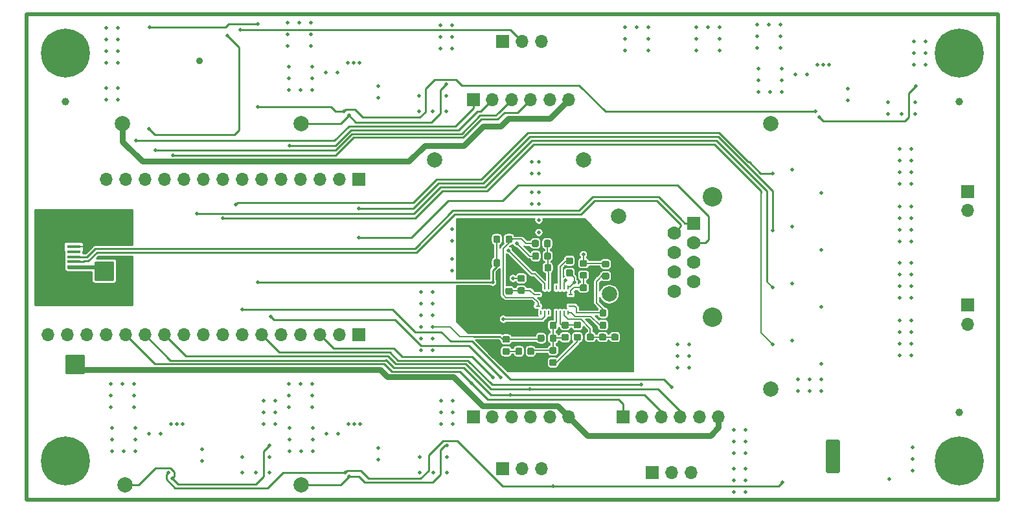
<source format=gbl>
G04 #@! TF.GenerationSoftware,KiCad,Pcbnew,(5.1.5)-3*
G04 #@! TF.CreationDate,2020-03-04T17:17:06-08:00*
G04 #@! TF.ProjectId,tail,7461696c-2e6b-4696-9361-645f70636258,rev?*
G04 #@! TF.SameCoordinates,Original*
G04 #@! TF.FileFunction,Copper,L4,Bot*
G04 #@! TF.FilePolarity,Positive*
%FSLAX46Y46*%
G04 Gerber Fmt 4.6, Leading zero omitted, Abs format (unit mm)*
G04 Created by KiCad (PCBNEW (5.1.5)-3) date 2020-03-04 17:17:06*
%MOMM*%
%LPD*%
G04 APERTURE LIST*
%ADD10C,0.508000*%
%ADD11R,1.700000X1.700000*%
%ADD12O,1.700000X1.700000*%
%ADD13C,1.000000*%
%ADD14R,2.500000X1.425000*%
%ADD15R,0.700000X1.825000*%
%ADD16O,3.150000X1.300000*%
%ADD17R,1.400000X2.000000*%
%ADD18R,1.750000X0.400000*%
%ADD19R,1.778000X1.778000*%
%ADD20C,1.778000*%
%ADD21C,2.540000*%
%ADD22R,0.599999X0.240000*%
%ADD23R,0.240000X0.599999*%
%ADD24R,2.700000X1.699999*%
%ADD25C,0.508000*%
%ADD26C,0.100000*%
%ADD27C,2.000000*%
%ADD28C,6.400000*%
%ADD29C,2.010000*%
%ADD30C,0.914400*%
%ADD31C,0.203200*%
%ADD32C,0.254000*%
%ADD33C,0.762000*%
G04 APERTURE END LIST*
D10*
X76200000Y-63500000D02*
X76200000Y-127000000D01*
X203200000Y-63500000D02*
X76200000Y-63500000D01*
X203200000Y-127000000D02*
X203200000Y-63500000D01*
X76200000Y-127000000D02*
X203200000Y-127000000D01*
D11*
X199287500Y-86684500D03*
D12*
X199287500Y-89184500D03*
D11*
X199287500Y-101543500D03*
D12*
X199287500Y-104043500D03*
D13*
X198120000Y-115570000D03*
X198120000Y-74930000D03*
X81280000Y-74930000D03*
D14*
X79300000Y-94200000D03*
D15*
X81260000Y-98190000D03*
D16*
X80030000Y-97925000D03*
D17*
X82580000Y-98094900D03*
D18*
X82375000Y-96500000D03*
D17*
X82580000Y-92305100D03*
D18*
X82375000Y-95850000D03*
X82375000Y-95200000D03*
X82375000Y-94550000D03*
X82375000Y-93900000D03*
D16*
X80030000Y-92475000D03*
D15*
X81260000Y-92210000D03*
D14*
X79300000Y-96200000D03*
D19*
X163398200Y-90805000D03*
D20*
X160858200Y-92075000D03*
X163398200Y-93345000D03*
X160858200Y-94615000D03*
X163398200Y-95885000D03*
X160858200Y-97155000D03*
X163398200Y-98425000D03*
X160858200Y-99695000D03*
D21*
X165862000Y-87376000D03*
X165862000Y-103124000D03*
D22*
X147375001Y-101651501D03*
D23*
X146974999Y-102551499D03*
X146475000Y-102551499D03*
X145974998Y-102551499D03*
X145475000Y-102551499D03*
X144974998Y-102551499D03*
X144474999Y-102551499D03*
X143975000Y-102551499D03*
X143475001Y-102551499D03*
D22*
X143074999Y-101651501D03*
X143074999Y-100151499D03*
D23*
X143475001Y-99251501D03*
X143975000Y-99251501D03*
X144475002Y-99251501D03*
X144975000Y-99251501D03*
X145475002Y-99251501D03*
X145975001Y-99251501D03*
X146475000Y-99251501D03*
X146975002Y-99251501D03*
D22*
X147375001Y-100151499D03*
D24*
X145225000Y-100901500D03*
D25*
X180982000Y-119342000D03*
X182282000Y-119342000D03*
X180982000Y-120642000D03*
X182282000Y-120642000D03*
X180982000Y-121942000D03*
X182282000Y-121942000D03*
X180982000Y-123242000D03*
X182282000Y-123242000D03*
G04 #@! TA.AperFunction,Conductor*
D26*
G36*
X182306504Y-119093204D02*
G01*
X182330773Y-119096804D01*
X182354571Y-119102765D01*
X182377671Y-119111030D01*
X182399849Y-119121520D01*
X182420893Y-119134133D01*
X182440598Y-119148747D01*
X182458777Y-119165223D01*
X182475253Y-119183402D01*
X182489867Y-119203107D01*
X182502480Y-119224151D01*
X182512970Y-119246329D01*
X182521235Y-119269429D01*
X182527196Y-119293227D01*
X182530796Y-119317496D01*
X182532000Y-119342000D01*
X182532000Y-123242000D01*
X182530796Y-123266504D01*
X182527196Y-123290773D01*
X182521235Y-123314571D01*
X182512970Y-123337671D01*
X182502480Y-123359849D01*
X182489867Y-123380893D01*
X182475253Y-123400598D01*
X182458777Y-123418777D01*
X182440598Y-123435253D01*
X182420893Y-123449867D01*
X182399849Y-123462480D01*
X182377671Y-123472970D01*
X182354571Y-123481235D01*
X182330773Y-123487196D01*
X182306504Y-123490796D01*
X182282000Y-123492000D01*
X180982000Y-123492000D01*
X180957496Y-123490796D01*
X180933227Y-123487196D01*
X180909429Y-123481235D01*
X180886329Y-123472970D01*
X180864151Y-123462480D01*
X180843107Y-123449867D01*
X180823402Y-123435253D01*
X180805223Y-123418777D01*
X180788747Y-123400598D01*
X180774133Y-123380893D01*
X180761520Y-123359849D01*
X180751030Y-123337671D01*
X180742765Y-123314571D01*
X180736804Y-123290773D01*
X180733204Y-123266504D01*
X180732000Y-123242000D01*
X180732000Y-119342000D01*
X180733204Y-119317496D01*
X180736804Y-119293227D01*
X180742765Y-119269429D01*
X180751030Y-119246329D01*
X180761520Y-119224151D01*
X180774133Y-119203107D01*
X180788747Y-119183402D01*
X180805223Y-119165223D01*
X180823402Y-119148747D01*
X180843107Y-119134133D01*
X180864151Y-119121520D01*
X180886329Y-119111030D01*
X180909429Y-119102765D01*
X180933227Y-119096804D01*
X180957496Y-119093204D01*
X180982000Y-119092000D01*
X182282000Y-119092000D01*
X182306504Y-119093204D01*
G37*
G04 #@! TD.AperFunction*
D12*
X164178000Y-116117000D03*
D11*
X154178000Y-116117000D03*
D12*
X159178000Y-116117000D03*
X161678000Y-116117000D03*
X166678000Y-116117000D03*
X156678000Y-116117000D03*
D11*
X138500500Y-122960500D03*
D12*
X143500500Y-122960500D03*
X141000500Y-122960500D03*
X144620000Y-74637000D03*
D11*
X134620000Y-74637000D03*
D12*
X139620000Y-74637000D03*
X142120000Y-74637000D03*
X147120000Y-74637000D03*
X137120000Y-74637000D03*
X144620000Y-116166000D03*
D11*
X134620000Y-116166000D03*
D12*
X139620000Y-116166000D03*
X142120000Y-116166000D03*
X147120000Y-116166000D03*
X137120000Y-116166000D03*
D11*
X138500500Y-67080500D03*
D12*
X143500500Y-67080500D03*
X141000500Y-67080500D03*
D11*
X158058500Y-123419500D03*
D12*
X163058500Y-123419500D03*
X160558500Y-123419500D03*
G04 #@! TA.AperFunction,SMDPad,CuDef*
D26*
G36*
X144602691Y-96173053D02*
G01*
X144623926Y-96176203D01*
X144644750Y-96181419D01*
X144664962Y-96188651D01*
X144684368Y-96197830D01*
X144702781Y-96208866D01*
X144720024Y-96221654D01*
X144735930Y-96236070D01*
X144750346Y-96251976D01*
X144763134Y-96269219D01*
X144774170Y-96287632D01*
X144783349Y-96307038D01*
X144790581Y-96327250D01*
X144795797Y-96348074D01*
X144798947Y-96369309D01*
X144800000Y-96390750D01*
X144800000Y-96903250D01*
X144798947Y-96924691D01*
X144795797Y-96945926D01*
X144790581Y-96966750D01*
X144783349Y-96986962D01*
X144774170Y-97006368D01*
X144763134Y-97024781D01*
X144750346Y-97042024D01*
X144735930Y-97057930D01*
X144720024Y-97072346D01*
X144702781Y-97085134D01*
X144684368Y-97096170D01*
X144664962Y-97105349D01*
X144644750Y-97112581D01*
X144623926Y-97117797D01*
X144602691Y-97120947D01*
X144581250Y-97122000D01*
X144143750Y-97122000D01*
X144122309Y-97120947D01*
X144101074Y-97117797D01*
X144080250Y-97112581D01*
X144060038Y-97105349D01*
X144040632Y-97096170D01*
X144022219Y-97085134D01*
X144004976Y-97072346D01*
X143989070Y-97057930D01*
X143974654Y-97042024D01*
X143961866Y-97024781D01*
X143950830Y-97006368D01*
X143941651Y-96986962D01*
X143934419Y-96966750D01*
X143929203Y-96945926D01*
X143926053Y-96924691D01*
X143925000Y-96903250D01*
X143925000Y-96390750D01*
X143926053Y-96369309D01*
X143929203Y-96348074D01*
X143934419Y-96327250D01*
X143941651Y-96307038D01*
X143950830Y-96287632D01*
X143961866Y-96269219D01*
X143974654Y-96251976D01*
X143989070Y-96236070D01*
X144004976Y-96221654D01*
X144022219Y-96208866D01*
X144040632Y-96197830D01*
X144060038Y-96188651D01*
X144080250Y-96181419D01*
X144101074Y-96176203D01*
X144122309Y-96173053D01*
X144143750Y-96172000D01*
X144581250Y-96172000D01*
X144602691Y-96173053D01*
G37*
G04 #@! TD.AperFunction*
G04 #@! TA.AperFunction,SMDPad,CuDef*
G36*
X143027691Y-96173053D02*
G01*
X143048926Y-96176203D01*
X143069750Y-96181419D01*
X143089962Y-96188651D01*
X143109368Y-96197830D01*
X143127781Y-96208866D01*
X143145024Y-96221654D01*
X143160930Y-96236070D01*
X143175346Y-96251976D01*
X143188134Y-96269219D01*
X143199170Y-96287632D01*
X143208349Y-96307038D01*
X143215581Y-96327250D01*
X143220797Y-96348074D01*
X143223947Y-96369309D01*
X143225000Y-96390750D01*
X143225000Y-96903250D01*
X143223947Y-96924691D01*
X143220797Y-96945926D01*
X143215581Y-96966750D01*
X143208349Y-96986962D01*
X143199170Y-97006368D01*
X143188134Y-97024781D01*
X143175346Y-97042024D01*
X143160930Y-97057930D01*
X143145024Y-97072346D01*
X143127781Y-97085134D01*
X143109368Y-97096170D01*
X143089962Y-97105349D01*
X143069750Y-97112581D01*
X143048926Y-97117797D01*
X143027691Y-97120947D01*
X143006250Y-97122000D01*
X142568750Y-97122000D01*
X142547309Y-97120947D01*
X142526074Y-97117797D01*
X142505250Y-97112581D01*
X142485038Y-97105349D01*
X142465632Y-97096170D01*
X142447219Y-97085134D01*
X142429976Y-97072346D01*
X142414070Y-97057930D01*
X142399654Y-97042024D01*
X142386866Y-97024781D01*
X142375830Y-97006368D01*
X142366651Y-96986962D01*
X142359419Y-96966750D01*
X142354203Y-96945926D01*
X142351053Y-96924691D01*
X142350000Y-96903250D01*
X142350000Y-96390750D01*
X142351053Y-96369309D01*
X142354203Y-96348074D01*
X142359419Y-96327250D01*
X142366651Y-96307038D01*
X142375830Y-96287632D01*
X142386866Y-96269219D01*
X142399654Y-96251976D01*
X142414070Y-96236070D01*
X142429976Y-96221654D01*
X142447219Y-96208866D01*
X142465632Y-96197830D01*
X142485038Y-96188651D01*
X142505250Y-96181419D01*
X142526074Y-96176203D01*
X142547309Y-96173053D01*
X142568750Y-96172000D01*
X143006250Y-96172000D01*
X143027691Y-96173053D01*
G37*
G04 #@! TD.AperFunction*
G04 #@! TA.AperFunction,SMDPad,CuDef*
G36*
X145327691Y-107026053D02*
G01*
X145348926Y-107029203D01*
X145369750Y-107034419D01*
X145389962Y-107041651D01*
X145409368Y-107050830D01*
X145427781Y-107061866D01*
X145445024Y-107074654D01*
X145460930Y-107089070D01*
X145475346Y-107104976D01*
X145488134Y-107122219D01*
X145499170Y-107140632D01*
X145508349Y-107160038D01*
X145515581Y-107180250D01*
X145520797Y-107201074D01*
X145523947Y-107222309D01*
X145525000Y-107243750D01*
X145525000Y-107681250D01*
X145523947Y-107702691D01*
X145520797Y-107723926D01*
X145515581Y-107744750D01*
X145508349Y-107764962D01*
X145499170Y-107784368D01*
X145488134Y-107802781D01*
X145475346Y-107820024D01*
X145460930Y-107835930D01*
X145445024Y-107850346D01*
X145427781Y-107863134D01*
X145409368Y-107874170D01*
X145389962Y-107883349D01*
X145369750Y-107890581D01*
X145348926Y-107895797D01*
X145327691Y-107898947D01*
X145306250Y-107900000D01*
X144793750Y-107900000D01*
X144772309Y-107898947D01*
X144751074Y-107895797D01*
X144730250Y-107890581D01*
X144710038Y-107883349D01*
X144690632Y-107874170D01*
X144672219Y-107863134D01*
X144654976Y-107850346D01*
X144639070Y-107835930D01*
X144624654Y-107820024D01*
X144611866Y-107802781D01*
X144600830Y-107784368D01*
X144591651Y-107764962D01*
X144584419Y-107744750D01*
X144579203Y-107723926D01*
X144576053Y-107702691D01*
X144575000Y-107681250D01*
X144575000Y-107243750D01*
X144576053Y-107222309D01*
X144579203Y-107201074D01*
X144584419Y-107180250D01*
X144591651Y-107160038D01*
X144600830Y-107140632D01*
X144611866Y-107122219D01*
X144624654Y-107104976D01*
X144639070Y-107089070D01*
X144654976Y-107074654D01*
X144672219Y-107061866D01*
X144690632Y-107050830D01*
X144710038Y-107041651D01*
X144730250Y-107034419D01*
X144751074Y-107029203D01*
X144772309Y-107026053D01*
X144793750Y-107025000D01*
X145306250Y-107025000D01*
X145327691Y-107026053D01*
G37*
G04 #@! TD.AperFunction*
G04 #@! TA.AperFunction,SMDPad,CuDef*
G36*
X145327691Y-108601053D02*
G01*
X145348926Y-108604203D01*
X145369750Y-108609419D01*
X145389962Y-108616651D01*
X145409368Y-108625830D01*
X145427781Y-108636866D01*
X145445024Y-108649654D01*
X145460930Y-108664070D01*
X145475346Y-108679976D01*
X145488134Y-108697219D01*
X145499170Y-108715632D01*
X145508349Y-108735038D01*
X145515581Y-108755250D01*
X145520797Y-108776074D01*
X145523947Y-108797309D01*
X145525000Y-108818750D01*
X145525000Y-109256250D01*
X145523947Y-109277691D01*
X145520797Y-109298926D01*
X145515581Y-109319750D01*
X145508349Y-109339962D01*
X145499170Y-109359368D01*
X145488134Y-109377781D01*
X145475346Y-109395024D01*
X145460930Y-109410930D01*
X145445024Y-109425346D01*
X145427781Y-109438134D01*
X145409368Y-109449170D01*
X145389962Y-109458349D01*
X145369750Y-109465581D01*
X145348926Y-109470797D01*
X145327691Y-109473947D01*
X145306250Y-109475000D01*
X144793750Y-109475000D01*
X144772309Y-109473947D01*
X144751074Y-109470797D01*
X144730250Y-109465581D01*
X144710038Y-109458349D01*
X144690632Y-109449170D01*
X144672219Y-109438134D01*
X144654976Y-109425346D01*
X144639070Y-109410930D01*
X144624654Y-109395024D01*
X144611866Y-109377781D01*
X144600830Y-109359368D01*
X144591651Y-109339962D01*
X144584419Y-109319750D01*
X144579203Y-109298926D01*
X144576053Y-109277691D01*
X144575000Y-109256250D01*
X144575000Y-108818750D01*
X144576053Y-108797309D01*
X144579203Y-108776074D01*
X144584419Y-108755250D01*
X144591651Y-108735038D01*
X144600830Y-108715632D01*
X144611866Y-108697219D01*
X144624654Y-108679976D01*
X144639070Y-108664070D01*
X144654976Y-108649654D01*
X144672219Y-108636866D01*
X144690632Y-108625830D01*
X144710038Y-108616651D01*
X144730250Y-108609419D01*
X144751074Y-108604203D01*
X144772309Y-108601053D01*
X144793750Y-108600000D01*
X145306250Y-108600000D01*
X145327691Y-108601053D01*
G37*
G04 #@! TD.AperFunction*
D27*
X88780000Y-77774000D03*
D28*
X198120000Y-121920000D03*
X81280000Y-121920000D03*
X198120000Y-68580000D03*
X81280000Y-68580000D03*
D12*
X86624000Y-85090000D03*
X89164000Y-85090000D03*
X91704000Y-85090000D03*
X94244000Y-85090000D03*
X96784000Y-85090000D03*
X99324000Y-85090000D03*
X101864000Y-85090000D03*
X104404000Y-85090000D03*
X106944000Y-85090000D03*
X109484000Y-85090000D03*
X112024000Y-85090000D03*
X114564000Y-85090000D03*
X117104000Y-85090000D03*
D11*
X119644000Y-85090000D03*
D27*
X173534000Y-112542000D03*
X129540000Y-82513000D03*
X112100000Y-77774000D03*
X112154000Y-125020000D03*
X173534000Y-77824000D03*
X89074000Y-125060000D03*
X149050000Y-82513000D03*
G04 #@! TA.AperFunction,SMDPad,CuDef*
D26*
G36*
X139202691Y-105576053D02*
G01*
X139223926Y-105579203D01*
X139244750Y-105584419D01*
X139264962Y-105591651D01*
X139284368Y-105600830D01*
X139302781Y-105611866D01*
X139320024Y-105624654D01*
X139335930Y-105639070D01*
X139350346Y-105654976D01*
X139363134Y-105672219D01*
X139374170Y-105690632D01*
X139383349Y-105710038D01*
X139390581Y-105730250D01*
X139395797Y-105751074D01*
X139398947Y-105772309D01*
X139400000Y-105793750D01*
X139400000Y-106231250D01*
X139398947Y-106252691D01*
X139395797Y-106273926D01*
X139390581Y-106294750D01*
X139383349Y-106314962D01*
X139374170Y-106334368D01*
X139363134Y-106352781D01*
X139350346Y-106370024D01*
X139335930Y-106385930D01*
X139320024Y-106400346D01*
X139302781Y-106413134D01*
X139284368Y-106424170D01*
X139264962Y-106433349D01*
X139244750Y-106440581D01*
X139223926Y-106445797D01*
X139202691Y-106448947D01*
X139181250Y-106450000D01*
X138668750Y-106450000D01*
X138647309Y-106448947D01*
X138626074Y-106445797D01*
X138605250Y-106440581D01*
X138585038Y-106433349D01*
X138565632Y-106424170D01*
X138547219Y-106413134D01*
X138529976Y-106400346D01*
X138514070Y-106385930D01*
X138499654Y-106370024D01*
X138486866Y-106352781D01*
X138475830Y-106334368D01*
X138466651Y-106314962D01*
X138459419Y-106294750D01*
X138454203Y-106273926D01*
X138451053Y-106252691D01*
X138450000Y-106231250D01*
X138450000Y-105793750D01*
X138451053Y-105772309D01*
X138454203Y-105751074D01*
X138459419Y-105730250D01*
X138466651Y-105710038D01*
X138475830Y-105690632D01*
X138486866Y-105672219D01*
X138499654Y-105654976D01*
X138514070Y-105639070D01*
X138529976Y-105624654D01*
X138547219Y-105611866D01*
X138565632Y-105600830D01*
X138585038Y-105591651D01*
X138605250Y-105584419D01*
X138626074Y-105579203D01*
X138647309Y-105576053D01*
X138668750Y-105575000D01*
X139181250Y-105575000D01*
X139202691Y-105576053D01*
G37*
G04 #@! TD.AperFunction*
G04 #@! TA.AperFunction,SMDPad,CuDef*
G36*
X139202691Y-107151053D02*
G01*
X139223926Y-107154203D01*
X139244750Y-107159419D01*
X139264962Y-107166651D01*
X139284368Y-107175830D01*
X139302781Y-107186866D01*
X139320024Y-107199654D01*
X139335930Y-107214070D01*
X139350346Y-107229976D01*
X139363134Y-107247219D01*
X139374170Y-107265632D01*
X139383349Y-107285038D01*
X139390581Y-107305250D01*
X139395797Y-107326074D01*
X139398947Y-107347309D01*
X139400000Y-107368750D01*
X139400000Y-107806250D01*
X139398947Y-107827691D01*
X139395797Y-107848926D01*
X139390581Y-107869750D01*
X139383349Y-107889962D01*
X139374170Y-107909368D01*
X139363134Y-107927781D01*
X139350346Y-107945024D01*
X139335930Y-107960930D01*
X139320024Y-107975346D01*
X139302781Y-107988134D01*
X139284368Y-107999170D01*
X139264962Y-108008349D01*
X139244750Y-108015581D01*
X139223926Y-108020797D01*
X139202691Y-108023947D01*
X139181250Y-108025000D01*
X138668750Y-108025000D01*
X138647309Y-108023947D01*
X138626074Y-108020797D01*
X138605250Y-108015581D01*
X138585038Y-108008349D01*
X138565632Y-107999170D01*
X138547219Y-107988134D01*
X138529976Y-107975346D01*
X138514070Y-107960930D01*
X138499654Y-107945024D01*
X138486866Y-107927781D01*
X138475830Y-107909368D01*
X138466651Y-107889962D01*
X138459419Y-107869750D01*
X138454203Y-107848926D01*
X138451053Y-107827691D01*
X138450000Y-107806250D01*
X138450000Y-107368750D01*
X138451053Y-107347309D01*
X138454203Y-107326074D01*
X138459419Y-107305250D01*
X138466651Y-107285038D01*
X138475830Y-107265632D01*
X138486866Y-107247219D01*
X138499654Y-107229976D01*
X138514070Y-107214070D01*
X138529976Y-107199654D01*
X138547219Y-107186866D01*
X138565632Y-107175830D01*
X138585038Y-107166651D01*
X138605250Y-107159419D01*
X138626074Y-107154203D01*
X138647309Y-107151053D01*
X138668750Y-107150000D01*
X139181250Y-107150000D01*
X139202691Y-107151053D01*
G37*
G04 #@! TD.AperFunction*
G04 #@! TA.AperFunction,SMDPad,CuDef*
G36*
X143727691Y-103726053D02*
G01*
X143748926Y-103729203D01*
X143769750Y-103734419D01*
X143789962Y-103741651D01*
X143809368Y-103750830D01*
X143827781Y-103761866D01*
X143845024Y-103774654D01*
X143860930Y-103789070D01*
X143875346Y-103804976D01*
X143888134Y-103822219D01*
X143899170Y-103840632D01*
X143908349Y-103860038D01*
X143915581Y-103880250D01*
X143920797Y-103901074D01*
X143923947Y-103922309D01*
X143925000Y-103943750D01*
X143925000Y-104456250D01*
X143923947Y-104477691D01*
X143920797Y-104498926D01*
X143915581Y-104519750D01*
X143908349Y-104539962D01*
X143899170Y-104559368D01*
X143888134Y-104577781D01*
X143875346Y-104595024D01*
X143860930Y-104610930D01*
X143845024Y-104625346D01*
X143827781Y-104638134D01*
X143809368Y-104649170D01*
X143789962Y-104658349D01*
X143769750Y-104665581D01*
X143748926Y-104670797D01*
X143727691Y-104673947D01*
X143706250Y-104675000D01*
X143268750Y-104675000D01*
X143247309Y-104673947D01*
X143226074Y-104670797D01*
X143205250Y-104665581D01*
X143185038Y-104658349D01*
X143165632Y-104649170D01*
X143147219Y-104638134D01*
X143129976Y-104625346D01*
X143114070Y-104610930D01*
X143099654Y-104595024D01*
X143086866Y-104577781D01*
X143075830Y-104559368D01*
X143066651Y-104539962D01*
X143059419Y-104519750D01*
X143054203Y-104498926D01*
X143051053Y-104477691D01*
X143050000Y-104456250D01*
X143050000Y-103943750D01*
X143051053Y-103922309D01*
X143054203Y-103901074D01*
X143059419Y-103880250D01*
X143066651Y-103860038D01*
X143075830Y-103840632D01*
X143086866Y-103822219D01*
X143099654Y-103804976D01*
X143114070Y-103789070D01*
X143129976Y-103774654D01*
X143147219Y-103761866D01*
X143165632Y-103750830D01*
X143185038Y-103741651D01*
X143205250Y-103734419D01*
X143226074Y-103729203D01*
X143247309Y-103726053D01*
X143268750Y-103725000D01*
X143706250Y-103725000D01*
X143727691Y-103726053D01*
G37*
G04 #@! TD.AperFunction*
G04 #@! TA.AperFunction,SMDPad,CuDef*
G36*
X145302691Y-103726053D02*
G01*
X145323926Y-103729203D01*
X145344750Y-103734419D01*
X145364962Y-103741651D01*
X145384368Y-103750830D01*
X145402781Y-103761866D01*
X145420024Y-103774654D01*
X145435930Y-103789070D01*
X145450346Y-103804976D01*
X145463134Y-103822219D01*
X145474170Y-103840632D01*
X145483349Y-103860038D01*
X145490581Y-103880250D01*
X145495797Y-103901074D01*
X145498947Y-103922309D01*
X145500000Y-103943750D01*
X145500000Y-104456250D01*
X145498947Y-104477691D01*
X145495797Y-104498926D01*
X145490581Y-104519750D01*
X145483349Y-104539962D01*
X145474170Y-104559368D01*
X145463134Y-104577781D01*
X145450346Y-104595024D01*
X145435930Y-104610930D01*
X145420024Y-104625346D01*
X145402781Y-104638134D01*
X145384368Y-104649170D01*
X145364962Y-104658349D01*
X145344750Y-104665581D01*
X145323926Y-104670797D01*
X145302691Y-104673947D01*
X145281250Y-104675000D01*
X144843750Y-104675000D01*
X144822309Y-104673947D01*
X144801074Y-104670797D01*
X144780250Y-104665581D01*
X144760038Y-104658349D01*
X144740632Y-104649170D01*
X144722219Y-104638134D01*
X144704976Y-104625346D01*
X144689070Y-104610930D01*
X144674654Y-104595024D01*
X144661866Y-104577781D01*
X144650830Y-104559368D01*
X144641651Y-104539962D01*
X144634419Y-104519750D01*
X144629203Y-104498926D01*
X144626053Y-104477691D01*
X144625000Y-104456250D01*
X144625000Y-103943750D01*
X144626053Y-103922309D01*
X144629203Y-103901074D01*
X144634419Y-103880250D01*
X144641651Y-103860038D01*
X144650830Y-103840632D01*
X144661866Y-103822219D01*
X144674654Y-103804976D01*
X144689070Y-103789070D01*
X144704976Y-103774654D01*
X144722219Y-103761866D01*
X144740632Y-103750830D01*
X144760038Y-103741651D01*
X144780250Y-103734419D01*
X144801074Y-103729203D01*
X144822309Y-103726053D01*
X144843750Y-103725000D01*
X145281250Y-103725000D01*
X145302691Y-103726053D01*
G37*
G04 #@! TD.AperFunction*
G04 #@! TA.AperFunction,SMDPad,CuDef*
G36*
X143727691Y-105376053D02*
G01*
X143748926Y-105379203D01*
X143769750Y-105384419D01*
X143789962Y-105391651D01*
X143809368Y-105400830D01*
X143827781Y-105411866D01*
X143845024Y-105424654D01*
X143860930Y-105439070D01*
X143875346Y-105454976D01*
X143888134Y-105472219D01*
X143899170Y-105490632D01*
X143908349Y-105510038D01*
X143915581Y-105530250D01*
X143920797Y-105551074D01*
X143923947Y-105572309D01*
X143925000Y-105593750D01*
X143925000Y-106106250D01*
X143923947Y-106127691D01*
X143920797Y-106148926D01*
X143915581Y-106169750D01*
X143908349Y-106189962D01*
X143899170Y-106209368D01*
X143888134Y-106227781D01*
X143875346Y-106245024D01*
X143860930Y-106260930D01*
X143845024Y-106275346D01*
X143827781Y-106288134D01*
X143809368Y-106299170D01*
X143789962Y-106308349D01*
X143769750Y-106315581D01*
X143748926Y-106320797D01*
X143727691Y-106323947D01*
X143706250Y-106325000D01*
X143268750Y-106325000D01*
X143247309Y-106323947D01*
X143226074Y-106320797D01*
X143205250Y-106315581D01*
X143185038Y-106308349D01*
X143165632Y-106299170D01*
X143147219Y-106288134D01*
X143129976Y-106275346D01*
X143114070Y-106260930D01*
X143099654Y-106245024D01*
X143086866Y-106227781D01*
X143075830Y-106209368D01*
X143066651Y-106189962D01*
X143059419Y-106169750D01*
X143054203Y-106148926D01*
X143051053Y-106127691D01*
X143050000Y-106106250D01*
X143050000Y-105593750D01*
X143051053Y-105572309D01*
X143054203Y-105551074D01*
X143059419Y-105530250D01*
X143066651Y-105510038D01*
X143075830Y-105490632D01*
X143086866Y-105472219D01*
X143099654Y-105454976D01*
X143114070Y-105439070D01*
X143129976Y-105424654D01*
X143147219Y-105411866D01*
X143165632Y-105400830D01*
X143185038Y-105391651D01*
X143205250Y-105384419D01*
X143226074Y-105379203D01*
X143247309Y-105376053D01*
X143268750Y-105375000D01*
X143706250Y-105375000D01*
X143727691Y-105376053D01*
G37*
G04 #@! TD.AperFunction*
G04 #@! TA.AperFunction,SMDPad,CuDef*
G36*
X145302691Y-105376053D02*
G01*
X145323926Y-105379203D01*
X145344750Y-105384419D01*
X145364962Y-105391651D01*
X145384368Y-105400830D01*
X145402781Y-105411866D01*
X145420024Y-105424654D01*
X145435930Y-105439070D01*
X145450346Y-105454976D01*
X145463134Y-105472219D01*
X145474170Y-105490632D01*
X145483349Y-105510038D01*
X145490581Y-105530250D01*
X145495797Y-105551074D01*
X145498947Y-105572309D01*
X145500000Y-105593750D01*
X145500000Y-106106250D01*
X145498947Y-106127691D01*
X145495797Y-106148926D01*
X145490581Y-106169750D01*
X145483349Y-106189962D01*
X145474170Y-106209368D01*
X145463134Y-106227781D01*
X145450346Y-106245024D01*
X145435930Y-106260930D01*
X145420024Y-106275346D01*
X145402781Y-106288134D01*
X145384368Y-106299170D01*
X145364962Y-106308349D01*
X145344750Y-106315581D01*
X145323926Y-106320797D01*
X145302691Y-106323947D01*
X145281250Y-106325000D01*
X144843750Y-106325000D01*
X144822309Y-106323947D01*
X144801074Y-106320797D01*
X144780250Y-106315581D01*
X144760038Y-106308349D01*
X144740632Y-106299170D01*
X144722219Y-106288134D01*
X144704976Y-106275346D01*
X144689070Y-106260930D01*
X144674654Y-106245024D01*
X144661866Y-106227781D01*
X144650830Y-106209368D01*
X144641651Y-106189962D01*
X144634419Y-106169750D01*
X144629203Y-106148926D01*
X144626053Y-106127691D01*
X144625000Y-106106250D01*
X144625000Y-105593750D01*
X144626053Y-105572309D01*
X144629203Y-105551074D01*
X144634419Y-105530250D01*
X144641651Y-105510038D01*
X144650830Y-105490632D01*
X144661866Y-105472219D01*
X144674654Y-105454976D01*
X144689070Y-105439070D01*
X144704976Y-105424654D01*
X144722219Y-105411866D01*
X144740632Y-105400830D01*
X144760038Y-105391651D01*
X144780250Y-105384419D01*
X144801074Y-105379203D01*
X144822309Y-105376053D01*
X144843750Y-105375000D01*
X145281250Y-105375000D01*
X145302691Y-105376053D01*
G37*
G04 #@! TD.AperFunction*
G04 #@! TA.AperFunction,SMDPad,CuDef*
G36*
X141177691Y-99176053D02*
G01*
X141198926Y-99179203D01*
X141219750Y-99184419D01*
X141239962Y-99191651D01*
X141259368Y-99200830D01*
X141277781Y-99211866D01*
X141295024Y-99224654D01*
X141310930Y-99239070D01*
X141325346Y-99254976D01*
X141338134Y-99272219D01*
X141349170Y-99290632D01*
X141358349Y-99310038D01*
X141365581Y-99330250D01*
X141370797Y-99351074D01*
X141373947Y-99372309D01*
X141375000Y-99393750D01*
X141375000Y-99831250D01*
X141373947Y-99852691D01*
X141370797Y-99873926D01*
X141365581Y-99894750D01*
X141358349Y-99914962D01*
X141349170Y-99934368D01*
X141338134Y-99952781D01*
X141325346Y-99970024D01*
X141310930Y-99985930D01*
X141295024Y-100000346D01*
X141277781Y-100013134D01*
X141259368Y-100024170D01*
X141239962Y-100033349D01*
X141219750Y-100040581D01*
X141198926Y-100045797D01*
X141177691Y-100048947D01*
X141156250Y-100050000D01*
X140643750Y-100050000D01*
X140622309Y-100048947D01*
X140601074Y-100045797D01*
X140580250Y-100040581D01*
X140560038Y-100033349D01*
X140540632Y-100024170D01*
X140522219Y-100013134D01*
X140504976Y-100000346D01*
X140489070Y-99985930D01*
X140474654Y-99970024D01*
X140461866Y-99952781D01*
X140450830Y-99934368D01*
X140441651Y-99914962D01*
X140434419Y-99894750D01*
X140429203Y-99873926D01*
X140426053Y-99852691D01*
X140425000Y-99831250D01*
X140425000Y-99393750D01*
X140426053Y-99372309D01*
X140429203Y-99351074D01*
X140434419Y-99330250D01*
X140441651Y-99310038D01*
X140450830Y-99290632D01*
X140461866Y-99272219D01*
X140474654Y-99254976D01*
X140489070Y-99239070D01*
X140504976Y-99224654D01*
X140522219Y-99211866D01*
X140540632Y-99200830D01*
X140560038Y-99191651D01*
X140580250Y-99184419D01*
X140601074Y-99179203D01*
X140622309Y-99176053D01*
X140643750Y-99175000D01*
X141156250Y-99175000D01*
X141177691Y-99176053D01*
G37*
G04 #@! TD.AperFunction*
G04 #@! TA.AperFunction,SMDPad,CuDef*
G36*
X141177691Y-97601053D02*
G01*
X141198926Y-97604203D01*
X141219750Y-97609419D01*
X141239962Y-97616651D01*
X141259368Y-97625830D01*
X141277781Y-97636866D01*
X141295024Y-97649654D01*
X141310930Y-97664070D01*
X141325346Y-97679976D01*
X141338134Y-97697219D01*
X141349170Y-97715632D01*
X141358349Y-97735038D01*
X141365581Y-97755250D01*
X141370797Y-97776074D01*
X141373947Y-97797309D01*
X141375000Y-97818750D01*
X141375000Y-98256250D01*
X141373947Y-98277691D01*
X141370797Y-98298926D01*
X141365581Y-98319750D01*
X141358349Y-98339962D01*
X141349170Y-98359368D01*
X141338134Y-98377781D01*
X141325346Y-98395024D01*
X141310930Y-98410930D01*
X141295024Y-98425346D01*
X141277781Y-98438134D01*
X141259368Y-98449170D01*
X141239962Y-98458349D01*
X141219750Y-98465581D01*
X141198926Y-98470797D01*
X141177691Y-98473947D01*
X141156250Y-98475000D01*
X140643750Y-98475000D01*
X140622309Y-98473947D01*
X140601074Y-98470797D01*
X140580250Y-98465581D01*
X140560038Y-98458349D01*
X140540632Y-98449170D01*
X140522219Y-98438134D01*
X140504976Y-98425346D01*
X140489070Y-98410930D01*
X140474654Y-98395024D01*
X140461866Y-98377781D01*
X140450830Y-98359368D01*
X140441651Y-98339962D01*
X140434419Y-98319750D01*
X140429203Y-98298926D01*
X140426053Y-98277691D01*
X140425000Y-98256250D01*
X140425000Y-97818750D01*
X140426053Y-97797309D01*
X140429203Y-97776074D01*
X140434419Y-97755250D01*
X140441651Y-97735038D01*
X140450830Y-97715632D01*
X140461866Y-97697219D01*
X140474654Y-97679976D01*
X140489070Y-97664070D01*
X140504976Y-97649654D01*
X140522219Y-97636866D01*
X140540632Y-97625830D01*
X140560038Y-97616651D01*
X140580250Y-97609419D01*
X140601074Y-97604203D01*
X140622309Y-97601053D01*
X140643750Y-97600000D01*
X141156250Y-97600000D01*
X141177691Y-97601053D01*
G37*
G04 #@! TD.AperFunction*
G04 #@! TA.AperFunction,SMDPad,CuDef*
G36*
X137952691Y-95538053D02*
G01*
X137973926Y-95541203D01*
X137994750Y-95546419D01*
X138014962Y-95553651D01*
X138034368Y-95562830D01*
X138052781Y-95573866D01*
X138070024Y-95586654D01*
X138085930Y-95601070D01*
X138100346Y-95616976D01*
X138113134Y-95634219D01*
X138124170Y-95652632D01*
X138133349Y-95672038D01*
X138140581Y-95692250D01*
X138145797Y-95713074D01*
X138148947Y-95734309D01*
X138150000Y-95755750D01*
X138150000Y-96268250D01*
X138148947Y-96289691D01*
X138145797Y-96310926D01*
X138140581Y-96331750D01*
X138133349Y-96351962D01*
X138124170Y-96371368D01*
X138113134Y-96389781D01*
X138100346Y-96407024D01*
X138085930Y-96422930D01*
X138070024Y-96437346D01*
X138052781Y-96450134D01*
X138034368Y-96461170D01*
X138014962Y-96470349D01*
X137994750Y-96477581D01*
X137973926Y-96482797D01*
X137952691Y-96485947D01*
X137931250Y-96487000D01*
X137493750Y-96487000D01*
X137472309Y-96485947D01*
X137451074Y-96482797D01*
X137430250Y-96477581D01*
X137410038Y-96470349D01*
X137390632Y-96461170D01*
X137372219Y-96450134D01*
X137354976Y-96437346D01*
X137339070Y-96422930D01*
X137324654Y-96407024D01*
X137311866Y-96389781D01*
X137300830Y-96371368D01*
X137291651Y-96351962D01*
X137284419Y-96331750D01*
X137279203Y-96310926D01*
X137276053Y-96289691D01*
X137275000Y-96268250D01*
X137275000Y-95755750D01*
X137276053Y-95734309D01*
X137279203Y-95713074D01*
X137284419Y-95692250D01*
X137291651Y-95672038D01*
X137300830Y-95652632D01*
X137311866Y-95634219D01*
X137324654Y-95616976D01*
X137339070Y-95601070D01*
X137354976Y-95586654D01*
X137372219Y-95573866D01*
X137390632Y-95562830D01*
X137410038Y-95553651D01*
X137430250Y-95546419D01*
X137451074Y-95541203D01*
X137472309Y-95538053D01*
X137493750Y-95537000D01*
X137931250Y-95537000D01*
X137952691Y-95538053D01*
G37*
G04 #@! TD.AperFunction*
G04 #@! TA.AperFunction,SMDPad,CuDef*
G36*
X139527691Y-95538053D02*
G01*
X139548926Y-95541203D01*
X139569750Y-95546419D01*
X139589962Y-95553651D01*
X139609368Y-95562830D01*
X139627781Y-95573866D01*
X139645024Y-95586654D01*
X139660930Y-95601070D01*
X139675346Y-95616976D01*
X139688134Y-95634219D01*
X139699170Y-95652632D01*
X139708349Y-95672038D01*
X139715581Y-95692250D01*
X139720797Y-95713074D01*
X139723947Y-95734309D01*
X139725000Y-95755750D01*
X139725000Y-96268250D01*
X139723947Y-96289691D01*
X139720797Y-96310926D01*
X139715581Y-96331750D01*
X139708349Y-96351962D01*
X139699170Y-96371368D01*
X139688134Y-96389781D01*
X139675346Y-96407024D01*
X139660930Y-96422930D01*
X139645024Y-96437346D01*
X139627781Y-96450134D01*
X139609368Y-96461170D01*
X139589962Y-96470349D01*
X139569750Y-96477581D01*
X139548926Y-96482797D01*
X139527691Y-96485947D01*
X139506250Y-96487000D01*
X139068750Y-96487000D01*
X139047309Y-96485947D01*
X139026074Y-96482797D01*
X139005250Y-96477581D01*
X138985038Y-96470349D01*
X138965632Y-96461170D01*
X138947219Y-96450134D01*
X138929976Y-96437346D01*
X138914070Y-96422930D01*
X138899654Y-96407024D01*
X138886866Y-96389781D01*
X138875830Y-96371368D01*
X138866651Y-96351962D01*
X138859419Y-96331750D01*
X138854203Y-96310926D01*
X138851053Y-96289691D01*
X138850000Y-96268250D01*
X138850000Y-95755750D01*
X138851053Y-95734309D01*
X138854203Y-95713074D01*
X138859419Y-95692250D01*
X138866651Y-95672038D01*
X138875830Y-95652632D01*
X138886866Y-95634219D01*
X138899654Y-95616976D01*
X138914070Y-95601070D01*
X138929976Y-95586654D01*
X138947219Y-95573866D01*
X138965632Y-95562830D01*
X138985038Y-95553651D01*
X139005250Y-95546419D01*
X139026074Y-95541203D01*
X139047309Y-95538053D01*
X139068750Y-95537000D01*
X139506250Y-95537000D01*
X139527691Y-95538053D01*
G37*
G04 #@! TD.AperFunction*
G04 #@! TA.AperFunction,SMDPad,CuDef*
G36*
X137952691Y-92451053D02*
G01*
X137973926Y-92454203D01*
X137994750Y-92459419D01*
X138014962Y-92466651D01*
X138034368Y-92475830D01*
X138052781Y-92486866D01*
X138070024Y-92499654D01*
X138085930Y-92514070D01*
X138100346Y-92529976D01*
X138113134Y-92547219D01*
X138124170Y-92565632D01*
X138133349Y-92585038D01*
X138140581Y-92605250D01*
X138145797Y-92626074D01*
X138148947Y-92647309D01*
X138150000Y-92668750D01*
X138150000Y-93181250D01*
X138148947Y-93202691D01*
X138145797Y-93223926D01*
X138140581Y-93244750D01*
X138133349Y-93264962D01*
X138124170Y-93284368D01*
X138113134Y-93302781D01*
X138100346Y-93320024D01*
X138085930Y-93335930D01*
X138070024Y-93350346D01*
X138052781Y-93363134D01*
X138034368Y-93374170D01*
X138014962Y-93383349D01*
X137994750Y-93390581D01*
X137973926Y-93395797D01*
X137952691Y-93398947D01*
X137931250Y-93400000D01*
X137493750Y-93400000D01*
X137472309Y-93398947D01*
X137451074Y-93395797D01*
X137430250Y-93390581D01*
X137410038Y-93383349D01*
X137390632Y-93374170D01*
X137372219Y-93363134D01*
X137354976Y-93350346D01*
X137339070Y-93335930D01*
X137324654Y-93320024D01*
X137311866Y-93302781D01*
X137300830Y-93284368D01*
X137291651Y-93264962D01*
X137284419Y-93244750D01*
X137279203Y-93223926D01*
X137276053Y-93202691D01*
X137275000Y-93181250D01*
X137275000Y-92668750D01*
X137276053Y-92647309D01*
X137279203Y-92626074D01*
X137284419Y-92605250D01*
X137291651Y-92585038D01*
X137300830Y-92565632D01*
X137311866Y-92547219D01*
X137324654Y-92529976D01*
X137339070Y-92514070D01*
X137354976Y-92499654D01*
X137372219Y-92486866D01*
X137390632Y-92475830D01*
X137410038Y-92466651D01*
X137430250Y-92459419D01*
X137451074Y-92454203D01*
X137472309Y-92451053D01*
X137493750Y-92450000D01*
X137931250Y-92450000D01*
X137952691Y-92451053D01*
G37*
G04 #@! TD.AperFunction*
G04 #@! TA.AperFunction,SMDPad,CuDef*
G36*
X139527691Y-92451053D02*
G01*
X139548926Y-92454203D01*
X139569750Y-92459419D01*
X139589962Y-92466651D01*
X139609368Y-92475830D01*
X139627781Y-92486866D01*
X139645024Y-92499654D01*
X139660930Y-92514070D01*
X139675346Y-92529976D01*
X139688134Y-92547219D01*
X139699170Y-92565632D01*
X139708349Y-92585038D01*
X139715581Y-92605250D01*
X139720797Y-92626074D01*
X139723947Y-92647309D01*
X139725000Y-92668750D01*
X139725000Y-93181250D01*
X139723947Y-93202691D01*
X139720797Y-93223926D01*
X139715581Y-93244750D01*
X139708349Y-93264962D01*
X139699170Y-93284368D01*
X139688134Y-93302781D01*
X139675346Y-93320024D01*
X139660930Y-93335930D01*
X139645024Y-93350346D01*
X139627781Y-93363134D01*
X139609368Y-93374170D01*
X139589962Y-93383349D01*
X139569750Y-93390581D01*
X139548926Y-93395797D01*
X139527691Y-93398947D01*
X139506250Y-93400000D01*
X139068750Y-93400000D01*
X139047309Y-93398947D01*
X139026074Y-93395797D01*
X139005250Y-93390581D01*
X138985038Y-93383349D01*
X138965632Y-93374170D01*
X138947219Y-93363134D01*
X138929976Y-93350346D01*
X138914070Y-93335930D01*
X138899654Y-93320024D01*
X138886866Y-93302781D01*
X138875830Y-93284368D01*
X138866651Y-93264962D01*
X138859419Y-93244750D01*
X138854203Y-93223926D01*
X138851053Y-93202691D01*
X138850000Y-93181250D01*
X138850000Y-92668750D01*
X138851053Y-92647309D01*
X138854203Y-92626074D01*
X138859419Y-92605250D01*
X138866651Y-92585038D01*
X138875830Y-92565632D01*
X138886866Y-92547219D01*
X138899654Y-92529976D01*
X138914070Y-92514070D01*
X138929976Y-92499654D01*
X138947219Y-92486866D01*
X138965632Y-92475830D01*
X138985038Y-92466651D01*
X139005250Y-92459419D01*
X139026074Y-92454203D01*
X139047309Y-92451053D01*
X139068750Y-92450000D01*
X139506250Y-92450000D01*
X139527691Y-92451053D01*
G37*
G04 #@! TD.AperFunction*
G04 #@! TA.AperFunction,SMDPad,CuDef*
G36*
X144577691Y-94649053D02*
G01*
X144598926Y-94652203D01*
X144619750Y-94657419D01*
X144639962Y-94664651D01*
X144659368Y-94673830D01*
X144677781Y-94684866D01*
X144695024Y-94697654D01*
X144710930Y-94712070D01*
X144725346Y-94727976D01*
X144738134Y-94745219D01*
X144749170Y-94763632D01*
X144758349Y-94783038D01*
X144765581Y-94803250D01*
X144770797Y-94824074D01*
X144773947Y-94845309D01*
X144775000Y-94866750D01*
X144775000Y-95379250D01*
X144773947Y-95400691D01*
X144770797Y-95421926D01*
X144765581Y-95442750D01*
X144758349Y-95462962D01*
X144749170Y-95482368D01*
X144738134Y-95500781D01*
X144725346Y-95518024D01*
X144710930Y-95533930D01*
X144695024Y-95548346D01*
X144677781Y-95561134D01*
X144659368Y-95572170D01*
X144639962Y-95581349D01*
X144619750Y-95588581D01*
X144598926Y-95593797D01*
X144577691Y-95596947D01*
X144556250Y-95598000D01*
X144118750Y-95598000D01*
X144097309Y-95596947D01*
X144076074Y-95593797D01*
X144055250Y-95588581D01*
X144035038Y-95581349D01*
X144015632Y-95572170D01*
X143997219Y-95561134D01*
X143979976Y-95548346D01*
X143964070Y-95533930D01*
X143949654Y-95518024D01*
X143936866Y-95500781D01*
X143925830Y-95482368D01*
X143916651Y-95462962D01*
X143909419Y-95442750D01*
X143904203Y-95421926D01*
X143901053Y-95400691D01*
X143900000Y-95379250D01*
X143900000Y-94866750D01*
X143901053Y-94845309D01*
X143904203Y-94824074D01*
X143909419Y-94803250D01*
X143916651Y-94783038D01*
X143925830Y-94763632D01*
X143936866Y-94745219D01*
X143949654Y-94727976D01*
X143964070Y-94712070D01*
X143979976Y-94697654D01*
X143997219Y-94684866D01*
X144015632Y-94673830D01*
X144035038Y-94664651D01*
X144055250Y-94657419D01*
X144076074Y-94652203D01*
X144097309Y-94649053D01*
X144118750Y-94648000D01*
X144556250Y-94648000D01*
X144577691Y-94649053D01*
G37*
G04 #@! TD.AperFunction*
G04 #@! TA.AperFunction,SMDPad,CuDef*
G36*
X143002691Y-94649053D02*
G01*
X143023926Y-94652203D01*
X143044750Y-94657419D01*
X143064962Y-94664651D01*
X143084368Y-94673830D01*
X143102781Y-94684866D01*
X143120024Y-94697654D01*
X143135930Y-94712070D01*
X143150346Y-94727976D01*
X143163134Y-94745219D01*
X143174170Y-94763632D01*
X143183349Y-94783038D01*
X143190581Y-94803250D01*
X143195797Y-94824074D01*
X143198947Y-94845309D01*
X143200000Y-94866750D01*
X143200000Y-95379250D01*
X143198947Y-95400691D01*
X143195797Y-95421926D01*
X143190581Y-95442750D01*
X143183349Y-95462962D01*
X143174170Y-95482368D01*
X143163134Y-95500781D01*
X143150346Y-95518024D01*
X143135930Y-95533930D01*
X143120024Y-95548346D01*
X143102781Y-95561134D01*
X143084368Y-95572170D01*
X143064962Y-95581349D01*
X143044750Y-95588581D01*
X143023926Y-95593797D01*
X143002691Y-95596947D01*
X142981250Y-95598000D01*
X142543750Y-95598000D01*
X142522309Y-95596947D01*
X142501074Y-95593797D01*
X142480250Y-95588581D01*
X142460038Y-95581349D01*
X142440632Y-95572170D01*
X142422219Y-95561134D01*
X142404976Y-95548346D01*
X142389070Y-95533930D01*
X142374654Y-95518024D01*
X142361866Y-95500781D01*
X142350830Y-95482368D01*
X142341651Y-95462962D01*
X142334419Y-95442750D01*
X142329203Y-95421926D01*
X142326053Y-95400691D01*
X142325000Y-95379250D01*
X142325000Y-94866750D01*
X142326053Y-94845309D01*
X142329203Y-94824074D01*
X142334419Y-94803250D01*
X142341651Y-94783038D01*
X142350830Y-94763632D01*
X142361866Y-94745219D01*
X142374654Y-94727976D01*
X142389070Y-94712070D01*
X142404976Y-94697654D01*
X142422219Y-94684866D01*
X142440632Y-94673830D01*
X142460038Y-94664651D01*
X142480250Y-94657419D01*
X142501074Y-94652203D01*
X142522309Y-94649053D01*
X142543750Y-94648000D01*
X142981250Y-94648000D01*
X143002691Y-94649053D01*
G37*
G04 #@! TD.AperFunction*
G04 #@! TA.AperFunction,SMDPad,CuDef*
G36*
X144552691Y-92998053D02*
G01*
X144573926Y-93001203D01*
X144594750Y-93006419D01*
X144614962Y-93013651D01*
X144634368Y-93022830D01*
X144652781Y-93033866D01*
X144670024Y-93046654D01*
X144685930Y-93061070D01*
X144700346Y-93076976D01*
X144713134Y-93094219D01*
X144724170Y-93112632D01*
X144733349Y-93132038D01*
X144740581Y-93152250D01*
X144745797Y-93173074D01*
X144748947Y-93194309D01*
X144750000Y-93215750D01*
X144750000Y-93728250D01*
X144748947Y-93749691D01*
X144745797Y-93770926D01*
X144740581Y-93791750D01*
X144733349Y-93811962D01*
X144724170Y-93831368D01*
X144713134Y-93849781D01*
X144700346Y-93867024D01*
X144685930Y-93882930D01*
X144670024Y-93897346D01*
X144652781Y-93910134D01*
X144634368Y-93921170D01*
X144614962Y-93930349D01*
X144594750Y-93937581D01*
X144573926Y-93942797D01*
X144552691Y-93945947D01*
X144531250Y-93947000D01*
X144093750Y-93947000D01*
X144072309Y-93945947D01*
X144051074Y-93942797D01*
X144030250Y-93937581D01*
X144010038Y-93930349D01*
X143990632Y-93921170D01*
X143972219Y-93910134D01*
X143954976Y-93897346D01*
X143939070Y-93882930D01*
X143924654Y-93867024D01*
X143911866Y-93849781D01*
X143900830Y-93831368D01*
X143891651Y-93811962D01*
X143884419Y-93791750D01*
X143879203Y-93770926D01*
X143876053Y-93749691D01*
X143875000Y-93728250D01*
X143875000Y-93215750D01*
X143876053Y-93194309D01*
X143879203Y-93173074D01*
X143884419Y-93152250D01*
X143891651Y-93132038D01*
X143900830Y-93112632D01*
X143911866Y-93094219D01*
X143924654Y-93076976D01*
X143939070Y-93061070D01*
X143954976Y-93046654D01*
X143972219Y-93033866D01*
X143990632Y-93022830D01*
X144010038Y-93013651D01*
X144030250Y-93006419D01*
X144051074Y-93001203D01*
X144072309Y-92998053D01*
X144093750Y-92997000D01*
X144531250Y-92997000D01*
X144552691Y-92998053D01*
G37*
G04 #@! TD.AperFunction*
G04 #@! TA.AperFunction,SMDPad,CuDef*
G36*
X142977691Y-92998053D02*
G01*
X142998926Y-93001203D01*
X143019750Y-93006419D01*
X143039962Y-93013651D01*
X143059368Y-93022830D01*
X143077781Y-93033866D01*
X143095024Y-93046654D01*
X143110930Y-93061070D01*
X143125346Y-93076976D01*
X143138134Y-93094219D01*
X143149170Y-93112632D01*
X143158349Y-93132038D01*
X143165581Y-93152250D01*
X143170797Y-93173074D01*
X143173947Y-93194309D01*
X143175000Y-93215750D01*
X143175000Y-93728250D01*
X143173947Y-93749691D01*
X143170797Y-93770926D01*
X143165581Y-93791750D01*
X143158349Y-93811962D01*
X143149170Y-93831368D01*
X143138134Y-93849781D01*
X143125346Y-93867024D01*
X143110930Y-93882930D01*
X143095024Y-93897346D01*
X143077781Y-93910134D01*
X143059368Y-93921170D01*
X143039962Y-93930349D01*
X143019750Y-93937581D01*
X142998926Y-93942797D01*
X142977691Y-93945947D01*
X142956250Y-93947000D01*
X142518750Y-93947000D01*
X142497309Y-93945947D01*
X142476074Y-93942797D01*
X142455250Y-93937581D01*
X142435038Y-93930349D01*
X142415632Y-93921170D01*
X142397219Y-93910134D01*
X142379976Y-93897346D01*
X142364070Y-93882930D01*
X142349654Y-93867024D01*
X142336866Y-93849781D01*
X142325830Y-93831368D01*
X142316651Y-93811962D01*
X142309419Y-93791750D01*
X142304203Y-93770926D01*
X142301053Y-93749691D01*
X142300000Y-93728250D01*
X142300000Y-93215750D01*
X142301053Y-93194309D01*
X142304203Y-93173074D01*
X142309419Y-93152250D01*
X142316651Y-93132038D01*
X142325830Y-93112632D01*
X142336866Y-93094219D01*
X142349654Y-93076976D01*
X142364070Y-93061070D01*
X142379976Y-93046654D01*
X142397219Y-93033866D01*
X142415632Y-93022830D01*
X142435038Y-93013651D01*
X142455250Y-93006419D01*
X142476074Y-93001203D01*
X142497309Y-92998053D01*
X142518750Y-92997000D01*
X142956250Y-92997000D01*
X142977691Y-92998053D01*
G37*
G04 #@! TD.AperFunction*
G04 #@! TA.AperFunction,SMDPad,CuDef*
G36*
X149302691Y-95626053D02*
G01*
X149323926Y-95629203D01*
X149344750Y-95634419D01*
X149364962Y-95641651D01*
X149384368Y-95650830D01*
X149402781Y-95661866D01*
X149420024Y-95674654D01*
X149435930Y-95689070D01*
X149450346Y-95704976D01*
X149463134Y-95722219D01*
X149474170Y-95740632D01*
X149483349Y-95760038D01*
X149490581Y-95780250D01*
X149495797Y-95801074D01*
X149498947Y-95822309D01*
X149500000Y-95843750D01*
X149500000Y-96281250D01*
X149498947Y-96302691D01*
X149495797Y-96323926D01*
X149490581Y-96344750D01*
X149483349Y-96364962D01*
X149474170Y-96384368D01*
X149463134Y-96402781D01*
X149450346Y-96420024D01*
X149435930Y-96435930D01*
X149420024Y-96450346D01*
X149402781Y-96463134D01*
X149384368Y-96474170D01*
X149364962Y-96483349D01*
X149344750Y-96490581D01*
X149323926Y-96495797D01*
X149302691Y-96498947D01*
X149281250Y-96500000D01*
X148768750Y-96500000D01*
X148747309Y-96498947D01*
X148726074Y-96495797D01*
X148705250Y-96490581D01*
X148685038Y-96483349D01*
X148665632Y-96474170D01*
X148647219Y-96463134D01*
X148629976Y-96450346D01*
X148614070Y-96435930D01*
X148599654Y-96420024D01*
X148586866Y-96402781D01*
X148575830Y-96384368D01*
X148566651Y-96364962D01*
X148559419Y-96344750D01*
X148554203Y-96323926D01*
X148551053Y-96302691D01*
X148550000Y-96281250D01*
X148550000Y-95843750D01*
X148551053Y-95822309D01*
X148554203Y-95801074D01*
X148559419Y-95780250D01*
X148566651Y-95760038D01*
X148575830Y-95740632D01*
X148586866Y-95722219D01*
X148599654Y-95704976D01*
X148614070Y-95689070D01*
X148629976Y-95674654D01*
X148647219Y-95661866D01*
X148665632Y-95650830D01*
X148685038Y-95641651D01*
X148705250Y-95634419D01*
X148726074Y-95629203D01*
X148747309Y-95626053D01*
X148768750Y-95625000D01*
X149281250Y-95625000D01*
X149302691Y-95626053D01*
G37*
G04 #@! TD.AperFunction*
G04 #@! TA.AperFunction,SMDPad,CuDef*
G36*
X149302691Y-97201053D02*
G01*
X149323926Y-97204203D01*
X149344750Y-97209419D01*
X149364962Y-97216651D01*
X149384368Y-97225830D01*
X149402781Y-97236866D01*
X149420024Y-97249654D01*
X149435930Y-97264070D01*
X149450346Y-97279976D01*
X149463134Y-97297219D01*
X149474170Y-97315632D01*
X149483349Y-97335038D01*
X149490581Y-97355250D01*
X149495797Y-97376074D01*
X149498947Y-97397309D01*
X149500000Y-97418750D01*
X149500000Y-97856250D01*
X149498947Y-97877691D01*
X149495797Y-97898926D01*
X149490581Y-97919750D01*
X149483349Y-97939962D01*
X149474170Y-97959368D01*
X149463134Y-97977781D01*
X149450346Y-97995024D01*
X149435930Y-98010930D01*
X149420024Y-98025346D01*
X149402781Y-98038134D01*
X149384368Y-98049170D01*
X149364962Y-98058349D01*
X149344750Y-98065581D01*
X149323926Y-98070797D01*
X149302691Y-98073947D01*
X149281250Y-98075000D01*
X148768750Y-98075000D01*
X148747309Y-98073947D01*
X148726074Y-98070797D01*
X148705250Y-98065581D01*
X148685038Y-98058349D01*
X148665632Y-98049170D01*
X148647219Y-98038134D01*
X148629976Y-98025346D01*
X148614070Y-98010930D01*
X148599654Y-97995024D01*
X148586866Y-97977781D01*
X148575830Y-97959368D01*
X148566651Y-97939962D01*
X148559419Y-97919750D01*
X148554203Y-97898926D01*
X148551053Y-97877691D01*
X148550000Y-97856250D01*
X148550000Y-97418750D01*
X148551053Y-97397309D01*
X148554203Y-97376074D01*
X148559419Y-97355250D01*
X148566651Y-97335038D01*
X148575830Y-97315632D01*
X148586866Y-97297219D01*
X148599654Y-97279976D01*
X148614070Y-97264070D01*
X148629976Y-97249654D01*
X148647219Y-97236866D01*
X148665632Y-97225830D01*
X148685038Y-97216651D01*
X148705250Y-97209419D01*
X148726074Y-97204203D01*
X148747309Y-97201053D01*
X148768750Y-97200000D01*
X149281250Y-97200000D01*
X149302691Y-97201053D01*
G37*
G04 #@! TD.AperFunction*
G04 #@! TA.AperFunction,SMDPad,CuDef*
G36*
X151827691Y-103676053D02*
G01*
X151848926Y-103679203D01*
X151869750Y-103684419D01*
X151889962Y-103691651D01*
X151909368Y-103700830D01*
X151927781Y-103711866D01*
X151945024Y-103724654D01*
X151960930Y-103739070D01*
X151975346Y-103754976D01*
X151988134Y-103772219D01*
X151999170Y-103790632D01*
X152008349Y-103810038D01*
X152015581Y-103830250D01*
X152020797Y-103851074D01*
X152023947Y-103872309D01*
X152025000Y-103893750D01*
X152025000Y-104406250D01*
X152023947Y-104427691D01*
X152020797Y-104448926D01*
X152015581Y-104469750D01*
X152008349Y-104489962D01*
X151999170Y-104509368D01*
X151988134Y-104527781D01*
X151975346Y-104545024D01*
X151960930Y-104560930D01*
X151945024Y-104575346D01*
X151927781Y-104588134D01*
X151909368Y-104599170D01*
X151889962Y-104608349D01*
X151869750Y-104615581D01*
X151848926Y-104620797D01*
X151827691Y-104623947D01*
X151806250Y-104625000D01*
X151368750Y-104625000D01*
X151347309Y-104623947D01*
X151326074Y-104620797D01*
X151305250Y-104615581D01*
X151285038Y-104608349D01*
X151265632Y-104599170D01*
X151247219Y-104588134D01*
X151229976Y-104575346D01*
X151214070Y-104560930D01*
X151199654Y-104545024D01*
X151186866Y-104527781D01*
X151175830Y-104509368D01*
X151166651Y-104489962D01*
X151159419Y-104469750D01*
X151154203Y-104448926D01*
X151151053Y-104427691D01*
X151150000Y-104406250D01*
X151150000Y-103893750D01*
X151151053Y-103872309D01*
X151154203Y-103851074D01*
X151159419Y-103830250D01*
X151166651Y-103810038D01*
X151175830Y-103790632D01*
X151186866Y-103772219D01*
X151199654Y-103754976D01*
X151214070Y-103739070D01*
X151229976Y-103724654D01*
X151247219Y-103711866D01*
X151265632Y-103700830D01*
X151285038Y-103691651D01*
X151305250Y-103684419D01*
X151326074Y-103679203D01*
X151347309Y-103676053D01*
X151368750Y-103675000D01*
X151806250Y-103675000D01*
X151827691Y-103676053D01*
G37*
G04 #@! TD.AperFunction*
G04 #@! TA.AperFunction,SMDPad,CuDef*
G36*
X153402691Y-103676053D02*
G01*
X153423926Y-103679203D01*
X153444750Y-103684419D01*
X153464962Y-103691651D01*
X153484368Y-103700830D01*
X153502781Y-103711866D01*
X153520024Y-103724654D01*
X153535930Y-103739070D01*
X153550346Y-103754976D01*
X153563134Y-103772219D01*
X153574170Y-103790632D01*
X153583349Y-103810038D01*
X153590581Y-103830250D01*
X153595797Y-103851074D01*
X153598947Y-103872309D01*
X153600000Y-103893750D01*
X153600000Y-104406250D01*
X153598947Y-104427691D01*
X153595797Y-104448926D01*
X153590581Y-104469750D01*
X153583349Y-104489962D01*
X153574170Y-104509368D01*
X153563134Y-104527781D01*
X153550346Y-104545024D01*
X153535930Y-104560930D01*
X153520024Y-104575346D01*
X153502781Y-104588134D01*
X153484368Y-104599170D01*
X153464962Y-104608349D01*
X153444750Y-104615581D01*
X153423926Y-104620797D01*
X153402691Y-104623947D01*
X153381250Y-104625000D01*
X152943750Y-104625000D01*
X152922309Y-104623947D01*
X152901074Y-104620797D01*
X152880250Y-104615581D01*
X152860038Y-104608349D01*
X152840632Y-104599170D01*
X152822219Y-104588134D01*
X152804976Y-104575346D01*
X152789070Y-104560930D01*
X152774654Y-104545024D01*
X152761866Y-104527781D01*
X152750830Y-104509368D01*
X152741651Y-104489962D01*
X152734419Y-104469750D01*
X152729203Y-104448926D01*
X152726053Y-104427691D01*
X152725000Y-104406250D01*
X152725000Y-103893750D01*
X152726053Y-103872309D01*
X152729203Y-103851074D01*
X152734419Y-103830250D01*
X152741651Y-103810038D01*
X152750830Y-103790632D01*
X152761866Y-103772219D01*
X152774654Y-103754976D01*
X152789070Y-103739070D01*
X152804976Y-103724654D01*
X152822219Y-103711866D01*
X152840632Y-103700830D01*
X152860038Y-103691651D01*
X152880250Y-103684419D01*
X152901074Y-103679203D01*
X152922309Y-103676053D01*
X152943750Y-103675000D01*
X153381250Y-103675000D01*
X153402691Y-103676053D01*
G37*
G04 #@! TD.AperFunction*
G04 #@! TA.AperFunction,SMDPad,CuDef*
G36*
X151827691Y-102076053D02*
G01*
X151848926Y-102079203D01*
X151869750Y-102084419D01*
X151889962Y-102091651D01*
X151909368Y-102100830D01*
X151927781Y-102111866D01*
X151945024Y-102124654D01*
X151960930Y-102139070D01*
X151975346Y-102154976D01*
X151988134Y-102172219D01*
X151999170Y-102190632D01*
X152008349Y-102210038D01*
X152015581Y-102230250D01*
X152020797Y-102251074D01*
X152023947Y-102272309D01*
X152025000Y-102293750D01*
X152025000Y-102806250D01*
X152023947Y-102827691D01*
X152020797Y-102848926D01*
X152015581Y-102869750D01*
X152008349Y-102889962D01*
X151999170Y-102909368D01*
X151988134Y-102927781D01*
X151975346Y-102945024D01*
X151960930Y-102960930D01*
X151945024Y-102975346D01*
X151927781Y-102988134D01*
X151909368Y-102999170D01*
X151889962Y-103008349D01*
X151869750Y-103015581D01*
X151848926Y-103020797D01*
X151827691Y-103023947D01*
X151806250Y-103025000D01*
X151368750Y-103025000D01*
X151347309Y-103023947D01*
X151326074Y-103020797D01*
X151305250Y-103015581D01*
X151285038Y-103008349D01*
X151265632Y-102999170D01*
X151247219Y-102988134D01*
X151229976Y-102975346D01*
X151214070Y-102960930D01*
X151199654Y-102945024D01*
X151186866Y-102927781D01*
X151175830Y-102909368D01*
X151166651Y-102889962D01*
X151159419Y-102869750D01*
X151154203Y-102848926D01*
X151151053Y-102827691D01*
X151150000Y-102806250D01*
X151150000Y-102293750D01*
X151151053Y-102272309D01*
X151154203Y-102251074D01*
X151159419Y-102230250D01*
X151166651Y-102210038D01*
X151175830Y-102190632D01*
X151186866Y-102172219D01*
X151199654Y-102154976D01*
X151214070Y-102139070D01*
X151229976Y-102124654D01*
X151247219Y-102111866D01*
X151265632Y-102100830D01*
X151285038Y-102091651D01*
X151305250Y-102084419D01*
X151326074Y-102079203D01*
X151347309Y-102076053D01*
X151368750Y-102075000D01*
X151806250Y-102075000D01*
X151827691Y-102076053D01*
G37*
G04 #@! TD.AperFunction*
G04 #@! TA.AperFunction,SMDPad,CuDef*
G36*
X153402691Y-102076053D02*
G01*
X153423926Y-102079203D01*
X153444750Y-102084419D01*
X153464962Y-102091651D01*
X153484368Y-102100830D01*
X153502781Y-102111866D01*
X153520024Y-102124654D01*
X153535930Y-102139070D01*
X153550346Y-102154976D01*
X153563134Y-102172219D01*
X153574170Y-102190632D01*
X153583349Y-102210038D01*
X153590581Y-102230250D01*
X153595797Y-102251074D01*
X153598947Y-102272309D01*
X153600000Y-102293750D01*
X153600000Y-102806250D01*
X153598947Y-102827691D01*
X153595797Y-102848926D01*
X153590581Y-102869750D01*
X153583349Y-102889962D01*
X153574170Y-102909368D01*
X153563134Y-102927781D01*
X153550346Y-102945024D01*
X153535930Y-102960930D01*
X153520024Y-102975346D01*
X153502781Y-102988134D01*
X153484368Y-102999170D01*
X153464962Y-103008349D01*
X153444750Y-103015581D01*
X153423926Y-103020797D01*
X153402691Y-103023947D01*
X153381250Y-103025000D01*
X152943750Y-103025000D01*
X152922309Y-103023947D01*
X152901074Y-103020797D01*
X152880250Y-103015581D01*
X152860038Y-103008349D01*
X152840632Y-102999170D01*
X152822219Y-102988134D01*
X152804976Y-102975346D01*
X152789070Y-102960930D01*
X152774654Y-102945024D01*
X152761866Y-102927781D01*
X152750830Y-102909368D01*
X152741651Y-102889962D01*
X152734419Y-102869750D01*
X152729203Y-102848926D01*
X152726053Y-102827691D01*
X152725000Y-102806250D01*
X152725000Y-102293750D01*
X152726053Y-102272309D01*
X152729203Y-102251074D01*
X152734419Y-102230250D01*
X152741651Y-102210038D01*
X152750830Y-102190632D01*
X152761866Y-102172219D01*
X152774654Y-102154976D01*
X152789070Y-102139070D01*
X152804976Y-102124654D01*
X152822219Y-102111866D01*
X152840632Y-102100830D01*
X152860038Y-102091651D01*
X152880250Y-102084419D01*
X152901074Y-102079203D01*
X152922309Y-102076053D01*
X152943750Y-102075000D01*
X153381250Y-102075000D01*
X153402691Y-102076053D01*
G37*
G04 #@! TD.AperFunction*
G04 #@! TA.AperFunction,SMDPad,CuDef*
G36*
X152202691Y-95726053D02*
G01*
X152223926Y-95729203D01*
X152244750Y-95734419D01*
X152264962Y-95741651D01*
X152284368Y-95750830D01*
X152302781Y-95761866D01*
X152320024Y-95774654D01*
X152335930Y-95789070D01*
X152350346Y-95804976D01*
X152363134Y-95822219D01*
X152374170Y-95840632D01*
X152383349Y-95860038D01*
X152390581Y-95880250D01*
X152395797Y-95901074D01*
X152398947Y-95922309D01*
X152400000Y-95943750D01*
X152400000Y-96381250D01*
X152398947Y-96402691D01*
X152395797Y-96423926D01*
X152390581Y-96444750D01*
X152383349Y-96464962D01*
X152374170Y-96484368D01*
X152363134Y-96502781D01*
X152350346Y-96520024D01*
X152335930Y-96535930D01*
X152320024Y-96550346D01*
X152302781Y-96563134D01*
X152284368Y-96574170D01*
X152264962Y-96583349D01*
X152244750Y-96590581D01*
X152223926Y-96595797D01*
X152202691Y-96598947D01*
X152181250Y-96600000D01*
X151668750Y-96600000D01*
X151647309Y-96598947D01*
X151626074Y-96595797D01*
X151605250Y-96590581D01*
X151585038Y-96583349D01*
X151565632Y-96574170D01*
X151547219Y-96563134D01*
X151529976Y-96550346D01*
X151514070Y-96535930D01*
X151499654Y-96520024D01*
X151486866Y-96502781D01*
X151475830Y-96484368D01*
X151466651Y-96464962D01*
X151459419Y-96444750D01*
X151454203Y-96423926D01*
X151451053Y-96402691D01*
X151450000Y-96381250D01*
X151450000Y-95943750D01*
X151451053Y-95922309D01*
X151454203Y-95901074D01*
X151459419Y-95880250D01*
X151466651Y-95860038D01*
X151475830Y-95840632D01*
X151486866Y-95822219D01*
X151499654Y-95804976D01*
X151514070Y-95789070D01*
X151529976Y-95774654D01*
X151547219Y-95761866D01*
X151565632Y-95750830D01*
X151585038Y-95741651D01*
X151605250Y-95734419D01*
X151626074Y-95729203D01*
X151647309Y-95726053D01*
X151668750Y-95725000D01*
X152181250Y-95725000D01*
X152202691Y-95726053D01*
G37*
G04 #@! TD.AperFunction*
G04 #@! TA.AperFunction,SMDPad,CuDef*
G36*
X152202691Y-97301053D02*
G01*
X152223926Y-97304203D01*
X152244750Y-97309419D01*
X152264962Y-97316651D01*
X152284368Y-97325830D01*
X152302781Y-97336866D01*
X152320024Y-97349654D01*
X152335930Y-97364070D01*
X152350346Y-97379976D01*
X152363134Y-97397219D01*
X152374170Y-97415632D01*
X152383349Y-97435038D01*
X152390581Y-97455250D01*
X152395797Y-97476074D01*
X152398947Y-97497309D01*
X152400000Y-97518750D01*
X152400000Y-97956250D01*
X152398947Y-97977691D01*
X152395797Y-97998926D01*
X152390581Y-98019750D01*
X152383349Y-98039962D01*
X152374170Y-98059368D01*
X152363134Y-98077781D01*
X152350346Y-98095024D01*
X152335930Y-98110930D01*
X152320024Y-98125346D01*
X152302781Y-98138134D01*
X152284368Y-98149170D01*
X152264962Y-98158349D01*
X152244750Y-98165581D01*
X152223926Y-98170797D01*
X152202691Y-98173947D01*
X152181250Y-98175000D01*
X151668750Y-98175000D01*
X151647309Y-98173947D01*
X151626074Y-98170797D01*
X151605250Y-98165581D01*
X151585038Y-98158349D01*
X151565632Y-98149170D01*
X151547219Y-98138134D01*
X151529976Y-98125346D01*
X151514070Y-98110930D01*
X151499654Y-98095024D01*
X151486866Y-98077781D01*
X151475830Y-98059368D01*
X151466651Y-98039962D01*
X151459419Y-98019750D01*
X151454203Y-97998926D01*
X151451053Y-97977691D01*
X151450000Y-97956250D01*
X151450000Y-97518750D01*
X151451053Y-97497309D01*
X151454203Y-97476074D01*
X151459419Y-97455250D01*
X151466651Y-97435038D01*
X151475830Y-97415632D01*
X151486866Y-97397219D01*
X151499654Y-97379976D01*
X151514070Y-97364070D01*
X151529976Y-97349654D01*
X151547219Y-97336866D01*
X151565632Y-97325830D01*
X151585038Y-97316651D01*
X151605250Y-97309419D01*
X151626074Y-97304203D01*
X151647309Y-97301053D01*
X151668750Y-97300000D01*
X152181250Y-97300000D01*
X152202691Y-97301053D01*
G37*
G04 #@! TD.AperFunction*
G04 #@! TA.AperFunction,SMDPad,CuDef*
G36*
X140802691Y-107101053D02*
G01*
X140823926Y-107104203D01*
X140844750Y-107109419D01*
X140864962Y-107116651D01*
X140884368Y-107125830D01*
X140902781Y-107136866D01*
X140920024Y-107149654D01*
X140935930Y-107164070D01*
X140950346Y-107179976D01*
X140963134Y-107197219D01*
X140974170Y-107215632D01*
X140983349Y-107235038D01*
X140990581Y-107255250D01*
X140995797Y-107276074D01*
X140998947Y-107297309D01*
X141000000Y-107318750D01*
X141000000Y-107831250D01*
X140998947Y-107852691D01*
X140995797Y-107873926D01*
X140990581Y-107894750D01*
X140983349Y-107914962D01*
X140974170Y-107934368D01*
X140963134Y-107952781D01*
X140950346Y-107970024D01*
X140935930Y-107985930D01*
X140920024Y-108000346D01*
X140902781Y-108013134D01*
X140884368Y-108024170D01*
X140864962Y-108033349D01*
X140844750Y-108040581D01*
X140823926Y-108045797D01*
X140802691Y-108048947D01*
X140781250Y-108050000D01*
X140343750Y-108050000D01*
X140322309Y-108048947D01*
X140301074Y-108045797D01*
X140280250Y-108040581D01*
X140260038Y-108033349D01*
X140240632Y-108024170D01*
X140222219Y-108013134D01*
X140204976Y-108000346D01*
X140189070Y-107985930D01*
X140174654Y-107970024D01*
X140161866Y-107952781D01*
X140150830Y-107934368D01*
X140141651Y-107914962D01*
X140134419Y-107894750D01*
X140129203Y-107873926D01*
X140126053Y-107852691D01*
X140125000Y-107831250D01*
X140125000Y-107318750D01*
X140126053Y-107297309D01*
X140129203Y-107276074D01*
X140134419Y-107255250D01*
X140141651Y-107235038D01*
X140150830Y-107215632D01*
X140161866Y-107197219D01*
X140174654Y-107179976D01*
X140189070Y-107164070D01*
X140204976Y-107149654D01*
X140222219Y-107136866D01*
X140240632Y-107125830D01*
X140260038Y-107116651D01*
X140280250Y-107109419D01*
X140301074Y-107104203D01*
X140322309Y-107101053D01*
X140343750Y-107100000D01*
X140781250Y-107100000D01*
X140802691Y-107101053D01*
G37*
G04 #@! TD.AperFunction*
G04 #@! TA.AperFunction,SMDPad,CuDef*
G36*
X142377691Y-107101053D02*
G01*
X142398926Y-107104203D01*
X142419750Y-107109419D01*
X142439962Y-107116651D01*
X142459368Y-107125830D01*
X142477781Y-107136866D01*
X142495024Y-107149654D01*
X142510930Y-107164070D01*
X142525346Y-107179976D01*
X142538134Y-107197219D01*
X142549170Y-107215632D01*
X142558349Y-107235038D01*
X142565581Y-107255250D01*
X142570797Y-107276074D01*
X142573947Y-107297309D01*
X142575000Y-107318750D01*
X142575000Y-107831250D01*
X142573947Y-107852691D01*
X142570797Y-107873926D01*
X142565581Y-107894750D01*
X142558349Y-107914962D01*
X142549170Y-107934368D01*
X142538134Y-107952781D01*
X142525346Y-107970024D01*
X142510930Y-107985930D01*
X142495024Y-108000346D01*
X142477781Y-108013134D01*
X142459368Y-108024170D01*
X142439962Y-108033349D01*
X142419750Y-108040581D01*
X142398926Y-108045797D01*
X142377691Y-108048947D01*
X142356250Y-108050000D01*
X141918750Y-108050000D01*
X141897309Y-108048947D01*
X141876074Y-108045797D01*
X141855250Y-108040581D01*
X141835038Y-108033349D01*
X141815632Y-108024170D01*
X141797219Y-108013134D01*
X141779976Y-108000346D01*
X141764070Y-107985930D01*
X141749654Y-107970024D01*
X141736866Y-107952781D01*
X141725830Y-107934368D01*
X141716651Y-107914962D01*
X141709419Y-107894750D01*
X141704203Y-107873926D01*
X141701053Y-107852691D01*
X141700000Y-107831250D01*
X141700000Y-107318750D01*
X141701053Y-107297309D01*
X141704203Y-107276074D01*
X141709419Y-107255250D01*
X141716651Y-107235038D01*
X141725830Y-107215632D01*
X141736866Y-107197219D01*
X141749654Y-107179976D01*
X141764070Y-107164070D01*
X141779976Y-107149654D01*
X141797219Y-107136866D01*
X141815632Y-107125830D01*
X141835038Y-107116651D01*
X141855250Y-107109419D01*
X141876074Y-107104203D01*
X141897309Y-107101053D01*
X141918750Y-107100000D01*
X142356250Y-107100000D01*
X142377691Y-107101053D01*
G37*
G04 #@! TD.AperFunction*
G04 #@! TA.AperFunction,SMDPad,CuDef*
G36*
X146902691Y-105301053D02*
G01*
X146923926Y-105304203D01*
X146944750Y-105309419D01*
X146964962Y-105316651D01*
X146984368Y-105325830D01*
X147002781Y-105336866D01*
X147020024Y-105349654D01*
X147035930Y-105364070D01*
X147050346Y-105379976D01*
X147063134Y-105397219D01*
X147074170Y-105415632D01*
X147083349Y-105435038D01*
X147090581Y-105455250D01*
X147095797Y-105476074D01*
X147098947Y-105497309D01*
X147100000Y-105518750D01*
X147100000Y-105956250D01*
X147098947Y-105977691D01*
X147095797Y-105998926D01*
X147090581Y-106019750D01*
X147083349Y-106039962D01*
X147074170Y-106059368D01*
X147063134Y-106077781D01*
X147050346Y-106095024D01*
X147035930Y-106110930D01*
X147020024Y-106125346D01*
X147002781Y-106138134D01*
X146984368Y-106149170D01*
X146964962Y-106158349D01*
X146944750Y-106165581D01*
X146923926Y-106170797D01*
X146902691Y-106173947D01*
X146881250Y-106175000D01*
X146368750Y-106175000D01*
X146347309Y-106173947D01*
X146326074Y-106170797D01*
X146305250Y-106165581D01*
X146285038Y-106158349D01*
X146265632Y-106149170D01*
X146247219Y-106138134D01*
X146229976Y-106125346D01*
X146214070Y-106110930D01*
X146199654Y-106095024D01*
X146186866Y-106077781D01*
X146175830Y-106059368D01*
X146166651Y-106039962D01*
X146159419Y-106019750D01*
X146154203Y-105998926D01*
X146151053Y-105977691D01*
X146150000Y-105956250D01*
X146150000Y-105518750D01*
X146151053Y-105497309D01*
X146154203Y-105476074D01*
X146159419Y-105455250D01*
X146166651Y-105435038D01*
X146175830Y-105415632D01*
X146186866Y-105397219D01*
X146199654Y-105379976D01*
X146214070Y-105364070D01*
X146229976Y-105349654D01*
X146247219Y-105336866D01*
X146265632Y-105325830D01*
X146285038Y-105316651D01*
X146305250Y-105309419D01*
X146326074Y-105304203D01*
X146347309Y-105301053D01*
X146368750Y-105300000D01*
X146881250Y-105300000D01*
X146902691Y-105301053D01*
G37*
G04 #@! TD.AperFunction*
G04 #@! TA.AperFunction,SMDPad,CuDef*
G36*
X146902691Y-103726053D02*
G01*
X146923926Y-103729203D01*
X146944750Y-103734419D01*
X146964962Y-103741651D01*
X146984368Y-103750830D01*
X147002781Y-103761866D01*
X147020024Y-103774654D01*
X147035930Y-103789070D01*
X147050346Y-103804976D01*
X147063134Y-103822219D01*
X147074170Y-103840632D01*
X147083349Y-103860038D01*
X147090581Y-103880250D01*
X147095797Y-103901074D01*
X147098947Y-103922309D01*
X147100000Y-103943750D01*
X147100000Y-104381250D01*
X147098947Y-104402691D01*
X147095797Y-104423926D01*
X147090581Y-104444750D01*
X147083349Y-104464962D01*
X147074170Y-104484368D01*
X147063134Y-104502781D01*
X147050346Y-104520024D01*
X147035930Y-104535930D01*
X147020024Y-104550346D01*
X147002781Y-104563134D01*
X146984368Y-104574170D01*
X146964962Y-104583349D01*
X146944750Y-104590581D01*
X146923926Y-104595797D01*
X146902691Y-104598947D01*
X146881250Y-104600000D01*
X146368750Y-104600000D01*
X146347309Y-104598947D01*
X146326074Y-104595797D01*
X146305250Y-104590581D01*
X146285038Y-104583349D01*
X146265632Y-104574170D01*
X146247219Y-104563134D01*
X146229976Y-104550346D01*
X146214070Y-104535930D01*
X146199654Y-104520024D01*
X146186866Y-104502781D01*
X146175830Y-104484368D01*
X146166651Y-104464962D01*
X146159419Y-104444750D01*
X146154203Y-104423926D01*
X146151053Y-104402691D01*
X146150000Y-104381250D01*
X146150000Y-103943750D01*
X146151053Y-103922309D01*
X146154203Y-103901074D01*
X146159419Y-103880250D01*
X146166651Y-103860038D01*
X146175830Y-103840632D01*
X146186866Y-103822219D01*
X146199654Y-103804976D01*
X146214070Y-103789070D01*
X146229976Y-103774654D01*
X146247219Y-103761866D01*
X146265632Y-103750830D01*
X146285038Y-103741651D01*
X146305250Y-103734419D01*
X146326074Y-103729203D01*
X146347309Y-103726053D01*
X146368750Y-103725000D01*
X146881250Y-103725000D01*
X146902691Y-103726053D01*
G37*
G04 #@! TD.AperFunction*
G04 #@! TA.AperFunction,SMDPad,CuDef*
G36*
X148502691Y-105288553D02*
G01*
X148523926Y-105291703D01*
X148544750Y-105296919D01*
X148564962Y-105304151D01*
X148584368Y-105313330D01*
X148602781Y-105324366D01*
X148620024Y-105337154D01*
X148635930Y-105351570D01*
X148650346Y-105367476D01*
X148663134Y-105384719D01*
X148674170Y-105403132D01*
X148683349Y-105422538D01*
X148690581Y-105442750D01*
X148695797Y-105463574D01*
X148698947Y-105484809D01*
X148700000Y-105506250D01*
X148700000Y-105943750D01*
X148698947Y-105965191D01*
X148695797Y-105986426D01*
X148690581Y-106007250D01*
X148683349Y-106027462D01*
X148674170Y-106046868D01*
X148663134Y-106065281D01*
X148650346Y-106082524D01*
X148635930Y-106098430D01*
X148620024Y-106112846D01*
X148602781Y-106125634D01*
X148584368Y-106136670D01*
X148564962Y-106145849D01*
X148544750Y-106153081D01*
X148523926Y-106158297D01*
X148502691Y-106161447D01*
X148481250Y-106162500D01*
X147968750Y-106162500D01*
X147947309Y-106161447D01*
X147926074Y-106158297D01*
X147905250Y-106153081D01*
X147885038Y-106145849D01*
X147865632Y-106136670D01*
X147847219Y-106125634D01*
X147829976Y-106112846D01*
X147814070Y-106098430D01*
X147799654Y-106082524D01*
X147786866Y-106065281D01*
X147775830Y-106046868D01*
X147766651Y-106027462D01*
X147759419Y-106007250D01*
X147754203Y-105986426D01*
X147751053Y-105965191D01*
X147750000Y-105943750D01*
X147750000Y-105506250D01*
X147751053Y-105484809D01*
X147754203Y-105463574D01*
X147759419Y-105442750D01*
X147766651Y-105422538D01*
X147775830Y-105403132D01*
X147786866Y-105384719D01*
X147799654Y-105367476D01*
X147814070Y-105351570D01*
X147829976Y-105337154D01*
X147847219Y-105324366D01*
X147865632Y-105313330D01*
X147885038Y-105304151D01*
X147905250Y-105296919D01*
X147926074Y-105291703D01*
X147947309Y-105288553D01*
X147968750Y-105287500D01*
X148481250Y-105287500D01*
X148502691Y-105288553D01*
G37*
G04 #@! TD.AperFunction*
G04 #@! TA.AperFunction,SMDPad,CuDef*
G36*
X148502691Y-103713553D02*
G01*
X148523926Y-103716703D01*
X148544750Y-103721919D01*
X148564962Y-103729151D01*
X148584368Y-103738330D01*
X148602781Y-103749366D01*
X148620024Y-103762154D01*
X148635930Y-103776570D01*
X148650346Y-103792476D01*
X148663134Y-103809719D01*
X148674170Y-103828132D01*
X148683349Y-103847538D01*
X148690581Y-103867750D01*
X148695797Y-103888574D01*
X148698947Y-103909809D01*
X148700000Y-103931250D01*
X148700000Y-104368750D01*
X148698947Y-104390191D01*
X148695797Y-104411426D01*
X148690581Y-104432250D01*
X148683349Y-104452462D01*
X148674170Y-104471868D01*
X148663134Y-104490281D01*
X148650346Y-104507524D01*
X148635930Y-104523430D01*
X148620024Y-104537846D01*
X148602781Y-104550634D01*
X148584368Y-104561670D01*
X148564962Y-104570849D01*
X148544750Y-104578081D01*
X148523926Y-104583297D01*
X148502691Y-104586447D01*
X148481250Y-104587500D01*
X147968750Y-104587500D01*
X147947309Y-104586447D01*
X147926074Y-104583297D01*
X147905250Y-104578081D01*
X147885038Y-104570849D01*
X147865632Y-104561670D01*
X147847219Y-104550634D01*
X147829976Y-104537846D01*
X147814070Y-104523430D01*
X147799654Y-104507524D01*
X147786866Y-104490281D01*
X147775830Y-104471868D01*
X147766651Y-104452462D01*
X147759419Y-104432250D01*
X147754203Y-104411426D01*
X147751053Y-104390191D01*
X147750000Y-104368750D01*
X147750000Y-103931250D01*
X147751053Y-103909809D01*
X147754203Y-103888574D01*
X147759419Y-103867750D01*
X147766651Y-103847538D01*
X147775830Y-103828132D01*
X147786866Y-103809719D01*
X147799654Y-103792476D01*
X147814070Y-103776570D01*
X147829976Y-103762154D01*
X147847219Y-103749366D01*
X147865632Y-103738330D01*
X147885038Y-103729151D01*
X147905250Y-103721919D01*
X147926074Y-103716703D01*
X147947309Y-103713553D01*
X147968750Y-103712500D01*
X148481250Y-103712500D01*
X148502691Y-103713553D01*
G37*
G04 #@! TD.AperFunction*
G04 #@! TA.AperFunction,SMDPad,CuDef*
G36*
X139577691Y-100851053D02*
G01*
X139598926Y-100854203D01*
X139619750Y-100859419D01*
X139639962Y-100866651D01*
X139659368Y-100875830D01*
X139677781Y-100886866D01*
X139695024Y-100899654D01*
X139710930Y-100914070D01*
X139725346Y-100929976D01*
X139738134Y-100947219D01*
X139749170Y-100965632D01*
X139758349Y-100985038D01*
X139765581Y-101005250D01*
X139770797Y-101026074D01*
X139773947Y-101047309D01*
X139775000Y-101068750D01*
X139775000Y-101506250D01*
X139773947Y-101527691D01*
X139770797Y-101548926D01*
X139765581Y-101569750D01*
X139758349Y-101589962D01*
X139749170Y-101609368D01*
X139738134Y-101627781D01*
X139725346Y-101645024D01*
X139710930Y-101660930D01*
X139695024Y-101675346D01*
X139677781Y-101688134D01*
X139659368Y-101699170D01*
X139639962Y-101708349D01*
X139619750Y-101715581D01*
X139598926Y-101720797D01*
X139577691Y-101723947D01*
X139556250Y-101725000D01*
X139043750Y-101725000D01*
X139022309Y-101723947D01*
X139001074Y-101720797D01*
X138980250Y-101715581D01*
X138960038Y-101708349D01*
X138940632Y-101699170D01*
X138922219Y-101688134D01*
X138904976Y-101675346D01*
X138889070Y-101660930D01*
X138874654Y-101645024D01*
X138861866Y-101627781D01*
X138850830Y-101609368D01*
X138841651Y-101589962D01*
X138834419Y-101569750D01*
X138829203Y-101548926D01*
X138826053Y-101527691D01*
X138825000Y-101506250D01*
X138825000Y-101068750D01*
X138826053Y-101047309D01*
X138829203Y-101026074D01*
X138834419Y-101005250D01*
X138841651Y-100985038D01*
X138850830Y-100965632D01*
X138861866Y-100947219D01*
X138874654Y-100929976D01*
X138889070Y-100914070D01*
X138904976Y-100899654D01*
X138922219Y-100886866D01*
X138940632Y-100875830D01*
X138960038Y-100866651D01*
X138980250Y-100859419D01*
X139001074Y-100854203D01*
X139022309Y-100851053D01*
X139043750Y-100850000D01*
X139556250Y-100850000D01*
X139577691Y-100851053D01*
G37*
G04 #@! TD.AperFunction*
G04 #@! TA.AperFunction,SMDPad,CuDef*
G36*
X139577691Y-99276053D02*
G01*
X139598926Y-99279203D01*
X139619750Y-99284419D01*
X139639962Y-99291651D01*
X139659368Y-99300830D01*
X139677781Y-99311866D01*
X139695024Y-99324654D01*
X139710930Y-99339070D01*
X139725346Y-99354976D01*
X139738134Y-99372219D01*
X139749170Y-99390632D01*
X139758349Y-99410038D01*
X139765581Y-99430250D01*
X139770797Y-99451074D01*
X139773947Y-99472309D01*
X139775000Y-99493750D01*
X139775000Y-99931250D01*
X139773947Y-99952691D01*
X139770797Y-99973926D01*
X139765581Y-99994750D01*
X139758349Y-100014962D01*
X139749170Y-100034368D01*
X139738134Y-100052781D01*
X139725346Y-100070024D01*
X139710930Y-100085930D01*
X139695024Y-100100346D01*
X139677781Y-100113134D01*
X139659368Y-100124170D01*
X139639962Y-100133349D01*
X139619750Y-100140581D01*
X139598926Y-100145797D01*
X139577691Y-100148947D01*
X139556250Y-100150000D01*
X139043750Y-100150000D01*
X139022309Y-100148947D01*
X139001074Y-100145797D01*
X138980250Y-100140581D01*
X138960038Y-100133349D01*
X138940632Y-100124170D01*
X138922219Y-100113134D01*
X138904976Y-100100346D01*
X138889070Y-100085930D01*
X138874654Y-100070024D01*
X138861866Y-100052781D01*
X138850830Y-100034368D01*
X138841651Y-100014962D01*
X138834419Y-99994750D01*
X138829203Y-99973926D01*
X138826053Y-99952691D01*
X138825000Y-99931250D01*
X138825000Y-99493750D01*
X138826053Y-99472309D01*
X138829203Y-99451074D01*
X138834419Y-99430250D01*
X138841651Y-99410038D01*
X138850830Y-99390632D01*
X138861866Y-99372219D01*
X138874654Y-99354976D01*
X138889070Y-99339070D01*
X138904976Y-99324654D01*
X138922219Y-99311866D01*
X138940632Y-99300830D01*
X138960038Y-99291651D01*
X138980250Y-99284419D01*
X139001074Y-99279203D01*
X139022309Y-99276053D01*
X139043750Y-99275000D01*
X139556250Y-99275000D01*
X139577691Y-99276053D01*
G37*
G04 #@! TD.AperFunction*
G04 #@! TA.AperFunction,SMDPad,CuDef*
G36*
X147470691Y-95296053D02*
G01*
X147491926Y-95299203D01*
X147512750Y-95304419D01*
X147532962Y-95311651D01*
X147552368Y-95320830D01*
X147570781Y-95331866D01*
X147588024Y-95344654D01*
X147603930Y-95359070D01*
X147618346Y-95374976D01*
X147631134Y-95392219D01*
X147642170Y-95410632D01*
X147651349Y-95430038D01*
X147658581Y-95450250D01*
X147663797Y-95471074D01*
X147666947Y-95492309D01*
X147668000Y-95513750D01*
X147668000Y-95951250D01*
X147666947Y-95972691D01*
X147663797Y-95993926D01*
X147658581Y-96014750D01*
X147651349Y-96034962D01*
X147642170Y-96054368D01*
X147631134Y-96072781D01*
X147618346Y-96090024D01*
X147603930Y-96105930D01*
X147588024Y-96120346D01*
X147570781Y-96133134D01*
X147552368Y-96144170D01*
X147532962Y-96153349D01*
X147512750Y-96160581D01*
X147491926Y-96165797D01*
X147470691Y-96168947D01*
X147449250Y-96170000D01*
X146936750Y-96170000D01*
X146915309Y-96168947D01*
X146894074Y-96165797D01*
X146873250Y-96160581D01*
X146853038Y-96153349D01*
X146833632Y-96144170D01*
X146815219Y-96133134D01*
X146797976Y-96120346D01*
X146782070Y-96105930D01*
X146767654Y-96090024D01*
X146754866Y-96072781D01*
X146743830Y-96054368D01*
X146734651Y-96034962D01*
X146727419Y-96014750D01*
X146722203Y-95993926D01*
X146719053Y-95972691D01*
X146718000Y-95951250D01*
X146718000Y-95513750D01*
X146719053Y-95492309D01*
X146722203Y-95471074D01*
X146727419Y-95450250D01*
X146734651Y-95430038D01*
X146743830Y-95410632D01*
X146754866Y-95392219D01*
X146767654Y-95374976D01*
X146782070Y-95359070D01*
X146797976Y-95344654D01*
X146815219Y-95331866D01*
X146833632Y-95320830D01*
X146853038Y-95311651D01*
X146873250Y-95304419D01*
X146894074Y-95299203D01*
X146915309Y-95296053D01*
X146936750Y-95295000D01*
X147449250Y-95295000D01*
X147470691Y-95296053D01*
G37*
G04 #@! TD.AperFunction*
G04 #@! TA.AperFunction,SMDPad,CuDef*
G36*
X147470691Y-96871053D02*
G01*
X147491926Y-96874203D01*
X147512750Y-96879419D01*
X147532962Y-96886651D01*
X147552368Y-96895830D01*
X147570781Y-96906866D01*
X147588024Y-96919654D01*
X147603930Y-96934070D01*
X147618346Y-96949976D01*
X147631134Y-96967219D01*
X147642170Y-96985632D01*
X147651349Y-97005038D01*
X147658581Y-97025250D01*
X147663797Y-97046074D01*
X147666947Y-97067309D01*
X147668000Y-97088750D01*
X147668000Y-97526250D01*
X147666947Y-97547691D01*
X147663797Y-97568926D01*
X147658581Y-97589750D01*
X147651349Y-97609962D01*
X147642170Y-97629368D01*
X147631134Y-97647781D01*
X147618346Y-97665024D01*
X147603930Y-97680930D01*
X147588024Y-97695346D01*
X147570781Y-97708134D01*
X147552368Y-97719170D01*
X147532962Y-97728349D01*
X147512750Y-97735581D01*
X147491926Y-97740797D01*
X147470691Y-97743947D01*
X147449250Y-97745000D01*
X146936750Y-97745000D01*
X146915309Y-97743947D01*
X146894074Y-97740797D01*
X146873250Y-97735581D01*
X146853038Y-97728349D01*
X146833632Y-97719170D01*
X146815219Y-97708134D01*
X146797976Y-97695346D01*
X146782070Y-97680930D01*
X146767654Y-97665024D01*
X146754866Y-97647781D01*
X146743830Y-97629368D01*
X146734651Y-97609962D01*
X146727419Y-97589750D01*
X146722203Y-97568926D01*
X146719053Y-97547691D01*
X146718000Y-97526250D01*
X146718000Y-97088750D01*
X146719053Y-97067309D01*
X146722203Y-97046074D01*
X146727419Y-97025250D01*
X146734651Y-97005038D01*
X146743830Y-96985632D01*
X146754866Y-96967219D01*
X146767654Y-96949976D01*
X146782070Y-96934070D01*
X146797976Y-96919654D01*
X146815219Y-96906866D01*
X146833632Y-96895830D01*
X146853038Y-96886651D01*
X146873250Y-96879419D01*
X146894074Y-96874203D01*
X146915309Y-96871053D01*
X146936750Y-96870000D01*
X147449250Y-96870000D01*
X147470691Y-96871053D01*
G37*
G04 #@! TD.AperFunction*
G04 #@! TA.AperFunction,SMDPad,CuDef*
G36*
X149302691Y-98826053D02*
G01*
X149323926Y-98829203D01*
X149344750Y-98834419D01*
X149364962Y-98841651D01*
X149384368Y-98850830D01*
X149402781Y-98861866D01*
X149420024Y-98874654D01*
X149435930Y-98889070D01*
X149450346Y-98904976D01*
X149463134Y-98922219D01*
X149474170Y-98940632D01*
X149483349Y-98960038D01*
X149490581Y-98980250D01*
X149495797Y-99001074D01*
X149498947Y-99022309D01*
X149500000Y-99043750D01*
X149500000Y-99481250D01*
X149498947Y-99502691D01*
X149495797Y-99523926D01*
X149490581Y-99544750D01*
X149483349Y-99564962D01*
X149474170Y-99584368D01*
X149463134Y-99602781D01*
X149450346Y-99620024D01*
X149435930Y-99635930D01*
X149420024Y-99650346D01*
X149402781Y-99663134D01*
X149384368Y-99674170D01*
X149364962Y-99683349D01*
X149344750Y-99690581D01*
X149323926Y-99695797D01*
X149302691Y-99698947D01*
X149281250Y-99700000D01*
X148768750Y-99700000D01*
X148747309Y-99698947D01*
X148726074Y-99695797D01*
X148705250Y-99690581D01*
X148685038Y-99683349D01*
X148665632Y-99674170D01*
X148647219Y-99663134D01*
X148629976Y-99650346D01*
X148614070Y-99635930D01*
X148599654Y-99620024D01*
X148586866Y-99602781D01*
X148575830Y-99584368D01*
X148566651Y-99564962D01*
X148559419Y-99544750D01*
X148554203Y-99523926D01*
X148551053Y-99502691D01*
X148550000Y-99481250D01*
X148550000Y-99043750D01*
X148551053Y-99022309D01*
X148554203Y-99001074D01*
X148559419Y-98980250D01*
X148566651Y-98960038D01*
X148575830Y-98940632D01*
X148586866Y-98922219D01*
X148599654Y-98904976D01*
X148614070Y-98889070D01*
X148629976Y-98874654D01*
X148647219Y-98861866D01*
X148665632Y-98850830D01*
X148685038Y-98841651D01*
X148705250Y-98834419D01*
X148726074Y-98829203D01*
X148747309Y-98826053D01*
X148768750Y-98825000D01*
X149281250Y-98825000D01*
X149302691Y-98826053D01*
G37*
G04 #@! TD.AperFunction*
G04 #@! TA.AperFunction,SMDPad,CuDef*
G36*
X149302691Y-100401053D02*
G01*
X149323926Y-100404203D01*
X149344750Y-100409419D01*
X149364962Y-100416651D01*
X149384368Y-100425830D01*
X149402781Y-100436866D01*
X149420024Y-100449654D01*
X149435930Y-100464070D01*
X149450346Y-100479976D01*
X149463134Y-100497219D01*
X149474170Y-100515632D01*
X149483349Y-100535038D01*
X149490581Y-100555250D01*
X149495797Y-100576074D01*
X149498947Y-100597309D01*
X149500000Y-100618750D01*
X149500000Y-101056250D01*
X149498947Y-101077691D01*
X149495797Y-101098926D01*
X149490581Y-101119750D01*
X149483349Y-101139962D01*
X149474170Y-101159368D01*
X149463134Y-101177781D01*
X149450346Y-101195024D01*
X149435930Y-101210930D01*
X149420024Y-101225346D01*
X149402781Y-101238134D01*
X149384368Y-101249170D01*
X149364962Y-101258349D01*
X149344750Y-101265581D01*
X149323926Y-101270797D01*
X149302691Y-101273947D01*
X149281250Y-101275000D01*
X148768750Y-101275000D01*
X148747309Y-101273947D01*
X148726074Y-101270797D01*
X148705250Y-101265581D01*
X148685038Y-101258349D01*
X148665632Y-101249170D01*
X148647219Y-101238134D01*
X148629976Y-101225346D01*
X148614070Y-101210930D01*
X148599654Y-101195024D01*
X148586866Y-101177781D01*
X148575830Y-101159368D01*
X148566651Y-101139962D01*
X148559419Y-101119750D01*
X148554203Y-101098926D01*
X148551053Y-101077691D01*
X148550000Y-101056250D01*
X148550000Y-100618750D01*
X148551053Y-100597309D01*
X148554203Y-100576074D01*
X148559419Y-100555250D01*
X148566651Y-100535038D01*
X148575830Y-100515632D01*
X148586866Y-100497219D01*
X148599654Y-100479976D01*
X148614070Y-100464070D01*
X148629976Y-100449654D01*
X148647219Y-100436866D01*
X148665632Y-100425830D01*
X148685038Y-100416651D01*
X148705250Y-100409419D01*
X148726074Y-100404203D01*
X148747309Y-100401053D01*
X148768750Y-100400000D01*
X149281250Y-100400000D01*
X149302691Y-100401053D01*
G37*
G04 #@! TD.AperFunction*
G04 #@! TA.AperFunction,SMDPad,CuDef*
G36*
X150202691Y-105276053D02*
G01*
X150223926Y-105279203D01*
X150244750Y-105284419D01*
X150264962Y-105291651D01*
X150284368Y-105300830D01*
X150302781Y-105311866D01*
X150320024Y-105324654D01*
X150335930Y-105339070D01*
X150350346Y-105354976D01*
X150363134Y-105372219D01*
X150374170Y-105390632D01*
X150383349Y-105410038D01*
X150390581Y-105430250D01*
X150395797Y-105451074D01*
X150398947Y-105472309D01*
X150400000Y-105493750D01*
X150400000Y-105931250D01*
X150398947Y-105952691D01*
X150395797Y-105973926D01*
X150390581Y-105994750D01*
X150383349Y-106014962D01*
X150374170Y-106034368D01*
X150363134Y-106052781D01*
X150350346Y-106070024D01*
X150335930Y-106085930D01*
X150320024Y-106100346D01*
X150302781Y-106113134D01*
X150284368Y-106124170D01*
X150264962Y-106133349D01*
X150244750Y-106140581D01*
X150223926Y-106145797D01*
X150202691Y-106148947D01*
X150181250Y-106150000D01*
X149668750Y-106150000D01*
X149647309Y-106148947D01*
X149626074Y-106145797D01*
X149605250Y-106140581D01*
X149585038Y-106133349D01*
X149565632Y-106124170D01*
X149547219Y-106113134D01*
X149529976Y-106100346D01*
X149514070Y-106085930D01*
X149499654Y-106070024D01*
X149486866Y-106052781D01*
X149475830Y-106034368D01*
X149466651Y-106014962D01*
X149459419Y-105994750D01*
X149454203Y-105973926D01*
X149451053Y-105952691D01*
X149450000Y-105931250D01*
X149450000Y-105493750D01*
X149451053Y-105472309D01*
X149454203Y-105451074D01*
X149459419Y-105430250D01*
X149466651Y-105410038D01*
X149475830Y-105390632D01*
X149486866Y-105372219D01*
X149499654Y-105354976D01*
X149514070Y-105339070D01*
X149529976Y-105324654D01*
X149547219Y-105311866D01*
X149565632Y-105300830D01*
X149585038Y-105291651D01*
X149605250Y-105284419D01*
X149626074Y-105279203D01*
X149647309Y-105276053D01*
X149668750Y-105275000D01*
X150181250Y-105275000D01*
X150202691Y-105276053D01*
G37*
G04 #@! TD.AperFunction*
G04 #@! TA.AperFunction,SMDPad,CuDef*
G36*
X150202691Y-106851053D02*
G01*
X150223926Y-106854203D01*
X150244750Y-106859419D01*
X150264962Y-106866651D01*
X150284368Y-106875830D01*
X150302781Y-106886866D01*
X150320024Y-106899654D01*
X150335930Y-106914070D01*
X150350346Y-106929976D01*
X150363134Y-106947219D01*
X150374170Y-106965632D01*
X150383349Y-106985038D01*
X150390581Y-107005250D01*
X150395797Y-107026074D01*
X150398947Y-107047309D01*
X150400000Y-107068750D01*
X150400000Y-107506250D01*
X150398947Y-107527691D01*
X150395797Y-107548926D01*
X150390581Y-107569750D01*
X150383349Y-107589962D01*
X150374170Y-107609368D01*
X150363134Y-107627781D01*
X150350346Y-107645024D01*
X150335930Y-107660930D01*
X150320024Y-107675346D01*
X150302781Y-107688134D01*
X150284368Y-107699170D01*
X150264962Y-107708349D01*
X150244750Y-107715581D01*
X150223926Y-107720797D01*
X150202691Y-107723947D01*
X150181250Y-107725000D01*
X149668750Y-107725000D01*
X149647309Y-107723947D01*
X149626074Y-107720797D01*
X149605250Y-107715581D01*
X149585038Y-107708349D01*
X149565632Y-107699170D01*
X149547219Y-107688134D01*
X149529976Y-107675346D01*
X149514070Y-107660930D01*
X149499654Y-107645024D01*
X149486866Y-107627781D01*
X149475830Y-107609368D01*
X149466651Y-107589962D01*
X149459419Y-107569750D01*
X149454203Y-107548926D01*
X149451053Y-107527691D01*
X149450000Y-107506250D01*
X149450000Y-107068750D01*
X149451053Y-107047309D01*
X149454203Y-107026074D01*
X149459419Y-107005250D01*
X149466651Y-106985038D01*
X149475830Y-106965632D01*
X149486866Y-106947219D01*
X149499654Y-106929976D01*
X149514070Y-106914070D01*
X149529976Y-106899654D01*
X149547219Y-106886866D01*
X149565632Y-106875830D01*
X149585038Y-106866651D01*
X149605250Y-106859419D01*
X149626074Y-106854203D01*
X149647309Y-106851053D01*
X149668750Y-106850000D01*
X150181250Y-106850000D01*
X150202691Y-106851053D01*
G37*
G04 #@! TD.AperFunction*
G04 #@! TA.AperFunction,SMDPad,CuDef*
G36*
X151802691Y-105276053D02*
G01*
X151823926Y-105279203D01*
X151844750Y-105284419D01*
X151864962Y-105291651D01*
X151884368Y-105300830D01*
X151902781Y-105311866D01*
X151920024Y-105324654D01*
X151935930Y-105339070D01*
X151950346Y-105354976D01*
X151963134Y-105372219D01*
X151974170Y-105390632D01*
X151983349Y-105410038D01*
X151990581Y-105430250D01*
X151995797Y-105451074D01*
X151998947Y-105472309D01*
X152000000Y-105493750D01*
X152000000Y-105931250D01*
X151998947Y-105952691D01*
X151995797Y-105973926D01*
X151990581Y-105994750D01*
X151983349Y-106014962D01*
X151974170Y-106034368D01*
X151963134Y-106052781D01*
X151950346Y-106070024D01*
X151935930Y-106085930D01*
X151920024Y-106100346D01*
X151902781Y-106113134D01*
X151884368Y-106124170D01*
X151864962Y-106133349D01*
X151844750Y-106140581D01*
X151823926Y-106145797D01*
X151802691Y-106148947D01*
X151781250Y-106150000D01*
X151268750Y-106150000D01*
X151247309Y-106148947D01*
X151226074Y-106145797D01*
X151205250Y-106140581D01*
X151185038Y-106133349D01*
X151165632Y-106124170D01*
X151147219Y-106113134D01*
X151129976Y-106100346D01*
X151114070Y-106085930D01*
X151099654Y-106070024D01*
X151086866Y-106052781D01*
X151075830Y-106034368D01*
X151066651Y-106014962D01*
X151059419Y-105994750D01*
X151054203Y-105973926D01*
X151051053Y-105952691D01*
X151050000Y-105931250D01*
X151050000Y-105493750D01*
X151051053Y-105472309D01*
X151054203Y-105451074D01*
X151059419Y-105430250D01*
X151066651Y-105410038D01*
X151075830Y-105390632D01*
X151086866Y-105372219D01*
X151099654Y-105354976D01*
X151114070Y-105339070D01*
X151129976Y-105324654D01*
X151147219Y-105311866D01*
X151165632Y-105300830D01*
X151185038Y-105291651D01*
X151205250Y-105284419D01*
X151226074Y-105279203D01*
X151247309Y-105276053D01*
X151268750Y-105275000D01*
X151781250Y-105275000D01*
X151802691Y-105276053D01*
G37*
G04 #@! TD.AperFunction*
G04 #@! TA.AperFunction,SMDPad,CuDef*
G36*
X151802691Y-106851053D02*
G01*
X151823926Y-106854203D01*
X151844750Y-106859419D01*
X151864962Y-106866651D01*
X151884368Y-106875830D01*
X151902781Y-106886866D01*
X151920024Y-106899654D01*
X151935930Y-106914070D01*
X151950346Y-106929976D01*
X151963134Y-106947219D01*
X151974170Y-106965632D01*
X151983349Y-106985038D01*
X151990581Y-107005250D01*
X151995797Y-107026074D01*
X151998947Y-107047309D01*
X152000000Y-107068750D01*
X152000000Y-107506250D01*
X151998947Y-107527691D01*
X151995797Y-107548926D01*
X151990581Y-107569750D01*
X151983349Y-107589962D01*
X151974170Y-107609368D01*
X151963134Y-107627781D01*
X151950346Y-107645024D01*
X151935930Y-107660930D01*
X151920024Y-107675346D01*
X151902781Y-107688134D01*
X151884368Y-107699170D01*
X151864962Y-107708349D01*
X151844750Y-107715581D01*
X151823926Y-107720797D01*
X151802691Y-107723947D01*
X151781250Y-107725000D01*
X151268750Y-107725000D01*
X151247309Y-107723947D01*
X151226074Y-107720797D01*
X151205250Y-107715581D01*
X151185038Y-107708349D01*
X151165632Y-107699170D01*
X151147219Y-107688134D01*
X151129976Y-107675346D01*
X151114070Y-107660930D01*
X151099654Y-107645024D01*
X151086866Y-107627781D01*
X151075830Y-107609368D01*
X151066651Y-107589962D01*
X151059419Y-107569750D01*
X151054203Y-107548926D01*
X151051053Y-107527691D01*
X151050000Y-107506250D01*
X151050000Y-107068750D01*
X151051053Y-107047309D01*
X151054203Y-107026074D01*
X151059419Y-107005250D01*
X151066651Y-106985038D01*
X151075830Y-106965632D01*
X151086866Y-106947219D01*
X151099654Y-106929976D01*
X151114070Y-106914070D01*
X151129976Y-106899654D01*
X151147219Y-106886866D01*
X151165632Y-106875830D01*
X151185038Y-106866651D01*
X151205250Y-106859419D01*
X151226074Y-106854203D01*
X151247309Y-106851053D01*
X151268750Y-106850000D01*
X151781250Y-106850000D01*
X151802691Y-106851053D01*
G37*
G04 #@! TD.AperFunction*
G04 #@! TA.AperFunction,SMDPad,CuDef*
G36*
X153402691Y-105276053D02*
G01*
X153423926Y-105279203D01*
X153444750Y-105284419D01*
X153464962Y-105291651D01*
X153484368Y-105300830D01*
X153502781Y-105311866D01*
X153520024Y-105324654D01*
X153535930Y-105339070D01*
X153550346Y-105354976D01*
X153563134Y-105372219D01*
X153574170Y-105390632D01*
X153583349Y-105410038D01*
X153590581Y-105430250D01*
X153595797Y-105451074D01*
X153598947Y-105472309D01*
X153600000Y-105493750D01*
X153600000Y-105931250D01*
X153598947Y-105952691D01*
X153595797Y-105973926D01*
X153590581Y-105994750D01*
X153583349Y-106014962D01*
X153574170Y-106034368D01*
X153563134Y-106052781D01*
X153550346Y-106070024D01*
X153535930Y-106085930D01*
X153520024Y-106100346D01*
X153502781Y-106113134D01*
X153484368Y-106124170D01*
X153464962Y-106133349D01*
X153444750Y-106140581D01*
X153423926Y-106145797D01*
X153402691Y-106148947D01*
X153381250Y-106150000D01*
X152868750Y-106150000D01*
X152847309Y-106148947D01*
X152826074Y-106145797D01*
X152805250Y-106140581D01*
X152785038Y-106133349D01*
X152765632Y-106124170D01*
X152747219Y-106113134D01*
X152729976Y-106100346D01*
X152714070Y-106085930D01*
X152699654Y-106070024D01*
X152686866Y-106052781D01*
X152675830Y-106034368D01*
X152666651Y-106014962D01*
X152659419Y-105994750D01*
X152654203Y-105973926D01*
X152651053Y-105952691D01*
X152650000Y-105931250D01*
X152650000Y-105493750D01*
X152651053Y-105472309D01*
X152654203Y-105451074D01*
X152659419Y-105430250D01*
X152666651Y-105410038D01*
X152675830Y-105390632D01*
X152686866Y-105372219D01*
X152699654Y-105354976D01*
X152714070Y-105339070D01*
X152729976Y-105324654D01*
X152747219Y-105311866D01*
X152765632Y-105300830D01*
X152785038Y-105291651D01*
X152805250Y-105284419D01*
X152826074Y-105279203D01*
X152847309Y-105276053D01*
X152868750Y-105275000D01*
X153381250Y-105275000D01*
X153402691Y-105276053D01*
G37*
G04 #@! TD.AperFunction*
G04 #@! TA.AperFunction,SMDPad,CuDef*
G36*
X153402691Y-106851053D02*
G01*
X153423926Y-106854203D01*
X153444750Y-106859419D01*
X153464962Y-106866651D01*
X153484368Y-106875830D01*
X153502781Y-106886866D01*
X153520024Y-106899654D01*
X153535930Y-106914070D01*
X153550346Y-106929976D01*
X153563134Y-106947219D01*
X153574170Y-106965632D01*
X153583349Y-106985038D01*
X153590581Y-107005250D01*
X153595797Y-107026074D01*
X153598947Y-107047309D01*
X153600000Y-107068750D01*
X153600000Y-107506250D01*
X153598947Y-107527691D01*
X153595797Y-107548926D01*
X153590581Y-107569750D01*
X153583349Y-107589962D01*
X153574170Y-107609368D01*
X153563134Y-107627781D01*
X153550346Y-107645024D01*
X153535930Y-107660930D01*
X153520024Y-107675346D01*
X153502781Y-107688134D01*
X153484368Y-107699170D01*
X153464962Y-107708349D01*
X153444750Y-107715581D01*
X153423926Y-107720797D01*
X153402691Y-107723947D01*
X153381250Y-107725000D01*
X152868750Y-107725000D01*
X152847309Y-107723947D01*
X152826074Y-107720797D01*
X152805250Y-107715581D01*
X152785038Y-107708349D01*
X152765632Y-107699170D01*
X152747219Y-107688134D01*
X152729976Y-107675346D01*
X152714070Y-107660930D01*
X152699654Y-107645024D01*
X152686866Y-107627781D01*
X152675830Y-107609368D01*
X152666651Y-107589962D01*
X152659419Y-107569750D01*
X152654203Y-107548926D01*
X152651053Y-107527691D01*
X152650000Y-107506250D01*
X152650000Y-107068750D01*
X152651053Y-107047309D01*
X152654203Y-107026074D01*
X152659419Y-107005250D01*
X152666651Y-106985038D01*
X152675830Y-106965632D01*
X152686866Y-106947219D01*
X152699654Y-106929976D01*
X152714070Y-106914070D01*
X152729976Y-106899654D01*
X152747219Y-106886866D01*
X152765632Y-106875830D01*
X152785038Y-106866651D01*
X152805250Y-106859419D01*
X152826074Y-106854203D01*
X152847309Y-106851053D01*
X152868750Y-106850000D01*
X153381250Y-106850000D01*
X153402691Y-106851053D01*
G37*
G04 #@! TD.AperFunction*
D12*
X78994000Y-105410000D03*
X81534000Y-105410000D03*
X84074000Y-105410000D03*
X86614000Y-105410000D03*
X89154000Y-105410000D03*
X91694000Y-105410000D03*
X94234000Y-105410000D03*
X96774000Y-105410000D03*
X99314000Y-105410000D03*
X101854000Y-105410000D03*
X104394000Y-105410000D03*
X106934000Y-105410000D03*
X109474000Y-105410000D03*
X112014000Y-105410000D03*
X114554000Y-105410000D03*
X117094000Y-105410000D03*
D11*
X119634000Y-105410000D03*
D29*
X153600000Y-89900000D03*
X152400000Y-100100000D03*
D25*
X142240000Y-92046000D03*
X139319000Y-91694000D03*
X138430000Y-91694000D03*
X138430000Y-90805000D03*
X139319000Y-90805000D03*
X137541000Y-91694000D03*
X137541000Y-90805000D03*
X136652000Y-91694000D03*
X136652000Y-90805000D03*
X140208000Y-90805000D03*
X140208000Y-91694000D03*
X166814000Y-68238000D03*
X163766000Y-65190000D03*
X166814000Y-65190000D03*
X163766000Y-68238000D03*
X163766000Y-66714000D03*
X166814000Y-66714000D03*
X165290000Y-65190000D03*
X157543000Y-68238000D03*
X154495000Y-65190000D03*
X157543000Y-65190000D03*
X154495000Y-68238000D03*
X154495000Y-66714000D03*
X157543000Y-66714000D03*
X156019000Y-65190000D03*
X145288000Y-100330000D03*
X145288000Y-101346000D03*
X168656000Y-119380000D03*
X168656000Y-117856000D03*
X170180000Y-119380000D03*
X170180000Y-117856000D03*
X168656000Y-120904000D03*
X170180000Y-120904000D03*
X192024000Y-123190000D03*
X192024000Y-121666000D03*
X192024000Y-120142000D03*
X191897000Y-105029000D03*
X190373000Y-105029000D03*
X191897000Y-103505000D03*
X190373000Y-103505000D03*
X191897000Y-97529000D03*
X190373000Y-96005000D03*
X190373000Y-97529000D03*
X191897000Y-96005000D03*
X191897000Y-90129000D03*
X190373000Y-88605000D03*
X190373000Y-90129000D03*
X191897000Y-88605000D03*
X191897000Y-82629000D03*
X190373000Y-81105000D03*
X190373000Y-82629000D03*
X191897000Y-81105000D03*
X161290000Y-106680000D03*
X161290000Y-108204000D03*
X161290000Y-109728000D03*
X162814000Y-108204000D03*
X162814000Y-106680000D03*
X162814000Y-109728000D03*
X132842000Y-93091000D03*
X132842000Y-91567000D03*
X132842000Y-97028000D03*
X132842000Y-95504000D03*
X142240000Y-90424000D03*
X142240000Y-88265000D03*
X142240000Y-86741000D03*
X142290800Y-84328000D03*
X142290800Y-82804000D03*
X113538000Y-73406000D03*
X110490000Y-73406000D03*
X112014000Y-73406000D03*
X113538000Y-71882000D03*
X110490000Y-71882000D03*
X110490000Y-70358000D03*
X113538000Y-70358000D03*
X180086000Y-86820000D03*
X180086000Y-94320000D03*
X180086000Y-101720000D03*
X178238000Y-71374000D03*
X173412000Y-73660000D03*
X171888000Y-73660000D03*
X171888000Y-72136000D03*
X174936000Y-70612000D03*
X181116001Y-70087000D03*
X179592001Y-70087000D03*
X174936000Y-72136000D03*
X180354001Y-70087000D03*
X171888000Y-70612000D03*
X174936000Y-73660000D03*
X176714000Y-71374000D03*
X183547500Y-74780000D03*
X183547500Y-73256000D03*
X188830000Y-76550000D03*
X192386000Y-75026000D03*
X190608000Y-76550000D03*
X188830000Y-75026000D03*
X192386000Y-76550000D03*
X86614000Y-68326000D03*
X88138000Y-68326000D03*
X86614000Y-69850000D03*
X88138000Y-69850000D03*
X88138000Y-74676000D03*
X86614000Y-74676000D03*
X88138000Y-73152000D03*
X86614000Y-73152000D03*
X99185500Y-120350000D03*
X99185500Y-121874000D03*
X122231500Y-120204000D03*
X122231500Y-121728000D03*
X110614000Y-119124000D03*
X119080001Y-117075000D03*
X112138000Y-120648000D03*
X113662000Y-119124000D03*
X118318001Y-117075000D03*
X113662000Y-120648000D03*
X110614000Y-120648000D03*
X119842001Y-117075000D03*
X110614000Y-117600000D03*
X116964000Y-118362000D03*
X113662000Y-117600000D03*
X115440000Y-118362000D03*
X127632000Y-123442000D03*
X131188000Y-121410000D03*
X129410000Y-123442000D03*
X127632000Y-121410000D03*
X131188000Y-123442000D03*
X87372000Y-119142000D03*
X95838001Y-117093000D03*
X88896000Y-120666000D03*
X90420000Y-119142000D03*
X95076001Y-117093000D03*
X90420000Y-120666000D03*
X87372000Y-120666000D03*
X96600001Y-117093000D03*
X87372000Y-117618000D03*
X93722000Y-118380000D03*
X90420000Y-117618000D03*
X92198000Y-118380000D03*
X104390000Y-123460000D03*
X107946000Y-121428000D03*
X106168000Y-123460000D03*
X104390000Y-121428000D03*
X107946000Y-123460000D03*
X127508000Y-76200000D03*
X131064000Y-74168000D03*
X131064000Y-76200000D03*
X129286000Y-76200000D03*
X127508000Y-74168000D03*
X115316000Y-71120000D03*
X116840000Y-71120000D03*
X122174000Y-74422000D03*
X122174000Y-72898000D03*
X119718001Y-69833000D03*
X118194001Y-69833000D03*
X118956001Y-69833000D03*
D30*
X98800000Y-69590000D03*
D25*
X180086000Y-109220000D03*
X147015200Y-91871800D03*
X154533600Y-97917000D03*
X148767800Y-109982000D03*
X139877800Y-109956600D03*
X136194800Y-104317800D03*
X136398000Y-100507800D03*
X143205200Y-92046000D03*
X143205200Y-90424000D03*
X143205200Y-88265000D03*
X143205200Y-86741000D03*
X143205200Y-84328000D03*
X143205200Y-82804000D03*
X149025000Y-94923000D03*
X139827000Y-98044000D03*
X147828000Y-98552000D03*
X113410000Y-66118000D03*
X111886000Y-64594000D03*
X110362000Y-66118000D03*
X110362000Y-64594000D03*
X113410000Y-64594000D03*
X113410000Y-67642000D03*
X110362000Y-67642000D03*
X170180000Y-122936000D03*
X168656000Y-124460000D03*
X168656000Y-125984000D03*
X170180000Y-124460000D03*
X168656000Y-122936000D03*
X170180000Y-125984000D03*
X129286000Y-107442000D03*
X127762000Y-107442000D03*
X127762000Y-105918000D03*
X129286000Y-105918000D03*
X127762000Y-102870000D03*
X127762000Y-101346000D03*
X129286000Y-102870000D03*
X129286000Y-101346000D03*
X127762000Y-104394000D03*
X129286000Y-104394000D03*
X127762000Y-99822000D03*
X129286000Y-99822000D03*
X131826000Y-93091000D03*
X131826000Y-91567000D03*
X131826000Y-97028000D03*
X131826000Y-95504000D03*
X171760000Y-64848000D03*
X171760000Y-66372000D03*
X174808000Y-67896000D03*
X171760000Y-67896000D03*
X173284000Y-64848000D03*
X174808000Y-66372000D03*
X174808000Y-64848000D03*
X86614000Y-65278000D03*
X86614000Y-66802000D03*
X88138000Y-65278000D03*
X88138000Y-66802000D03*
X110486000Y-113360000D03*
X112010000Y-111836000D03*
X113534000Y-113360000D03*
X113534000Y-111836000D03*
X110486000Y-111836000D03*
X113534000Y-114884000D03*
X110486000Y-114884000D03*
X87244000Y-113378000D03*
X88768000Y-111854000D03*
X90292000Y-113378000D03*
X90292000Y-111854000D03*
X87244000Y-111854000D03*
X90292000Y-114902000D03*
X87244000Y-114902000D03*
X107946000Y-119904000D03*
X107184000Y-115586000D03*
X107184000Y-117110000D03*
X107184000Y-114062000D03*
X108708000Y-115586000D03*
X108708000Y-114062000D03*
X108708000Y-117110000D03*
X95250000Y-124206000D03*
X193732000Y-67056000D03*
X193732000Y-70104000D03*
X193732000Y-68580000D03*
X192462000Y-72898000D03*
X192208000Y-70104000D03*
X192208000Y-67056000D03*
X192208000Y-68580000D03*
X179832000Y-76962000D03*
X131188000Y-119886000D03*
X130426000Y-115568000D03*
X130426000Y-117092000D03*
X130426000Y-114044000D03*
X131950000Y-115568000D03*
X131950000Y-114044000D03*
X131950000Y-117092000D03*
X118364000Y-123952000D03*
X130302000Y-67945000D03*
X130302000Y-66421000D03*
X130302000Y-64897000D03*
X131826000Y-67945000D03*
X131826000Y-66421000D03*
X131826000Y-64897000D03*
X131064000Y-72644000D03*
X118364000Y-76708000D03*
X81788000Y-109982000D03*
X83312000Y-108458000D03*
X83312000Y-109982000D03*
X81788000Y-108458000D03*
X85598000Y-96266000D03*
X87122000Y-97790000D03*
X87122000Y-96266000D03*
X85598000Y-97790000D03*
X102489000Y-66294000D03*
X92202000Y-78486000D03*
X119634000Y-92710000D03*
X134366000Y-111760000D03*
X90523799Y-80010000D03*
X139446000Y-113284000D03*
X93091000Y-81280000D03*
X141986000Y-112522000D03*
X95377000Y-81915000D03*
X137160000Y-110998000D03*
X104140000Y-65532000D03*
X104404000Y-102118000D03*
X160528000Y-112268000D03*
X108114201Y-103034201D03*
X138176000Y-110998000D03*
X110617000Y-80645000D03*
X156540201Y-111937799D03*
X146685000Y-98298000D03*
X139192000Y-94361000D03*
X140335000Y-93472000D03*
X138557000Y-103378000D03*
X117750000Y-76200000D03*
X94742000Y-123444000D03*
X117856000Y-123444000D03*
X92329000Y-65151000D03*
X179324000Y-76200000D03*
X175006000Y-124714000D03*
X137160000Y-98552000D03*
X145034000Y-125222000D03*
X106426000Y-98552000D03*
X106426000Y-75637598D03*
X106426000Y-64770000D03*
X177038000Y-111252000D03*
X178562000Y-112776000D03*
X180086000Y-112776000D03*
X178562000Y-111252000D03*
X177038000Y-112776000D03*
X180086000Y-111252000D03*
X190373000Y-106553000D03*
X190373000Y-108077000D03*
X191897000Y-108077000D03*
X191897000Y-106553000D03*
X191897000Y-99053000D03*
X191897000Y-100577000D03*
X190373000Y-100577000D03*
X190373000Y-99053000D03*
X191897000Y-91653000D03*
X191897000Y-93177000D03*
X190373000Y-93177000D03*
X190373000Y-91653000D03*
X191897000Y-84153000D03*
X191897000Y-85677000D03*
X190373000Y-85677000D03*
X190373000Y-84153000D03*
X189025500Y-124255500D03*
X176276000Y-83772000D03*
X176276000Y-91272000D03*
X176276000Y-98672000D03*
X176276000Y-106172000D03*
X173736000Y-99180000D03*
X98464001Y-89535000D03*
X173736000Y-106680000D03*
X101854000Y-90170000D03*
X103544001Y-88392000D03*
X173736000Y-84280000D03*
X173736000Y-91780000D03*
X119634000Y-88900000D03*
D31*
X144974998Y-101151502D02*
X145225000Y-100901500D01*
X144974998Y-102551499D02*
X144974998Y-101151502D01*
X145034001Y-101092001D02*
X145288000Y-101346000D01*
X144975000Y-101033000D02*
X145034001Y-101092001D01*
X144975000Y-99251501D02*
X144975000Y-101033000D01*
X82375000Y-93900000D02*
X83994000Y-93900000D01*
X149025000Y-96062500D02*
X149025000Y-94923000D01*
X149025000Y-94923000D02*
X149025000Y-94923000D01*
X151825000Y-96062500D02*
X151925000Y-96162500D01*
X149025000Y-96062500D02*
X151825000Y-96062500D01*
X149925000Y-105712500D02*
X151525000Y-105712500D01*
X151525000Y-105712500D02*
X153125000Y-105712500D01*
X149925000Y-104634572D02*
X149925000Y-105275000D01*
X148698118Y-103407690D02*
X149925000Y-104634572D01*
X146979492Y-103407690D02*
X148698118Y-103407690D01*
X146475000Y-102903198D02*
X146979492Y-103407690D01*
X149925000Y-105275000D02*
X149925000Y-105712500D01*
X146475000Y-102399999D02*
X146475000Y-102903198D01*
X149025000Y-99262500D02*
X149025000Y-97637500D01*
X148550000Y-99262500D02*
X149025000Y-99262500D01*
X147789300Y-99262500D02*
X148550000Y-99262500D01*
X147375001Y-99676799D02*
X147789300Y-99262500D01*
X147375001Y-100151499D02*
X147375001Y-99676799D01*
X146718000Y-95732500D02*
X147193000Y-95732500D01*
X145975001Y-96475499D02*
X146718000Y-95732500D01*
X145975001Y-99100001D02*
X145975001Y-96475499D01*
X139833500Y-98037500D02*
X139827000Y-98044000D01*
X140900000Y-98037500D02*
X139833500Y-98037500D01*
X147828000Y-97942500D02*
X147193000Y-97307500D01*
X147828000Y-98552000D02*
X147828000Y-97942500D01*
X146975002Y-99100001D02*
X147279999Y-99100001D01*
X147279999Y-99100001D02*
X147828000Y-98552000D01*
X138937500Y-107575000D02*
X138925000Y-107587500D01*
X140562500Y-107575000D02*
X138937500Y-107575000D01*
X138450000Y-106012500D02*
X138101500Y-105664000D01*
X138925000Y-106012500D02*
X138450000Y-106012500D01*
X143325000Y-106012500D02*
X143487500Y-105850000D01*
X138925000Y-106012500D02*
X143325000Y-106012500D01*
D32*
X138101500Y-105664000D02*
X134619999Y-105663999D01*
D31*
X134619999Y-105663999D02*
X132841999Y-105663999D01*
X131572000Y-104394000D02*
X129286000Y-104394000D01*
X132841999Y-105663999D02*
X131572000Y-104394000D01*
D32*
X89074000Y-125060000D02*
X90840000Y-125060000D01*
X95503999Y-123341381D02*
X95503999Y-123952001D01*
X95022417Y-122859799D02*
X95503999Y-123341381D01*
X93040201Y-122859799D02*
X95022417Y-122859799D01*
X95503999Y-123952001D02*
X95250000Y-124206000D01*
X90840000Y-125060000D02*
X93040201Y-122859799D01*
X107188000Y-120662000D02*
X107946000Y-119904000D01*
X106172000Y-124968000D02*
X107188000Y-123952000D01*
X95250000Y-124206000D02*
X96012000Y-124968000D01*
X107188000Y-123952000D02*
X107188000Y-120662000D01*
X96012000Y-124968000D02*
X106172000Y-124968000D01*
X180340000Y-77470000D02*
X179832000Y-76962000D01*
X191008000Y-77470000D02*
X180340000Y-77470000D01*
X191547799Y-76930201D02*
X191008000Y-77470000D01*
X192462000Y-72898000D02*
X191547799Y-73812201D01*
X191547799Y-73812201D02*
X191547799Y-76930201D01*
X117296000Y-125020000D02*
X118364000Y-123952000D01*
X112154000Y-125020000D02*
X117296000Y-125020000D01*
X119634000Y-123952000D02*
X118364000Y-123952000D01*
X129286000Y-124714000D02*
X120396000Y-124714000D01*
X130934000Y-119886000D02*
X130349799Y-120470201D01*
X130349799Y-120470201D02*
X130349799Y-123650201D01*
X120396000Y-124714000D02*
X119634000Y-123952000D01*
X130349799Y-123650201D02*
X129286000Y-124714000D01*
X117298000Y-77774000D02*
X112100000Y-77774000D01*
X118364000Y-76708000D02*
X117298000Y-77774000D01*
X119253000Y-77597000D02*
X118364000Y-76708000D01*
X129159000Y-77597000D02*
X119253000Y-77597000D01*
X130302000Y-76454000D02*
X129159000Y-77597000D01*
X131064000Y-72644000D02*
X130302000Y-73406000D01*
X130302000Y-73406000D02*
X130302000Y-76454000D01*
D33*
X145685799Y-114731799D02*
X135813799Y-114731799D01*
X147120000Y-116166000D02*
X145685799Y-114731799D01*
X132029210Y-110947210D02*
X123393210Y-110947210D01*
X135813799Y-114731799D02*
X132029210Y-110947210D01*
X122428000Y-109982000D02*
X83312000Y-109982000D01*
X123393210Y-110947210D02*
X122428000Y-109982000D01*
D32*
X102489000Y-66294000D02*
X104013000Y-67818000D01*
X104013000Y-67818000D02*
X104013000Y-78613000D01*
X104013000Y-78613000D02*
X103378000Y-79248000D01*
X103378000Y-79248000D02*
X92964000Y-79248000D01*
X92964000Y-79248000D02*
X92202000Y-78486000D01*
D33*
X144668000Y-77089000D02*
X147120000Y-74637000D01*
X138176000Y-78105000D02*
X139192000Y-77089000D01*
X91389201Y-82753201D02*
X126161799Y-82753201D01*
X133350000Y-80645000D02*
X135890000Y-78105000D01*
X88780000Y-77774000D02*
X88780000Y-80144000D01*
X126161799Y-82753201D02*
X128270000Y-80645000D01*
X139192000Y-77089000D02*
X144668000Y-77089000D01*
X135890000Y-78105000D02*
X138176000Y-78105000D01*
X88780000Y-80144000D02*
X91389201Y-82753201D01*
X128270000Y-80645000D02*
X133350000Y-80645000D01*
X149572000Y-118618000D02*
X147120000Y-116166000D01*
X165608000Y-118618000D02*
X149572000Y-118618000D01*
X166678000Y-116117000D02*
X166678000Y-117548000D01*
X166678000Y-117548000D02*
X165608000Y-118618000D01*
D31*
X83050000Y-95200000D02*
X83146400Y-95296400D01*
X82375000Y-95200000D02*
X83050000Y-95200000D01*
D32*
X83687501Y-95200000D02*
X83758501Y-95271000D01*
X85238788Y-94107000D02*
X127021788Y-94107000D01*
X82375000Y-95200000D02*
X83687501Y-95200000D01*
X83758501Y-95271000D02*
X84074788Y-95271000D01*
X84074788Y-95271000D02*
X85238788Y-94107000D01*
X127021788Y-94107000D02*
X131974788Y-89154000D01*
X131974788Y-89154000D02*
X148484788Y-89154000D01*
X148484788Y-89154000D02*
X150262788Y-87376000D01*
X150262788Y-87376000D02*
X158855212Y-87376000D01*
X158855212Y-87376000D02*
X161723606Y-90244394D01*
X162255200Y-90805000D02*
X163398200Y-90805000D01*
X161723606Y-90273406D02*
X162255200Y-90805000D01*
X161723606Y-90244394D02*
X161723606Y-90273406D01*
D31*
X83050000Y-95850000D02*
X83146400Y-95753600D01*
X82375000Y-95850000D02*
X83050000Y-95850000D01*
D32*
X83687501Y-95850000D02*
X82375000Y-95850000D01*
X150473212Y-87884000D02*
X148695212Y-89662000D01*
X161747199Y-91186001D02*
X161747199Y-90986411D01*
X161747199Y-90986411D02*
X158644788Y-87884000D01*
X85449212Y-94615000D02*
X84285212Y-95779000D01*
X160858200Y-92075000D02*
X161747199Y-91186001D01*
X158644788Y-87884000D02*
X150473212Y-87884000D01*
X148695212Y-89662000D02*
X132185212Y-89662000D01*
X132185212Y-89662000D02*
X127232212Y-94615000D01*
X127232212Y-94615000D02*
X85449212Y-94615000D01*
X84285212Y-95779000D02*
X83758501Y-95779000D01*
X83758501Y-95779000D02*
X83687501Y-95850000D01*
X131318000Y-87884000D02*
X126492000Y-92710000D01*
X140462000Y-85852000D02*
X138430000Y-87884000D01*
X126492000Y-92710000D02*
X119634000Y-92710000D01*
X164973000Y-93345000D02*
X165354000Y-92964000D01*
X163398200Y-93345000D02*
X164973000Y-93345000D01*
X138430000Y-87884000D02*
X131318000Y-87884000D01*
X165354000Y-92964000D02*
X165354000Y-89916000D01*
X165354000Y-89916000D02*
X161290000Y-85852000D01*
X161290000Y-85852000D02*
X140462000Y-85852000D01*
X154178000Y-115570000D02*
X154178000Y-114466000D01*
X92964000Y-109220000D02*
X122936000Y-109220000D01*
X123952000Y-110236000D02*
X132842000Y-110236000D01*
X89154000Y-105410000D02*
X92964000Y-109220000D01*
X122936000Y-109220000D02*
X123952000Y-110236000D01*
X132842000Y-110236000D02*
X134366000Y-111760000D01*
X136474201Y-113868201D02*
X153580201Y-113868201D01*
X153580201Y-113868201D02*
X154178000Y-114466000D01*
X134366000Y-111760000D02*
X136474201Y-113868201D01*
X118364000Y-78105000D02*
X116459000Y-80010000D01*
X132256000Y-78105000D02*
X118364000Y-78105000D01*
X116459000Y-80010000D02*
X90523799Y-80010000D01*
X134620000Y-74637000D02*
X134620000Y-75741000D01*
X134620000Y-75741000D02*
X132256000Y-78105000D01*
X156972000Y-113284000D02*
X159258000Y-115570000D01*
X139446000Y-113284000D02*
X156972000Y-113284000D01*
X123190000Y-108712000D02*
X124206000Y-109728000D01*
X124206000Y-109728000D02*
X133350000Y-109728000D01*
X133350000Y-109728000D02*
X136906000Y-113284000D01*
X136906000Y-113284000D02*
X139446000Y-113284000D01*
X123139210Y-108762790D02*
X123190000Y-108712000D01*
X95046790Y-108762790D02*
X123139210Y-108762790D01*
X91694000Y-105410000D02*
X95046790Y-108762790D01*
X137930000Y-76327000D02*
X139620000Y-74637000D01*
X137549000Y-76708000D02*
X137930000Y-76327000D01*
X116597592Y-81280000D02*
X118756592Y-79121000D01*
X93091000Y-81280000D02*
X116597592Y-81280000D01*
X133096000Y-79121000D02*
X135509000Y-76708000D01*
X135509000Y-76708000D02*
X137549000Y-76708000D01*
X118756592Y-79121000D02*
X133096000Y-79121000D01*
X158750000Y-112522000D02*
X161798000Y-115570000D01*
X141986000Y-112522000D02*
X158750000Y-112522000D01*
X136906000Y-112522000D02*
X141986000Y-112522000D01*
X97028000Y-108204000D02*
X123444000Y-108204000D01*
X94234000Y-105410000D02*
X97028000Y-108204000D01*
X133604000Y-109220000D02*
X136906000Y-112522000D01*
X123444000Y-108204000D02*
X124460000Y-109220000D01*
X124460000Y-109220000D02*
X133604000Y-109220000D01*
X138684000Y-76327000D02*
X140430000Y-76327000D01*
X116609184Y-81915000D02*
X118945974Y-79578210D01*
X133285383Y-79578209D02*
X135647592Y-77216000D01*
X137795000Y-77216000D02*
X138684000Y-76327000D01*
X95377000Y-81915000D02*
X116609184Y-81915000D01*
X118945974Y-79578210D02*
X133285383Y-79578209D01*
X140430000Y-76327000D02*
X142120000Y-74637000D01*
X135647592Y-77216000D02*
X137795000Y-77216000D01*
X134467581Y-108305581D02*
X137160000Y-110998000D01*
X125323581Y-108305581D02*
X134467581Y-108305581D01*
X124206000Y-107188000D02*
X125323581Y-108305581D01*
X114554000Y-105410000D02*
X116332000Y-107188000D01*
X116332000Y-107188000D02*
X124206000Y-107188000D01*
X139452000Y-65532000D02*
X141000500Y-67080500D01*
X104140000Y-65532000D02*
X139452000Y-65532000D01*
X160528000Y-112268000D02*
X160528000Y-112268000D01*
X159512000Y-111252000D02*
X139446000Y-111252000D01*
X160528000Y-112268000D02*
X159512000Y-111252000D01*
X139446000Y-111252000D02*
X134442201Y-106248201D01*
X134442201Y-106248201D02*
X131648201Y-106248201D01*
X131648201Y-106248201D02*
X130429000Y-105029000D01*
X130429000Y-105029000D02*
X127000000Y-105029000D01*
X124089000Y-102118000D02*
X104404000Y-102118000D01*
X127000000Y-105029000D02*
X124089000Y-102118000D01*
X108534201Y-103454201D02*
X108114201Y-103034201D01*
X124382761Y-103454201D02*
X108534201Y-103454201D01*
X127786359Y-106857799D02*
X124382761Y-103454201D01*
X134035799Y-106857799D02*
X127786359Y-106857799D01*
X138176000Y-110998000D02*
X134035799Y-106857799D01*
X116586000Y-80645000D02*
X110617000Y-80645000D01*
X137120000Y-74637000D02*
X135557000Y-76200000D01*
X135557000Y-76200000D02*
X135128000Y-76200000D01*
X135128000Y-76200000D02*
X132715000Y-78613000D01*
X118618000Y-78613000D02*
X116586000Y-80645000D01*
X132715000Y-78613000D02*
X118618000Y-78613000D01*
X156540201Y-111937799D02*
X156540201Y-111937799D01*
X137083799Y-111937799D02*
X156540201Y-111937799D01*
X109220000Y-107696000D02*
X123698000Y-107696000D01*
X106934000Y-105410000D02*
X109220000Y-107696000D01*
X123698000Y-107696000D02*
X124764791Y-108762791D01*
X124764791Y-108762791D02*
X133908791Y-108762791D01*
X133908791Y-108762791D02*
X137083799Y-111937799D01*
D31*
X146475000Y-98508000D02*
X146685000Y-98298000D01*
X146475000Y-99251501D02*
X146475000Y-98508000D01*
X139445999Y-94614999D02*
X139192000Y-94361000D01*
X142653508Y-97426810D02*
X142257810Y-97426810D01*
X143975000Y-98748302D02*
X142653508Y-97426810D01*
X142257810Y-97426810D02*
X139445999Y-94614999D01*
X143975000Y-99251501D02*
X143975000Y-98748302D01*
X148101800Y-102550000D02*
X151150000Y-102550000D01*
X151587500Y-102550000D02*
X151150000Y-102550000D01*
X147878200Y-101651501D02*
X147375001Y-101651501D01*
X148101800Y-101875101D02*
X147878200Y-101651501D01*
X148101800Y-102550000D02*
X148101800Y-101875101D01*
X151450000Y-97737500D02*
X151090199Y-98097301D01*
X151587500Y-102075000D02*
X151587500Y-102550000D01*
X150749000Y-101236500D02*
X151587500Y-102075000D01*
X151076699Y-98097301D02*
X150749000Y-98425000D01*
X150749000Y-98425000D02*
X150749000Y-101236500D01*
X151925000Y-97737500D02*
X151450000Y-97737500D01*
X151090199Y-98097301D02*
X151076699Y-98097301D01*
X140335000Y-93599000D02*
X140335000Y-93472000D01*
X140335000Y-93472000D02*
X140335000Y-93472000D01*
X143975000Y-103054698D02*
X143651698Y-103378000D01*
X143975000Y-102551499D02*
X143975000Y-103054698D01*
X143651698Y-103378000D02*
X138557000Y-103378000D01*
X138557000Y-103378000D02*
X138557000Y-103378000D01*
X141986000Y-95123000D02*
X140335000Y-93472000D01*
X142762500Y-95123000D02*
X141986000Y-95123000D01*
X137712500Y-96012000D02*
X137712500Y-92925000D01*
D32*
X137712500Y-96487000D02*
X137160000Y-97039500D01*
X137712500Y-96012000D02*
X137712500Y-96487000D01*
X137160000Y-97039500D02*
X137160000Y-97536000D01*
X137160000Y-97536000D02*
X137160000Y-97536000D01*
X137160000Y-97536000D02*
X137160000Y-98552000D01*
X137160000Y-98552000D02*
X137160000Y-98552000D01*
X137160000Y-98552000D02*
X106426000Y-98552000D01*
X106426000Y-98552000D02*
X106426000Y-98552000D01*
X106426000Y-64770000D02*
X102616000Y-64770000D01*
X102235000Y-65151000D02*
X92329000Y-65151000D01*
X102616000Y-64770000D02*
X102235000Y-65151000D01*
X179324000Y-76200000D02*
X151892000Y-76200000D01*
X151892000Y-76200000D02*
X148463000Y-72771000D01*
X148463000Y-72771000D02*
X133096000Y-72771000D01*
X133096000Y-72771000D02*
X132334000Y-72009000D01*
X132334000Y-72009000D02*
X129540000Y-72009000D01*
X128346201Y-73202799D02*
X128346201Y-76250799D01*
X129540000Y-72009000D02*
X128346201Y-73202799D01*
X128346201Y-76250799D02*
X127635000Y-76962000D01*
X127635000Y-76962000D02*
X120142000Y-76962000D01*
X118003999Y-75946001D02*
X117750000Y-76200000D01*
X119126001Y-75946001D02*
X118003999Y-75946001D01*
X120142000Y-76962000D02*
X119126001Y-75946001D01*
X117750000Y-76200000D02*
X116586000Y-76200000D01*
X116023598Y-75637598D02*
X106426000Y-75637598D01*
X116586000Y-76200000D02*
X116023598Y-75637598D01*
X115062000Y-123444000D02*
X117856000Y-123444000D01*
X94488001Y-123697999D02*
X94488001Y-124308619D01*
X109728000Y-123444000D02*
X115062000Y-123444000D01*
X94742000Y-123444000D02*
X94488001Y-123697999D01*
X94488001Y-124308619D02*
X95655382Y-125476000D01*
X95655382Y-125476000D02*
X107696000Y-125476000D01*
X107696000Y-125476000D02*
X109728000Y-123444000D01*
X138467638Y-125222000D02*
X145034000Y-125222000D01*
X128778000Y-121177382D02*
X130653583Y-119301799D01*
X130653583Y-119301799D02*
X132547437Y-119301799D01*
X117856000Y-123444000D02*
X118109999Y-123190001D01*
X128778000Y-123160618D02*
X128778000Y-121177382D01*
X118109999Y-123190001D02*
X119888001Y-123190001D01*
X119888001Y-123190001D02*
X120904000Y-124206000D01*
X132547437Y-119301799D02*
X138467638Y-125222000D01*
X127732618Y-124206000D02*
X128778000Y-123160618D01*
X120904000Y-124206000D02*
X127732618Y-124206000D01*
X174498000Y-125222000D02*
X175006000Y-124714000D01*
X145034000Y-125222000D02*
X174498000Y-125222000D01*
D31*
X144337500Y-96622000D02*
X144362500Y-96647000D01*
X144475002Y-98748302D02*
X144475002Y-99251501D01*
X144475002Y-97234502D02*
X144475002Y-98748302D01*
X144362500Y-97122000D02*
X144475002Y-97234502D01*
X144362500Y-96647000D02*
X144362500Y-97122000D01*
X144362500Y-95148000D02*
X144337500Y-95123000D01*
X144362500Y-96647000D02*
X144362500Y-95148000D01*
X144337500Y-93497000D02*
X144312500Y-93472000D01*
X144337500Y-95123000D02*
X144337500Y-93497000D01*
X139400000Y-99612500D02*
X139300000Y-99712500D01*
X140900000Y-99612500D02*
X139400000Y-99612500D01*
X142032801Y-99612500D02*
X141375000Y-99612500D01*
X141375000Y-99612500D02*
X140900000Y-99612500D01*
X142571800Y-100151499D02*
X142032801Y-99612500D01*
X143074999Y-100151499D02*
X142571800Y-100151499D01*
X148225000Y-106162500D02*
X148225000Y-105725000D01*
X145525000Y-109037500D02*
X148225000Y-106337500D01*
X148225000Y-106337500D02*
X148225000Y-106162500D01*
X145050000Y-109037500D02*
X145525000Y-109037500D01*
X145974998Y-102903198D02*
X145974998Y-102399999D01*
X145974998Y-103987498D02*
X145974998Y-102903198D01*
X146150000Y-104162500D02*
X145974998Y-103987498D01*
X146625000Y-104162500D02*
X146150000Y-104162500D01*
X148212500Y-104162500D02*
X148225000Y-104150000D01*
X146625000Y-104162500D02*
X148212500Y-104162500D01*
X145062500Y-104200000D02*
X145475000Y-103787500D01*
X145062500Y-104200000D02*
X145062500Y-105850000D01*
X146512500Y-105850000D02*
X146625000Y-105737500D01*
X145062500Y-105850000D02*
X146512500Y-105850000D01*
X145062500Y-107450000D02*
X145050000Y-107462500D01*
X145062500Y-105850000D02*
X145062500Y-107450000D01*
X142250000Y-107462500D02*
X142137500Y-107575000D01*
X145050000Y-107462500D02*
X142250000Y-107462500D01*
X145475000Y-103787500D02*
X145475000Y-102551499D01*
X151150000Y-104150000D02*
X151587500Y-104150000D01*
X147899480Y-103001280D02*
X150001280Y-103001280D01*
X150001280Y-103001280D02*
X151150000Y-104150000D01*
X147449699Y-102551499D02*
X146974999Y-102551499D01*
X147899480Y-103001280D02*
X147449699Y-102551499D01*
X139362500Y-92850000D02*
X139287500Y-92925000D01*
X139287500Y-93400000D02*
X139287500Y-92925000D01*
X138917262Y-100545190D02*
X138520190Y-100148118D01*
X138520190Y-94167310D02*
X139287500Y-93400000D01*
X138520190Y-100148118D02*
X138520190Y-94167310D01*
X142443388Y-100545190D02*
X138917262Y-100545190D01*
X143074999Y-101176801D02*
X142443388Y-100545190D01*
X143074999Y-101651501D02*
X143074999Y-101176801D01*
X139736801Y-92913199D02*
X139725000Y-92925000D01*
X140919199Y-92913199D02*
X139736801Y-92913199D01*
X139725000Y-92925000D02*
X139287500Y-92925000D01*
X141478000Y-93472000D02*
X140919199Y-92913199D01*
X142737500Y-93472000D02*
X141478000Y-93472000D01*
X172974000Y-98418000D02*
X173736000Y-99180000D01*
D32*
X172974000Y-98418000D02*
X172974000Y-86614000D01*
X172974000Y-86614000D02*
X166370000Y-80010000D01*
X166370000Y-80010000D02*
X142240000Y-80010000D01*
X142240000Y-80010000D02*
X136144000Y-86106000D01*
X136144000Y-86106000D02*
X130302000Y-86106000D01*
X126873000Y-89535000D02*
X98464001Y-89535000D01*
X130302000Y-86106000D02*
X126873000Y-89535000D01*
D31*
X172212000Y-105156000D02*
X173736000Y-106680000D01*
X172212000Y-86868000D02*
X172212000Y-105156000D01*
D32*
X172212000Y-86868000D02*
X172212000Y-86614000D01*
X172212000Y-86614000D02*
X166116000Y-80518000D01*
X166116000Y-80518000D02*
X142494000Y-80518000D01*
X142494000Y-80518000D02*
X136398000Y-86614000D01*
X136398000Y-86614000D02*
X130556000Y-86614000D01*
X127000000Y-90170000D02*
X101854000Y-90170000D01*
X130556000Y-86614000D02*
X127000000Y-90170000D01*
X170688000Y-82804000D02*
X172164000Y-84280000D01*
X170572592Y-82804000D02*
X170688000Y-82804000D01*
X166762592Y-78994000D02*
X170572592Y-82804000D01*
X141732000Y-78994000D02*
X166762592Y-78994000D01*
X126745999Y-88138001D02*
X129794000Y-85090000D01*
X172164000Y-84280000D02*
X173736000Y-84280000D01*
X103798000Y-88138001D02*
X126745999Y-88138001D01*
X103544001Y-88392000D02*
X103798000Y-88138001D01*
X129794000Y-85090000D02*
X135636000Y-85090000D01*
X135636000Y-85090000D02*
X141732000Y-78994000D01*
X166624000Y-79502000D02*
X173736000Y-86614000D01*
X173736000Y-86614000D02*
X173736000Y-91780000D01*
X130048000Y-85598000D02*
X135890000Y-85598000D01*
X141986000Y-79502000D02*
X166624000Y-79502000D01*
X126746000Y-88900000D02*
X130048000Y-85598000D01*
X119634000Y-88900000D02*
X126746000Y-88900000D01*
X135890000Y-85598000D02*
X141986000Y-79502000D01*
D31*
G36*
X142646400Y-90368963D02*
G01*
X142646400Y-90479037D01*
X142667874Y-90586996D01*
X142709998Y-90688691D01*
X142771152Y-90780214D01*
X142848986Y-90858048D01*
X142940509Y-90919202D01*
X143042204Y-90961326D01*
X143150163Y-90982800D01*
X143260237Y-90982800D01*
X143368196Y-90961326D01*
X143469891Y-90919202D01*
X143561414Y-90858048D01*
X143639248Y-90780214D01*
X143700402Y-90688691D01*
X143742526Y-90586996D01*
X143764000Y-90479037D01*
X143764000Y-90368963D01*
X143744634Y-90271600D01*
X149182337Y-90271600D01*
X155600400Y-96815507D01*
X155600400Y-110261400D01*
X139106519Y-110261400D01*
X137636126Y-108818750D01*
X144268726Y-108818750D01*
X144268726Y-109256250D01*
X144278814Y-109358677D01*
X144308691Y-109457168D01*
X144357208Y-109547938D01*
X144422502Y-109627498D01*
X144502062Y-109692792D01*
X144592832Y-109741309D01*
X144691323Y-109771186D01*
X144793750Y-109781274D01*
X145306250Y-109781274D01*
X145408677Y-109771186D01*
X145507168Y-109741309D01*
X145597938Y-109692792D01*
X145677498Y-109627498D01*
X145742792Y-109547938D01*
X145791309Y-109457168D01*
X145821186Y-109358677D01*
X145825827Y-109311552D01*
X145826482Y-109310754D01*
X148498261Y-106638976D01*
X148513758Y-106626258D01*
X148526477Y-106610760D01*
X148526482Y-106610755D01*
X148543717Y-106589754D01*
X148564544Y-106564376D01*
X148602281Y-106493775D01*
X148602281Y-106493774D01*
X148615889Y-106448915D01*
X148682168Y-106428809D01*
X148772938Y-106380292D01*
X148852498Y-106314998D01*
X148917792Y-106235438D01*
X148966309Y-106144668D01*
X148996186Y-106046177D01*
X149006274Y-105943750D01*
X149006274Y-105506250D01*
X148996186Y-105403823D01*
X148966309Y-105305332D01*
X148917792Y-105214562D01*
X148852498Y-105135002D01*
X148772938Y-105069708D01*
X148682168Y-105021191D01*
X148583677Y-104991314D01*
X148481250Y-104981226D01*
X147968750Y-104981226D01*
X147866323Y-104991314D01*
X147767832Y-105021191D01*
X147677062Y-105069708D01*
X147597502Y-105135002D01*
X147532208Y-105214562D01*
X147483691Y-105305332D01*
X147453814Y-105403823D01*
X147443726Y-105506250D01*
X147443726Y-105943750D01*
X147453814Y-106046177D01*
X147483691Y-106144668D01*
X147532208Y-106235438D01*
X147597502Y-106314998D01*
X147638840Y-106348923D01*
X145602122Y-108385642D01*
X145597938Y-108382208D01*
X145507168Y-108333691D01*
X145408677Y-108303814D01*
X145306250Y-108293726D01*
X144793750Y-108293726D01*
X144691323Y-108303814D01*
X144592832Y-108333691D01*
X144502062Y-108382208D01*
X144422502Y-108447502D01*
X144357208Y-108527062D01*
X144308691Y-108617832D01*
X144278814Y-108716323D01*
X144268726Y-108818750D01*
X137636126Y-108818750D01*
X136962035Y-108157378D01*
X136173407Y-107368750D01*
X138143726Y-107368750D01*
X138143726Y-107806250D01*
X138153814Y-107908677D01*
X138183691Y-108007168D01*
X138232208Y-108097938D01*
X138297502Y-108177498D01*
X138377062Y-108242792D01*
X138467832Y-108291309D01*
X138566323Y-108321186D01*
X138668750Y-108331274D01*
X139181250Y-108331274D01*
X139283677Y-108321186D01*
X139382168Y-108291309D01*
X139472938Y-108242792D01*
X139552498Y-108177498D01*
X139617792Y-108097938D01*
X139666309Y-108007168D01*
X139674126Y-107981400D01*
X139843291Y-107981400D01*
X139858691Y-108032168D01*
X139907208Y-108122938D01*
X139972502Y-108202498D01*
X140052062Y-108267792D01*
X140142832Y-108316309D01*
X140241323Y-108346186D01*
X140343750Y-108356274D01*
X140781250Y-108356274D01*
X140883677Y-108346186D01*
X140982168Y-108316309D01*
X141072938Y-108267792D01*
X141152498Y-108202498D01*
X141217792Y-108122938D01*
X141266309Y-108032168D01*
X141296186Y-107933677D01*
X141306274Y-107831250D01*
X141306274Y-107318750D01*
X141393726Y-107318750D01*
X141393726Y-107831250D01*
X141403814Y-107933677D01*
X141433691Y-108032168D01*
X141482208Y-108122938D01*
X141547502Y-108202498D01*
X141627062Y-108267792D01*
X141717832Y-108316309D01*
X141816323Y-108346186D01*
X141918750Y-108356274D01*
X142356250Y-108356274D01*
X142458677Y-108346186D01*
X142557168Y-108316309D01*
X142647938Y-108267792D01*
X142727498Y-108202498D01*
X142792792Y-108122938D01*
X142841309Y-108032168D01*
X142871186Y-107933677D01*
X142877566Y-107868900D01*
X144304666Y-107868900D01*
X144308691Y-107882168D01*
X144357208Y-107972938D01*
X144422502Y-108052498D01*
X144502062Y-108117792D01*
X144592832Y-108166309D01*
X144691323Y-108196186D01*
X144793750Y-108206274D01*
X145306250Y-108206274D01*
X145408677Y-108196186D01*
X145507168Y-108166309D01*
X145597938Y-108117792D01*
X145677498Y-108052498D01*
X145742792Y-107972938D01*
X145791309Y-107882168D01*
X145821186Y-107783677D01*
X145831274Y-107681250D01*
X145831274Y-107243750D01*
X145821186Y-107141323D01*
X145791309Y-107042832D01*
X145742792Y-106952062D01*
X145677498Y-106872502D01*
X145597938Y-106807208D01*
X145507168Y-106758691D01*
X145468900Y-106747082D01*
X145468900Y-106595334D01*
X145482168Y-106591309D01*
X145572938Y-106542792D01*
X145652498Y-106477498D01*
X145717792Y-106397938D01*
X145766309Y-106307168D01*
X145781709Y-106256400D01*
X145939153Y-106256400D01*
X145997502Y-106327498D01*
X146077062Y-106392792D01*
X146167832Y-106441309D01*
X146266323Y-106471186D01*
X146368750Y-106481274D01*
X146881250Y-106481274D01*
X146983677Y-106471186D01*
X147082168Y-106441309D01*
X147172938Y-106392792D01*
X147252498Y-106327498D01*
X147317792Y-106247938D01*
X147366309Y-106157168D01*
X147396186Y-106058677D01*
X147406274Y-105956250D01*
X147406274Y-105518750D01*
X147396186Y-105416323D01*
X147366309Y-105317832D01*
X147317792Y-105227062D01*
X147252498Y-105147502D01*
X147172938Y-105082208D01*
X147082168Y-105033691D01*
X146983677Y-105003814D01*
X146881250Y-104993726D01*
X146368750Y-104993726D01*
X146266323Y-105003814D01*
X146167832Y-105033691D01*
X146077062Y-105082208D01*
X145997502Y-105147502D01*
X145932208Y-105227062D01*
X145883691Y-105317832D01*
X145853814Y-105416323D01*
X145851127Y-105443600D01*
X145781709Y-105443600D01*
X145766309Y-105392832D01*
X145717792Y-105302062D01*
X145652498Y-105222502D01*
X145572938Y-105157208D01*
X145482168Y-105108691D01*
X145468900Y-105104666D01*
X145468900Y-104945334D01*
X145482168Y-104941309D01*
X145572938Y-104892792D01*
X145652498Y-104827498D01*
X145717792Y-104747938D01*
X145766309Y-104657168D01*
X145796186Y-104558677D01*
X145806274Y-104456250D01*
X145806274Y-104393509D01*
X145848514Y-104435749D01*
X145849173Y-104436552D01*
X145853814Y-104483677D01*
X145883691Y-104582168D01*
X145932208Y-104672938D01*
X145997502Y-104752498D01*
X146077062Y-104817792D01*
X146167832Y-104866309D01*
X146266323Y-104896186D01*
X146368750Y-104906274D01*
X146881250Y-104906274D01*
X146983677Y-104896186D01*
X147082168Y-104866309D01*
X147172938Y-104817792D01*
X147252498Y-104752498D01*
X147317792Y-104672938D01*
X147366309Y-104582168D01*
X147370334Y-104568900D01*
X147483458Y-104568900D01*
X147483691Y-104569668D01*
X147532208Y-104660438D01*
X147597502Y-104739998D01*
X147677062Y-104805292D01*
X147767832Y-104853809D01*
X147866323Y-104883686D01*
X147968750Y-104893774D01*
X148481250Y-104893774D01*
X148583677Y-104883686D01*
X148682168Y-104853809D01*
X148772938Y-104805292D01*
X148852498Y-104739998D01*
X148917792Y-104660438D01*
X148966309Y-104569668D01*
X148996186Y-104471177D01*
X149006274Y-104368750D01*
X149006274Y-104290582D01*
X149518600Y-104802908D01*
X149518601Y-104993290D01*
X149467832Y-105008691D01*
X149377062Y-105057208D01*
X149297502Y-105122502D01*
X149232208Y-105202062D01*
X149183691Y-105292832D01*
X149153814Y-105391323D01*
X149143726Y-105493750D01*
X149143726Y-105931250D01*
X149153814Y-106033677D01*
X149183691Y-106132168D01*
X149232208Y-106222938D01*
X149297502Y-106302498D01*
X149377062Y-106367792D01*
X149467832Y-106416309D01*
X149566323Y-106446186D01*
X149668750Y-106456274D01*
X150181250Y-106456274D01*
X150283677Y-106446186D01*
X150382168Y-106416309D01*
X150472938Y-106367792D01*
X150552498Y-106302498D01*
X150617792Y-106222938D01*
X150666309Y-106132168D01*
X150670334Y-106118900D01*
X150779666Y-106118900D01*
X150783691Y-106132168D01*
X150832208Y-106222938D01*
X150897502Y-106302498D01*
X150977062Y-106367792D01*
X151067832Y-106416309D01*
X151166323Y-106446186D01*
X151268750Y-106456274D01*
X151781250Y-106456274D01*
X151883677Y-106446186D01*
X151982168Y-106416309D01*
X152072938Y-106367792D01*
X152152498Y-106302498D01*
X152217792Y-106222938D01*
X152266309Y-106132168D01*
X152270334Y-106118900D01*
X152379666Y-106118900D01*
X152383691Y-106132168D01*
X152432208Y-106222938D01*
X152497502Y-106302498D01*
X152577062Y-106367792D01*
X152667832Y-106416309D01*
X152766323Y-106446186D01*
X152868750Y-106456274D01*
X153381250Y-106456274D01*
X153483677Y-106446186D01*
X153582168Y-106416309D01*
X153672938Y-106367792D01*
X153752498Y-106302498D01*
X153817792Y-106222938D01*
X153866309Y-106132168D01*
X153896186Y-106033677D01*
X153906274Y-105931250D01*
X153906274Y-105493750D01*
X153896186Y-105391323D01*
X153866309Y-105292832D01*
X153817792Y-105202062D01*
X153752498Y-105122502D01*
X153672938Y-105057208D01*
X153582168Y-105008691D01*
X153483677Y-104978814D01*
X153381250Y-104968726D01*
X152868750Y-104968726D01*
X152766323Y-104978814D01*
X152667832Y-105008691D01*
X152577062Y-105057208D01*
X152497502Y-105122502D01*
X152432208Y-105202062D01*
X152383691Y-105292832D01*
X152379666Y-105306100D01*
X152270334Y-105306100D01*
X152266309Y-105292832D01*
X152217792Y-105202062D01*
X152152498Y-105122502D01*
X152072938Y-105057208D01*
X151982168Y-105008691D01*
X151883677Y-104978814D01*
X151781250Y-104968726D01*
X151268750Y-104968726D01*
X151166323Y-104978814D01*
X151067832Y-105008691D01*
X150977062Y-105057208D01*
X150897502Y-105122502D01*
X150832208Y-105202062D01*
X150783691Y-105292832D01*
X150779666Y-105306100D01*
X150670334Y-105306100D01*
X150666309Y-105292832D01*
X150617792Y-105202062D01*
X150552498Y-105122502D01*
X150472938Y-105057208D01*
X150382168Y-105008691D01*
X150331400Y-104993291D01*
X150331400Y-104654524D01*
X150333365Y-104634571D01*
X150331400Y-104614618D01*
X150331400Y-104614612D01*
X150325519Y-104554904D01*
X150302281Y-104478297D01*
X150264544Y-104407696D01*
X150213758Y-104345814D01*
X150198255Y-104333091D01*
X149272844Y-103407680D01*
X149832944Y-103407680D01*
X150845060Y-104419796D01*
X150853814Y-104508677D01*
X150883691Y-104607168D01*
X150932208Y-104697938D01*
X150997502Y-104777498D01*
X151077062Y-104842792D01*
X151167832Y-104891309D01*
X151266323Y-104921186D01*
X151368750Y-104931274D01*
X151806250Y-104931274D01*
X151908677Y-104921186D01*
X152007168Y-104891309D01*
X152097938Y-104842792D01*
X152177498Y-104777498D01*
X152242792Y-104697938D01*
X152291309Y-104607168D01*
X152321186Y-104508677D01*
X152331274Y-104406250D01*
X152331274Y-103893750D01*
X152321186Y-103791323D01*
X152291309Y-103692832D01*
X152242792Y-103602062D01*
X152177498Y-103522502D01*
X152097938Y-103457208D01*
X152007168Y-103408691D01*
X151908677Y-103378814D01*
X151806250Y-103368726D01*
X151368750Y-103368726D01*
X151266323Y-103378814D01*
X151167832Y-103408691D01*
X151077062Y-103457208D01*
X151052281Y-103477545D01*
X150531136Y-102956400D01*
X150868291Y-102956400D01*
X150883691Y-103007168D01*
X150932208Y-103097938D01*
X150997502Y-103177498D01*
X151077062Y-103242792D01*
X151167832Y-103291309D01*
X151266323Y-103321186D01*
X151368750Y-103331274D01*
X151806250Y-103331274D01*
X151908677Y-103321186D01*
X152007168Y-103291309D01*
X152097938Y-103242792D01*
X152177498Y-103177498D01*
X152242792Y-103097938D01*
X152291309Y-103007168D01*
X152321186Y-102908677D01*
X152331274Y-102806250D01*
X152331274Y-102293750D01*
X152321186Y-102191323D01*
X152291309Y-102092832D01*
X152242792Y-102002062D01*
X152177498Y-101922502D01*
X152097938Y-101857208D01*
X152007168Y-101808691D01*
X151908677Y-101778814D01*
X151861551Y-101774173D01*
X151860755Y-101773519D01*
X151155400Y-101068164D01*
X151155400Y-100517944D01*
X151239270Y-100720423D01*
X151382612Y-100934949D01*
X151565051Y-101117388D01*
X151779577Y-101260730D01*
X152017945Y-101359466D01*
X152270996Y-101409800D01*
X152529004Y-101409800D01*
X152782055Y-101359466D01*
X153020423Y-101260730D01*
X153234949Y-101117388D01*
X153417388Y-100934949D01*
X153560730Y-100720423D01*
X153659466Y-100482055D01*
X153709800Y-100229004D01*
X153709800Y-99970996D01*
X153659466Y-99717945D01*
X153560730Y-99479577D01*
X153417388Y-99265051D01*
X153234949Y-99082612D01*
X153020423Y-98939270D01*
X152782055Y-98840534D01*
X152529004Y-98790200D01*
X152270996Y-98790200D01*
X152017945Y-98840534D01*
X151779577Y-98939270D01*
X151565051Y-99082612D01*
X151382612Y-99265051D01*
X151239270Y-99479577D01*
X151155400Y-99682056D01*
X151155400Y-98593336D01*
X151305938Y-98442798D01*
X151317075Y-98436845D01*
X151373907Y-98390203D01*
X151377062Y-98392792D01*
X151467832Y-98441309D01*
X151566323Y-98471186D01*
X151668750Y-98481274D01*
X152181250Y-98481274D01*
X152283677Y-98471186D01*
X152382168Y-98441309D01*
X152472938Y-98392792D01*
X152552498Y-98327498D01*
X152617792Y-98247938D01*
X152666309Y-98157168D01*
X152696186Y-98058677D01*
X152706274Y-97956250D01*
X152706274Y-97518750D01*
X152696186Y-97416323D01*
X152666309Y-97317832D01*
X152617792Y-97227062D01*
X152552498Y-97147502D01*
X152472938Y-97082208D01*
X152382168Y-97033691D01*
X152283677Y-97003814D01*
X152181250Y-96993726D01*
X151668750Y-96993726D01*
X151566323Y-97003814D01*
X151467832Y-97033691D01*
X151377062Y-97082208D01*
X151297502Y-97147502D01*
X151232208Y-97227062D01*
X151183691Y-97317832D01*
X151153814Y-97416323D01*
X151149173Y-97463448D01*
X151148518Y-97464246D01*
X150860960Y-97751804D01*
X150849823Y-97757757D01*
X150787941Y-97808543D01*
X150775217Y-97824047D01*
X150475746Y-98123518D01*
X150460242Y-98136242D01*
X150409456Y-98198125D01*
X150378388Y-98256250D01*
X150371719Y-98268726D01*
X150349702Y-98341309D01*
X150348481Y-98345333D01*
X150342600Y-98405041D01*
X150342600Y-98405047D01*
X150340635Y-98425000D01*
X150342600Y-98444953D01*
X150342601Y-101216537D01*
X150340635Y-101236500D01*
X150348481Y-101316168D01*
X150371719Y-101392774D01*
X150371720Y-101392775D01*
X150409457Y-101463376D01*
X150418654Y-101474582D01*
X150447518Y-101509754D01*
X150447524Y-101509760D01*
X150460243Y-101525258D01*
X150475741Y-101537977D01*
X150935642Y-101997878D01*
X150932208Y-102002062D01*
X150883691Y-102092832D01*
X150868291Y-102143600D01*
X148508200Y-102143600D01*
X148508200Y-101895053D01*
X148510165Y-101875100D01*
X148508200Y-101855147D01*
X148508200Y-101855141D01*
X148502319Y-101795433D01*
X148479081Y-101718826D01*
X148441344Y-101648225D01*
X148390558Y-101586343D01*
X148375049Y-101573615D01*
X148179682Y-101378248D01*
X148166958Y-101362743D01*
X148105076Y-101311957D01*
X148034475Y-101274220D01*
X147957868Y-101250982D01*
X147898160Y-101245101D01*
X147898153Y-101245101D01*
X147878200Y-101243136D01*
X147858247Y-101245101D01*
X147780866Y-101245101D01*
X147734751Y-101231112D01*
X147675000Y-101225227D01*
X147075002Y-101225227D01*
X147015251Y-101231112D01*
X146957796Y-101248541D01*
X146904845Y-101276843D01*
X146858434Y-101314933D01*
X146820344Y-101361344D01*
X146792042Y-101414295D01*
X146774613Y-101471750D01*
X146768728Y-101531501D01*
X146768728Y-101771501D01*
X146774613Y-101831252D01*
X146792042Y-101888707D01*
X146820344Y-101941658D01*
X146825645Y-101948117D01*
X146795248Y-101951111D01*
X146737793Y-101968540D01*
X146725000Y-101975378D01*
X146712206Y-101968540D01*
X146654751Y-101951111D01*
X146595000Y-101945226D01*
X146355000Y-101945226D01*
X146295249Y-101951111D01*
X146237794Y-101968540D01*
X146224999Y-101975379D01*
X146212204Y-101968540D01*
X146154749Y-101951111D01*
X146094998Y-101945226D01*
X145854998Y-101945226D01*
X145795247Y-101951111D01*
X145737792Y-101968540D01*
X145724999Y-101975378D01*
X145712206Y-101968540D01*
X145654751Y-101951111D01*
X145595000Y-101945226D01*
X145355000Y-101945226D01*
X145295249Y-101951111D01*
X145237794Y-101968540D01*
X145184843Y-101996842D01*
X145138432Y-102034932D01*
X145100342Y-102081343D01*
X145072040Y-102134294D01*
X145054611Y-102191749D01*
X145048726Y-102251500D01*
X145048726Y-102851498D01*
X145054611Y-102911249D01*
X145068601Y-102957366D01*
X145068600Y-103418726D01*
X144843750Y-103418726D01*
X144741323Y-103428814D01*
X144642832Y-103458691D01*
X144552062Y-103507208D01*
X144472502Y-103572502D01*
X144407208Y-103652062D01*
X144358691Y-103742832D01*
X144328814Y-103841323D01*
X144318726Y-103943750D01*
X144318726Y-104456250D01*
X144328814Y-104558677D01*
X144358691Y-104657168D01*
X144407208Y-104747938D01*
X144472502Y-104827498D01*
X144552062Y-104892792D01*
X144642832Y-104941309D01*
X144656100Y-104945334D01*
X144656101Y-105104666D01*
X144642832Y-105108691D01*
X144552062Y-105157208D01*
X144472502Y-105222502D01*
X144407208Y-105302062D01*
X144358691Y-105392832D01*
X144328814Y-105491323D01*
X144318726Y-105593750D01*
X144318726Y-106106250D01*
X144328814Y-106208677D01*
X144358691Y-106307168D01*
X144407208Y-106397938D01*
X144472502Y-106477498D01*
X144552062Y-106542792D01*
X144642832Y-106591309D01*
X144656100Y-106595334D01*
X144656101Y-106739499D01*
X144592832Y-106758691D01*
X144502062Y-106807208D01*
X144422502Y-106872502D01*
X144357208Y-106952062D01*
X144308691Y-107042832D01*
X144304666Y-107056100D01*
X142808313Y-107056100D01*
X142792792Y-107027062D01*
X142727498Y-106947502D01*
X142647938Y-106882208D01*
X142557168Y-106833691D01*
X142458677Y-106803814D01*
X142356250Y-106793726D01*
X141918750Y-106793726D01*
X141816323Y-106803814D01*
X141717832Y-106833691D01*
X141627062Y-106882208D01*
X141547502Y-106947502D01*
X141482208Y-107027062D01*
X141433691Y-107117832D01*
X141403814Y-107216323D01*
X141393726Y-107318750D01*
X141306274Y-107318750D01*
X141296186Y-107216323D01*
X141266309Y-107117832D01*
X141217792Y-107027062D01*
X141152498Y-106947502D01*
X141072938Y-106882208D01*
X140982168Y-106833691D01*
X140883677Y-106803814D01*
X140781250Y-106793726D01*
X140343750Y-106793726D01*
X140241323Y-106803814D01*
X140142832Y-106833691D01*
X140052062Y-106882208D01*
X139972502Y-106947502D01*
X139907208Y-107027062D01*
X139858691Y-107117832D01*
X139843291Y-107168600D01*
X139666542Y-107168600D01*
X139666309Y-107167832D01*
X139617792Y-107077062D01*
X139552498Y-106997502D01*
X139472938Y-106932208D01*
X139382168Y-106883691D01*
X139283677Y-106853814D01*
X139181250Y-106843726D01*
X138668750Y-106843726D01*
X138566323Y-106853814D01*
X138467832Y-106883691D01*
X138377062Y-106932208D01*
X138297502Y-106997502D01*
X138232208Y-107077062D01*
X138183691Y-107167832D01*
X138153814Y-107266323D01*
X138143726Y-107368750D01*
X136173407Y-107368750D01*
X134900454Y-106095798D01*
X137958564Y-106095800D01*
X138148518Y-106285754D01*
X138149173Y-106286552D01*
X138153814Y-106333677D01*
X138183691Y-106432168D01*
X138232208Y-106522938D01*
X138297502Y-106602498D01*
X138377062Y-106667792D01*
X138467832Y-106716309D01*
X138566323Y-106746186D01*
X138668750Y-106756274D01*
X139181250Y-106756274D01*
X139283677Y-106746186D01*
X139382168Y-106716309D01*
X139472938Y-106667792D01*
X139552498Y-106602498D01*
X139617792Y-106522938D01*
X139666309Y-106432168D01*
X139670334Y-106418900D01*
X142849411Y-106418900D01*
X142897502Y-106477498D01*
X142977062Y-106542792D01*
X143067832Y-106591309D01*
X143166323Y-106621186D01*
X143268750Y-106631274D01*
X143706250Y-106631274D01*
X143808677Y-106621186D01*
X143907168Y-106591309D01*
X143997938Y-106542792D01*
X144077498Y-106477498D01*
X144142792Y-106397938D01*
X144191309Y-106307168D01*
X144221186Y-106208677D01*
X144231274Y-106106250D01*
X144231274Y-105593750D01*
X144221186Y-105491323D01*
X144191309Y-105392832D01*
X144142792Y-105302062D01*
X144077498Y-105222502D01*
X143997938Y-105157208D01*
X143907168Y-105108691D01*
X143808677Y-105078814D01*
X143706250Y-105068726D01*
X143268750Y-105068726D01*
X143166323Y-105078814D01*
X143067832Y-105108691D01*
X142977062Y-105157208D01*
X142897502Y-105222502D01*
X142832208Y-105302062D01*
X142783691Y-105392832D01*
X142753814Y-105491323D01*
X142743726Y-105593750D01*
X142743726Y-105606100D01*
X139670334Y-105606100D01*
X139666309Y-105592832D01*
X139617792Y-105502062D01*
X139552498Y-105422502D01*
X139472938Y-105357208D01*
X139382168Y-105308691D01*
X139283677Y-105278814D01*
X139181250Y-105268726D01*
X138668750Y-105268726D01*
X138566323Y-105278814D01*
X138467832Y-105308691D01*
X138395993Y-105347090D01*
X138342556Y-105303235D01*
X138267542Y-105263140D01*
X138186148Y-105238449D01*
X138122710Y-105232201D01*
X134598790Y-105232199D01*
X134535352Y-105238447D01*
X134472217Y-105257599D01*
X134006491Y-105257599D01*
X132435600Y-103716348D01*
X132435600Y-98983800D01*
X136801538Y-98983800D01*
X136803786Y-98986048D01*
X136895309Y-99047202D01*
X136997004Y-99089326D01*
X137104963Y-99110800D01*
X137215037Y-99110800D01*
X137322996Y-99089326D01*
X137424691Y-99047202D01*
X137516214Y-98986048D01*
X137594048Y-98908214D01*
X137655202Y-98816691D01*
X137697326Y-98714996D01*
X137718800Y-98607037D01*
X137718800Y-98496963D01*
X137697326Y-98389004D01*
X137655202Y-98287309D01*
X137594048Y-98195786D01*
X137591800Y-98193538D01*
X137591800Y-97557210D01*
X137593889Y-97536000D01*
X137591800Y-97514790D01*
X137591800Y-97218356D01*
X138002826Y-96807331D01*
X138019306Y-96793806D01*
X138027524Y-96783792D01*
X138033677Y-96783186D01*
X138113791Y-96758884D01*
X138113790Y-100128165D01*
X138111825Y-100148118D01*
X138113790Y-100168071D01*
X138113790Y-100168077D01*
X138118883Y-100219782D01*
X138119671Y-100227786D01*
X138120697Y-100231167D01*
X138142909Y-100304392D01*
X138180646Y-100374993D01*
X138231432Y-100436876D01*
X138246936Y-100449600D01*
X138615784Y-100818449D01*
X138628504Y-100833948D01*
X138644002Y-100846667D01*
X138644007Y-100846672D01*
X138659296Y-100859219D01*
X138690386Y-100884734D01*
X138760987Y-100922471D01*
X138837593Y-100945709D01*
X138844866Y-100946425D01*
X138897302Y-100951590D01*
X138897309Y-100951590D01*
X138917262Y-100953555D01*
X138937215Y-100951590D01*
X142275052Y-100951590D01*
X142602350Y-101278889D01*
X142558432Y-101314933D01*
X142520342Y-101361344D01*
X142492040Y-101414295D01*
X142474611Y-101471750D01*
X142468726Y-101531501D01*
X142468726Y-101771501D01*
X142474611Y-101831252D01*
X142492040Y-101888707D01*
X142520342Y-101941658D01*
X142558432Y-101988069D01*
X142604843Y-102026159D01*
X142657794Y-102054461D01*
X142715249Y-102071890D01*
X142775000Y-102077775D01*
X143103271Y-102077775D01*
X143100343Y-102081343D01*
X143072041Y-102134294D01*
X143054612Y-102191749D01*
X143048727Y-102251500D01*
X143048727Y-102851498D01*
X143054612Y-102911249D01*
X143072041Y-102968704D01*
X143073589Y-102971600D01*
X138940862Y-102971600D01*
X138913214Y-102943952D01*
X138821691Y-102882798D01*
X138719996Y-102840674D01*
X138612037Y-102819200D01*
X138501963Y-102819200D01*
X138394004Y-102840674D01*
X138292309Y-102882798D01*
X138200786Y-102943952D01*
X138122952Y-103021786D01*
X138061798Y-103113309D01*
X138019674Y-103215004D01*
X137998200Y-103322963D01*
X137998200Y-103433037D01*
X138019674Y-103540996D01*
X138061798Y-103642691D01*
X138122952Y-103734214D01*
X138200786Y-103812048D01*
X138292309Y-103873202D01*
X138394004Y-103915326D01*
X138501963Y-103936800D01*
X138612037Y-103936800D01*
X138719996Y-103915326D01*
X138821691Y-103873202D01*
X138913214Y-103812048D01*
X138940862Y-103784400D01*
X143631745Y-103784400D01*
X143651698Y-103786365D01*
X143671651Y-103784400D01*
X143671658Y-103784400D01*
X143731366Y-103778519D01*
X143807973Y-103755281D01*
X143878574Y-103717544D01*
X143940456Y-103666758D01*
X143953180Y-103651254D01*
X144248254Y-103356180D01*
X144263758Y-103343456D01*
X144314544Y-103281574D01*
X144352281Y-103210973D01*
X144361429Y-103180815D01*
X144368419Y-103157772D01*
X144594999Y-103157772D01*
X144654750Y-103151887D01*
X144712205Y-103134458D01*
X144765156Y-103106156D01*
X144811567Y-103068066D01*
X144849657Y-103021655D01*
X144877959Y-102968704D01*
X144895388Y-102911249D01*
X144901273Y-102851498D01*
X144901273Y-102251500D01*
X144895388Y-102191749D01*
X144877959Y-102134294D01*
X144849657Y-102081343D01*
X144811567Y-102034932D01*
X144765156Y-101996842D01*
X144712205Y-101968540D01*
X144654750Y-101951111D01*
X144594999Y-101945226D01*
X144354999Y-101945226D01*
X144295248Y-101951111D01*
X144237793Y-101968540D01*
X144225000Y-101975378D01*
X144212206Y-101968540D01*
X144154751Y-101951111D01*
X144095000Y-101945226D01*
X143855000Y-101945226D01*
X143795249Y-101951111D01*
X143737794Y-101968540D01*
X143725001Y-101975378D01*
X143712207Y-101968540D01*
X143654752Y-101951111D01*
X143624355Y-101948117D01*
X143629656Y-101941658D01*
X143657958Y-101888707D01*
X143675387Y-101831252D01*
X143681272Y-101771501D01*
X143681272Y-101531501D01*
X143675387Y-101471750D01*
X143657958Y-101414295D01*
X143629656Y-101361344D01*
X143591566Y-101314933D01*
X143545155Y-101276843D01*
X143492204Y-101248541D01*
X143481399Y-101245263D01*
X143481399Y-101196754D01*
X143483364Y-101176801D01*
X143481399Y-101156848D01*
X143481399Y-101156841D01*
X143475518Y-101097133D01*
X143470390Y-101080226D01*
X143452280Y-101020526D01*
X143446453Y-101009625D01*
X143414543Y-100949925D01*
X143392012Y-100922471D01*
X143376481Y-100903546D01*
X143376476Y-100903541D01*
X143363757Y-100888043D01*
X143348258Y-100875323D01*
X143050708Y-100577773D01*
X143374998Y-100577773D01*
X143434749Y-100571888D01*
X143492204Y-100554459D01*
X143545155Y-100526157D01*
X143591566Y-100488067D01*
X143629656Y-100441656D01*
X143657958Y-100388705D01*
X143675387Y-100331250D01*
X143681272Y-100271499D01*
X143681272Y-100031499D01*
X143675387Y-99971748D01*
X143657958Y-99914293D01*
X143629656Y-99861342D01*
X143591566Y-99814931D01*
X143545155Y-99776841D01*
X143492204Y-99748539D01*
X143434749Y-99731110D01*
X143374998Y-99725225D01*
X142775000Y-99725225D01*
X142725171Y-99730133D01*
X142334283Y-99339246D01*
X142321559Y-99323742D01*
X142259677Y-99272956D01*
X142189076Y-99235219D01*
X142112469Y-99211981D01*
X142052761Y-99206100D01*
X142052754Y-99206100D01*
X142032801Y-99204135D01*
X142012848Y-99206100D01*
X141645334Y-99206100D01*
X141641309Y-99192832D01*
X141592792Y-99102062D01*
X141527498Y-99022502D01*
X141447938Y-98957208D01*
X141357168Y-98908691D01*
X141258677Y-98878814D01*
X141156250Y-98868726D01*
X140643750Y-98868726D01*
X140541323Y-98878814D01*
X140442832Y-98908691D01*
X140352062Y-98957208D01*
X140272502Y-99022502D01*
X140207208Y-99102062D01*
X140158691Y-99192832D01*
X140154666Y-99206100D01*
X139994950Y-99206100D01*
X139992792Y-99202062D01*
X139927498Y-99122502D01*
X139847938Y-99057208D01*
X139757168Y-99008691D01*
X139658677Y-98978814D01*
X139556250Y-98968726D01*
X139043750Y-98968726D01*
X138941323Y-98978814D01*
X138926590Y-98983283D01*
X138926590Y-97988963D01*
X139268200Y-97988963D01*
X139268200Y-98099037D01*
X139289674Y-98206996D01*
X139331798Y-98308691D01*
X139392952Y-98400214D01*
X139470786Y-98478048D01*
X139562309Y-98539202D01*
X139664004Y-98581326D01*
X139771963Y-98602800D01*
X139882037Y-98602800D01*
X139989996Y-98581326D01*
X140091691Y-98539202D01*
X140173368Y-98484627D01*
X140207208Y-98547938D01*
X140272502Y-98627498D01*
X140352062Y-98692792D01*
X140442832Y-98741309D01*
X140541323Y-98771186D01*
X140643750Y-98781274D01*
X141156250Y-98781274D01*
X141258677Y-98771186D01*
X141357168Y-98741309D01*
X141447938Y-98692792D01*
X141527498Y-98627498D01*
X141592792Y-98547938D01*
X141641309Y-98457168D01*
X141671186Y-98358677D01*
X141681274Y-98256250D01*
X141681274Y-97818750D01*
X141671186Y-97716323D01*
X141641309Y-97617832D01*
X141592792Y-97527062D01*
X141527498Y-97447502D01*
X141447938Y-97382208D01*
X141357168Y-97333691D01*
X141258677Y-97303814D01*
X141156250Y-97293726D01*
X140643750Y-97293726D01*
X140541323Y-97303814D01*
X140442832Y-97333691D01*
X140352062Y-97382208D01*
X140272502Y-97447502D01*
X140207208Y-97527062D01*
X140168248Y-97599952D01*
X140091691Y-97548798D01*
X139989996Y-97506674D01*
X139882037Y-97485200D01*
X139771963Y-97485200D01*
X139664004Y-97506674D01*
X139562309Y-97548798D01*
X139470786Y-97609952D01*
X139392952Y-97687786D01*
X139331798Y-97779309D01*
X139289674Y-97881004D01*
X139268200Y-97988963D01*
X138926590Y-97988963D01*
X138926590Y-94855722D01*
X138927309Y-94856202D01*
X139029004Y-94898326D01*
X139136963Y-94919800D01*
X139176064Y-94919800D01*
X141956328Y-97700064D01*
X141969052Y-97715568D01*
X142030934Y-97766354D01*
X142101535Y-97804091D01*
X142149860Y-97818750D01*
X142178141Y-97827329D01*
X142186145Y-97828117D01*
X142237850Y-97833210D01*
X142237856Y-97833210D01*
X142257809Y-97835175D01*
X142277762Y-97833210D01*
X142485172Y-97833210D01*
X143553634Y-98901673D01*
X143548726Y-98951502D01*
X143548726Y-99551500D01*
X143554611Y-99611251D01*
X143572040Y-99668706D01*
X143600342Y-99721657D01*
X143638432Y-99768068D01*
X143684843Y-99806158D01*
X143737794Y-99834460D01*
X143795249Y-99851889D01*
X143855000Y-99857774D01*
X144095000Y-99857774D01*
X144154751Y-99851889D01*
X144212206Y-99834460D01*
X144225001Y-99827621D01*
X144237796Y-99834460D01*
X144295251Y-99851889D01*
X144355002Y-99857774D01*
X144595002Y-99857774D01*
X144654753Y-99851889D01*
X144712208Y-99834460D01*
X144765159Y-99806158D01*
X144811570Y-99768068D01*
X144849660Y-99721657D01*
X144877962Y-99668706D01*
X144895391Y-99611251D01*
X144901276Y-99551500D01*
X144901276Y-98951502D01*
X145048728Y-98951502D01*
X145048728Y-99551500D01*
X145054613Y-99611251D01*
X145072042Y-99668706D01*
X145100344Y-99721657D01*
X145138434Y-99768068D01*
X145184845Y-99806158D01*
X145237796Y-99834460D01*
X145295251Y-99851889D01*
X145355002Y-99857774D01*
X145595002Y-99857774D01*
X145654753Y-99851889D01*
X145712208Y-99834460D01*
X145725002Y-99827622D01*
X145737795Y-99834460D01*
X145795250Y-99851889D01*
X145855001Y-99857774D01*
X146095001Y-99857774D01*
X146154752Y-99851889D01*
X146212207Y-99834460D01*
X146225001Y-99827622D01*
X146237794Y-99834460D01*
X146295249Y-99851889D01*
X146355000Y-99857774D01*
X146595000Y-99857774D01*
X146654751Y-99851889D01*
X146712206Y-99834460D01*
X146725001Y-99827621D01*
X146737796Y-99834460D01*
X146795251Y-99851889D01*
X146825645Y-99854883D01*
X146820344Y-99861342D01*
X146792042Y-99914293D01*
X146774613Y-99971748D01*
X146768728Y-100031499D01*
X146768728Y-100271499D01*
X146774613Y-100331250D01*
X146792042Y-100388705D01*
X146820344Y-100441656D01*
X146858434Y-100488067D01*
X146904845Y-100526157D01*
X146957796Y-100554459D01*
X147015251Y-100571888D01*
X147075002Y-100577773D01*
X147675000Y-100577773D01*
X147734751Y-100571888D01*
X147792206Y-100554459D01*
X147845157Y-100526157D01*
X147891568Y-100488067D01*
X147929658Y-100441656D01*
X147957960Y-100388705D01*
X147975389Y-100331250D01*
X147981274Y-100271499D01*
X147981274Y-100031499D01*
X147975389Y-99971748D01*
X147957960Y-99914293D01*
X147929658Y-99861342D01*
X147891568Y-99814931D01*
X147847649Y-99778887D01*
X147957636Y-99668900D01*
X148279666Y-99668900D01*
X148283691Y-99682168D01*
X148332208Y-99772938D01*
X148397502Y-99852498D01*
X148477062Y-99917792D01*
X148567832Y-99966309D01*
X148666323Y-99996186D01*
X148768750Y-100006274D01*
X149281250Y-100006274D01*
X149383677Y-99996186D01*
X149482168Y-99966309D01*
X149572938Y-99917792D01*
X149652498Y-99852498D01*
X149717792Y-99772938D01*
X149766309Y-99682168D01*
X149796186Y-99583677D01*
X149806274Y-99481250D01*
X149806274Y-99043750D01*
X149796186Y-98941323D01*
X149766309Y-98842832D01*
X149717792Y-98752062D01*
X149652498Y-98672502D01*
X149572938Y-98607208D01*
X149482168Y-98558691D01*
X149431400Y-98543291D01*
X149431400Y-98356709D01*
X149482168Y-98341309D01*
X149572938Y-98292792D01*
X149652498Y-98227498D01*
X149717792Y-98147938D01*
X149766309Y-98057168D01*
X149796186Y-97958677D01*
X149806274Y-97856250D01*
X149806274Y-97418750D01*
X149796186Y-97316323D01*
X149766309Y-97217832D01*
X149717792Y-97127062D01*
X149652498Y-97047502D01*
X149572938Y-96982208D01*
X149482168Y-96933691D01*
X149383677Y-96903814D01*
X149281250Y-96893726D01*
X148768750Y-96893726D01*
X148666323Y-96903814D01*
X148567832Y-96933691D01*
X148477062Y-96982208D01*
X148397502Y-97047502D01*
X148332208Y-97127062D01*
X148283691Y-97217832D01*
X148253814Y-97316323D01*
X148243726Y-97418750D01*
X148243726Y-97856250D01*
X148253814Y-97958677D01*
X148283691Y-98057168D01*
X148332208Y-98147938D01*
X148397502Y-98227498D01*
X148477062Y-98292792D01*
X148567832Y-98341309D01*
X148618601Y-98356710D01*
X148618600Y-98543291D01*
X148567832Y-98558691D01*
X148477062Y-98607208D01*
X148397502Y-98672502D01*
X148366189Y-98710656D01*
X148386800Y-98607037D01*
X148386800Y-98496963D01*
X148365326Y-98389004D01*
X148323202Y-98287309D01*
X148262048Y-98195786D01*
X148234400Y-98168138D01*
X148234400Y-97962453D01*
X148236365Y-97942500D01*
X148234400Y-97922547D01*
X148234400Y-97922540D01*
X148228519Y-97862832D01*
X148226523Y-97856250D01*
X148205281Y-97786225D01*
X148197007Y-97770746D01*
X148167544Y-97715624D01*
X148144698Y-97687786D01*
X148129482Y-97669245D01*
X148129477Y-97669240D01*
X148116758Y-97653742D01*
X148101259Y-97641022D01*
X147974274Y-97514037D01*
X147974274Y-97088750D01*
X147964186Y-96986323D01*
X147934309Y-96887832D01*
X147885792Y-96797062D01*
X147820498Y-96717502D01*
X147740938Y-96652208D01*
X147650168Y-96603691D01*
X147551677Y-96573814D01*
X147449250Y-96563726D01*
X146936750Y-96563726D01*
X146834323Y-96573814D01*
X146735832Y-96603691D01*
X146645062Y-96652208D01*
X146565502Y-96717502D01*
X146500208Y-96797062D01*
X146451691Y-96887832D01*
X146421814Y-96986323D01*
X146411726Y-97088750D01*
X146411726Y-97526250D01*
X146421814Y-97628677D01*
X146451691Y-97727168D01*
X146479099Y-97778446D01*
X146420309Y-97802798D01*
X146381401Y-97828796D01*
X146381401Y-96643835D01*
X146640878Y-96384358D01*
X146645062Y-96387792D01*
X146735832Y-96436309D01*
X146834323Y-96466186D01*
X146936750Y-96476274D01*
X147449250Y-96476274D01*
X147551677Y-96466186D01*
X147650168Y-96436309D01*
X147740938Y-96387792D01*
X147820498Y-96322498D01*
X147885792Y-96242938D01*
X147934309Y-96152168D01*
X147964186Y-96053677D01*
X147974274Y-95951250D01*
X147974274Y-95843750D01*
X148243726Y-95843750D01*
X148243726Y-96281250D01*
X148253814Y-96383677D01*
X148283691Y-96482168D01*
X148332208Y-96572938D01*
X148397502Y-96652498D01*
X148477062Y-96717792D01*
X148567832Y-96766309D01*
X148666323Y-96796186D01*
X148768750Y-96806274D01*
X149281250Y-96806274D01*
X149383677Y-96796186D01*
X149482168Y-96766309D01*
X149572938Y-96717792D01*
X149652498Y-96652498D01*
X149717792Y-96572938D01*
X149766309Y-96482168D01*
X149770334Y-96468900D01*
X151152359Y-96468900D01*
X151153814Y-96483677D01*
X151183691Y-96582168D01*
X151232208Y-96672938D01*
X151297502Y-96752498D01*
X151377062Y-96817792D01*
X151467832Y-96866309D01*
X151566323Y-96896186D01*
X151668750Y-96906274D01*
X152181250Y-96906274D01*
X152283677Y-96896186D01*
X152382168Y-96866309D01*
X152472938Y-96817792D01*
X152552498Y-96752498D01*
X152617792Y-96672938D01*
X152666309Y-96582168D01*
X152696186Y-96483677D01*
X152706274Y-96381250D01*
X152706274Y-95943750D01*
X152696186Y-95841323D01*
X152666309Y-95742832D01*
X152617792Y-95652062D01*
X152552498Y-95572502D01*
X152472938Y-95507208D01*
X152382168Y-95458691D01*
X152283677Y-95428814D01*
X152181250Y-95418726D01*
X151668750Y-95418726D01*
X151566323Y-95428814D01*
X151467832Y-95458691D01*
X151377062Y-95507208D01*
X151297502Y-95572502D01*
X151232208Y-95652062D01*
X151230050Y-95656100D01*
X149770334Y-95656100D01*
X149766309Y-95642832D01*
X149717792Y-95552062D01*
X149652498Y-95472502D01*
X149572938Y-95407208D01*
X149482168Y-95358691D01*
X149431400Y-95343291D01*
X149431400Y-95306862D01*
X149459048Y-95279214D01*
X149520202Y-95187691D01*
X149562326Y-95085996D01*
X149583800Y-94978037D01*
X149583800Y-94867963D01*
X149562326Y-94760004D01*
X149520202Y-94658309D01*
X149459048Y-94566786D01*
X149381214Y-94488952D01*
X149289691Y-94427798D01*
X149187996Y-94385674D01*
X149080037Y-94364200D01*
X148969963Y-94364200D01*
X148862004Y-94385674D01*
X148760309Y-94427798D01*
X148668786Y-94488952D01*
X148590952Y-94566786D01*
X148529798Y-94658309D01*
X148487674Y-94760004D01*
X148466200Y-94867963D01*
X148466200Y-94978037D01*
X148487674Y-95085996D01*
X148529798Y-95187691D01*
X148590952Y-95279214D01*
X148618601Y-95306863D01*
X148618601Y-95343290D01*
X148567832Y-95358691D01*
X148477062Y-95407208D01*
X148397502Y-95472502D01*
X148332208Y-95552062D01*
X148283691Y-95642832D01*
X148253814Y-95741323D01*
X148243726Y-95843750D01*
X147974274Y-95843750D01*
X147974274Y-95513750D01*
X147964186Y-95411323D01*
X147934309Y-95312832D01*
X147885792Y-95222062D01*
X147820498Y-95142502D01*
X147740938Y-95077208D01*
X147650168Y-95028691D01*
X147551677Y-94998814D01*
X147449250Y-94988726D01*
X146936750Y-94988726D01*
X146834323Y-94998814D01*
X146735832Y-95028691D01*
X146645062Y-95077208D01*
X146565502Y-95142502D01*
X146500208Y-95222062D01*
X146451691Y-95312832D01*
X146421814Y-95411323D01*
X146417173Y-95458448D01*
X146416518Y-95459246D01*
X145701742Y-96174022D01*
X145686244Y-96186741D01*
X145673525Y-96202239D01*
X145673519Y-96202245D01*
X145659954Y-96218775D01*
X145635458Y-96248623D01*
X145624967Y-96268250D01*
X145597720Y-96319225D01*
X145574482Y-96395831D01*
X145566636Y-96475499D01*
X145568602Y-96495462D01*
X145568601Y-98645228D01*
X145355002Y-98645228D01*
X145295251Y-98651113D01*
X145237796Y-98668542D01*
X145184845Y-98696844D01*
X145138434Y-98734934D01*
X145100344Y-98781345D01*
X145072042Y-98834296D01*
X145054613Y-98891751D01*
X145048728Y-98951502D01*
X144901276Y-98951502D01*
X144895391Y-98891751D01*
X144881402Y-98845636D01*
X144881402Y-97332846D01*
X144952498Y-97274498D01*
X145017792Y-97194938D01*
X145066309Y-97104168D01*
X145096186Y-97005677D01*
X145106274Y-96903250D01*
X145106274Y-96390750D01*
X145096186Y-96288323D01*
X145066309Y-96189832D01*
X145017792Y-96099062D01*
X144952498Y-96019502D01*
X144872938Y-95954208D01*
X144782168Y-95905691D01*
X144768900Y-95901666D01*
X144768900Y-95858038D01*
X144847938Y-95815792D01*
X144927498Y-95750498D01*
X144992792Y-95670938D01*
X145041309Y-95580168D01*
X145071186Y-95481677D01*
X145081274Y-95379250D01*
X145081274Y-94866750D01*
X145071186Y-94764323D01*
X145041309Y-94665832D01*
X144992792Y-94575062D01*
X144927498Y-94495502D01*
X144847938Y-94430208D01*
X144757168Y-94381691D01*
X144743900Y-94377666D01*
X144743900Y-94207038D01*
X144822938Y-94164792D01*
X144902498Y-94099498D01*
X144967792Y-94019938D01*
X145016309Y-93929168D01*
X145046186Y-93830677D01*
X145056274Y-93728250D01*
X145056274Y-93215750D01*
X145046186Y-93113323D01*
X145016309Y-93014832D01*
X144967792Y-92924062D01*
X144902498Y-92844502D01*
X144822938Y-92779208D01*
X144732168Y-92730691D01*
X144633677Y-92700814D01*
X144531250Y-92690726D01*
X144093750Y-92690726D01*
X143991323Y-92700814D01*
X143892832Y-92730691D01*
X143802062Y-92779208D01*
X143722502Y-92844502D01*
X143657208Y-92924062D01*
X143608691Y-93014832D01*
X143578814Y-93113323D01*
X143568726Y-93215750D01*
X143568726Y-93728250D01*
X143578814Y-93830677D01*
X143608691Y-93929168D01*
X143657208Y-94019938D01*
X143722502Y-94099498D01*
X143802062Y-94164792D01*
X143892832Y-94213309D01*
X143931101Y-94224918D01*
X143931100Y-94377666D01*
X143917832Y-94381691D01*
X143827062Y-94430208D01*
X143747502Y-94495502D01*
X143682208Y-94575062D01*
X143633691Y-94665832D01*
X143603814Y-94764323D01*
X143593726Y-94866750D01*
X143593726Y-95379250D01*
X143603814Y-95481677D01*
X143633691Y-95580168D01*
X143682208Y-95670938D01*
X143747502Y-95750498D01*
X143827062Y-95815792D01*
X143917832Y-95864309D01*
X143956101Y-95875918D01*
X143956100Y-95901666D01*
X143942832Y-95905691D01*
X143852062Y-95954208D01*
X143772502Y-96019502D01*
X143707208Y-96099062D01*
X143658691Y-96189832D01*
X143628814Y-96288323D01*
X143618726Y-96390750D01*
X143618726Y-96903250D01*
X143628814Y-97005677D01*
X143658691Y-97104168D01*
X143707208Y-97194938D01*
X143772502Y-97274498D01*
X143852062Y-97339792D01*
X143942832Y-97388309D01*
X144041323Y-97418186D01*
X144068602Y-97420873D01*
X144068603Y-98267168D01*
X142954989Y-97153555D01*
X142942266Y-97138052D01*
X142880384Y-97087266D01*
X142809783Y-97049529D01*
X142733176Y-97026291D01*
X142673468Y-97020410D01*
X142673461Y-97020410D01*
X142653508Y-97018445D01*
X142633555Y-97020410D01*
X142426146Y-97020410D01*
X139750800Y-94345064D01*
X139750800Y-94305963D01*
X139729326Y-94198004D01*
X139687202Y-94096309D01*
X139626048Y-94004786D01*
X139548214Y-93926952D01*
X139456691Y-93865798D01*
X139414086Y-93848150D01*
X139560755Y-93701481D01*
X139561551Y-93700827D01*
X139608677Y-93696186D01*
X139707168Y-93666309D01*
X139794606Y-93619573D01*
X139797674Y-93634996D01*
X139839798Y-93736691D01*
X139900952Y-93828214D01*
X139978786Y-93906048D01*
X140070309Y-93967202D01*
X140172004Y-94009326D01*
X140279963Y-94030800D01*
X140319064Y-94030800D01*
X141684523Y-95396260D01*
X141697242Y-95411758D01*
X141712740Y-95424477D01*
X141712745Y-95424482D01*
X141718024Y-95428814D01*
X141759124Y-95462544D01*
X141805894Y-95487543D01*
X141829725Y-95500281D01*
X141906331Y-95523519D01*
X141913604Y-95524235D01*
X141966040Y-95529400D01*
X141966047Y-95529400D01*
X141986000Y-95531365D01*
X142005953Y-95529400D01*
X142043291Y-95529400D01*
X142058691Y-95580168D01*
X142107208Y-95670938D01*
X142172502Y-95750498D01*
X142252062Y-95815792D01*
X142342832Y-95864309D01*
X142441323Y-95894186D01*
X142543750Y-95904274D01*
X142981250Y-95904274D01*
X143083677Y-95894186D01*
X143182168Y-95864309D01*
X143272938Y-95815792D01*
X143352498Y-95750498D01*
X143417792Y-95670938D01*
X143466309Y-95580168D01*
X143496186Y-95481677D01*
X143506274Y-95379250D01*
X143506274Y-94866750D01*
X143496186Y-94764323D01*
X143466309Y-94665832D01*
X143417792Y-94575062D01*
X143352498Y-94495502D01*
X143272938Y-94430208D01*
X143182168Y-94381691D01*
X143083677Y-94351814D01*
X142981250Y-94341726D01*
X142543750Y-94341726D01*
X142441323Y-94351814D01*
X142342832Y-94381691D01*
X142252062Y-94430208D01*
X142172502Y-94495502D01*
X142107208Y-94575062D01*
X142074323Y-94636586D01*
X141240842Y-93803106D01*
X141251124Y-93811544D01*
X141297894Y-93836543D01*
X141321725Y-93849281D01*
X141398331Y-93872519D01*
X141405604Y-93873235D01*
X141458040Y-93878400D01*
X141458047Y-93878400D01*
X141478000Y-93880365D01*
X141497953Y-93878400D01*
X142018291Y-93878400D01*
X142033691Y-93929168D01*
X142082208Y-94019938D01*
X142147502Y-94099498D01*
X142227062Y-94164792D01*
X142317832Y-94213309D01*
X142416323Y-94243186D01*
X142518750Y-94253274D01*
X142956250Y-94253274D01*
X143058677Y-94243186D01*
X143157168Y-94213309D01*
X143247938Y-94164792D01*
X143327498Y-94099498D01*
X143392792Y-94019938D01*
X143441309Y-93929168D01*
X143471186Y-93830677D01*
X143481274Y-93728250D01*
X143481274Y-93215750D01*
X143471186Y-93113323D01*
X143441309Y-93014832D01*
X143392792Y-92924062D01*
X143327498Y-92844502D01*
X143247938Y-92779208D01*
X143157168Y-92730691D01*
X143058677Y-92700814D01*
X142956250Y-92690726D01*
X142518750Y-92690726D01*
X142416323Y-92700814D01*
X142317832Y-92730691D01*
X142227062Y-92779208D01*
X142147502Y-92844502D01*
X142082208Y-92924062D01*
X142033691Y-93014832D01*
X142018291Y-93065600D01*
X141646337Y-93065600D01*
X141220681Y-92639945D01*
X141207957Y-92624441D01*
X141146075Y-92573655D01*
X141075474Y-92535918D01*
X140998867Y-92512680D01*
X140939159Y-92506799D01*
X140939152Y-92506799D01*
X140919199Y-92504834D01*
X140899246Y-92506799D01*
X140003130Y-92506799D01*
X139991309Y-92467832D01*
X139942792Y-92377062D01*
X139877498Y-92297502D01*
X139797938Y-92232208D01*
X139707168Y-92183691D01*
X139608677Y-92153814D01*
X139506250Y-92143726D01*
X139068750Y-92143726D01*
X138966323Y-92153814D01*
X138867832Y-92183691D01*
X138777062Y-92232208D01*
X138697502Y-92297502D01*
X138632208Y-92377062D01*
X138583691Y-92467832D01*
X138553814Y-92566323D01*
X138543726Y-92668750D01*
X138543726Y-93181250D01*
X138553814Y-93283677D01*
X138583691Y-93382168D01*
X138632208Y-93472938D01*
X138635642Y-93477122D01*
X138246931Y-93865833D01*
X138231433Y-93878552D01*
X138218714Y-93894050D01*
X138218708Y-93894056D01*
X138208867Y-93906048D01*
X138180647Y-93940434D01*
X138169932Y-93960481D01*
X138142909Y-94011036D01*
X138119671Y-94087642D01*
X138118900Y-94095471D01*
X138118900Y-93670334D01*
X138132168Y-93666309D01*
X138222938Y-93617792D01*
X138302498Y-93552498D01*
X138367792Y-93472938D01*
X138416309Y-93382168D01*
X138446186Y-93283677D01*
X138456274Y-93181250D01*
X138456274Y-92668750D01*
X138446186Y-92566323D01*
X138416309Y-92467832D01*
X138367792Y-92377062D01*
X138302498Y-92297502D01*
X138222938Y-92232208D01*
X138132168Y-92183691D01*
X138033677Y-92153814D01*
X137931250Y-92143726D01*
X137493750Y-92143726D01*
X137391323Y-92153814D01*
X137292832Y-92183691D01*
X137202062Y-92232208D01*
X137122502Y-92297502D01*
X137057208Y-92377062D01*
X137008691Y-92467832D01*
X136978814Y-92566323D01*
X136968726Y-92668750D01*
X136968726Y-93181250D01*
X136978814Y-93283677D01*
X137008691Y-93382168D01*
X137057208Y-93472938D01*
X137122502Y-93552498D01*
X137202062Y-93617792D01*
X137292832Y-93666309D01*
X137306101Y-93670334D01*
X137306100Y-95266666D01*
X137292832Y-95270691D01*
X137202062Y-95319208D01*
X137122502Y-95384502D01*
X137057208Y-95464062D01*
X137008691Y-95554832D01*
X136978814Y-95653323D01*
X136968726Y-95755750D01*
X136968726Y-96268250D01*
X136978814Y-96370677D01*
X137008691Y-96469168D01*
X137047350Y-96541494D01*
X136869679Y-96719165D01*
X136853194Y-96732694D01*
X136799234Y-96798445D01*
X136759139Y-96873459D01*
X136737211Y-96945744D01*
X136734448Y-96954853D01*
X136726111Y-97039500D01*
X136728200Y-97060711D01*
X136728201Y-97514780D01*
X136726111Y-97536000D01*
X136728200Y-97557210D01*
X136728201Y-98120200D01*
X132435600Y-98120200D01*
X132435600Y-91990963D01*
X142646400Y-91990963D01*
X142646400Y-92101037D01*
X142667874Y-92208996D01*
X142709998Y-92310691D01*
X142771152Y-92402214D01*
X142848986Y-92480048D01*
X142940509Y-92541202D01*
X143042204Y-92583326D01*
X143150163Y-92604800D01*
X143260237Y-92604800D01*
X143368196Y-92583326D01*
X143469891Y-92541202D01*
X143561414Y-92480048D01*
X143639248Y-92402214D01*
X143700402Y-92310691D01*
X143742526Y-92208996D01*
X143764000Y-92101037D01*
X143764000Y-91990963D01*
X143742526Y-91883004D01*
X143700402Y-91781309D01*
X143639248Y-91689786D01*
X143561414Y-91611952D01*
X143469891Y-91550798D01*
X143368196Y-91508674D01*
X143260237Y-91487200D01*
X143150163Y-91487200D01*
X143042204Y-91508674D01*
X142940509Y-91550798D01*
X142848986Y-91611952D01*
X142771152Y-91689786D01*
X142709998Y-91781309D01*
X142667874Y-91883004D01*
X142646400Y-91990963D01*
X132435600Y-91990963D01*
X132435600Y-90271600D01*
X142665766Y-90271600D01*
X142646400Y-90368963D01*
G37*
X142646400Y-90368963D02*
X142646400Y-90479037D01*
X142667874Y-90586996D01*
X142709998Y-90688691D01*
X142771152Y-90780214D01*
X142848986Y-90858048D01*
X142940509Y-90919202D01*
X143042204Y-90961326D01*
X143150163Y-90982800D01*
X143260237Y-90982800D01*
X143368196Y-90961326D01*
X143469891Y-90919202D01*
X143561414Y-90858048D01*
X143639248Y-90780214D01*
X143700402Y-90688691D01*
X143742526Y-90586996D01*
X143764000Y-90479037D01*
X143764000Y-90368963D01*
X143744634Y-90271600D01*
X149182337Y-90271600D01*
X155600400Y-96815507D01*
X155600400Y-110261400D01*
X139106519Y-110261400D01*
X137636126Y-108818750D01*
X144268726Y-108818750D01*
X144268726Y-109256250D01*
X144278814Y-109358677D01*
X144308691Y-109457168D01*
X144357208Y-109547938D01*
X144422502Y-109627498D01*
X144502062Y-109692792D01*
X144592832Y-109741309D01*
X144691323Y-109771186D01*
X144793750Y-109781274D01*
X145306250Y-109781274D01*
X145408677Y-109771186D01*
X145507168Y-109741309D01*
X145597938Y-109692792D01*
X145677498Y-109627498D01*
X145742792Y-109547938D01*
X145791309Y-109457168D01*
X145821186Y-109358677D01*
X145825827Y-109311552D01*
X145826482Y-109310754D01*
X148498261Y-106638976D01*
X148513758Y-106626258D01*
X148526477Y-106610760D01*
X148526482Y-106610755D01*
X148543717Y-106589754D01*
X148564544Y-106564376D01*
X148602281Y-106493775D01*
X148602281Y-106493774D01*
X148615889Y-106448915D01*
X148682168Y-106428809D01*
X148772938Y-106380292D01*
X148852498Y-106314998D01*
X148917792Y-106235438D01*
X148966309Y-106144668D01*
X148996186Y-106046177D01*
X149006274Y-105943750D01*
X149006274Y-105506250D01*
X148996186Y-105403823D01*
X148966309Y-105305332D01*
X148917792Y-105214562D01*
X148852498Y-105135002D01*
X148772938Y-105069708D01*
X148682168Y-105021191D01*
X148583677Y-104991314D01*
X148481250Y-104981226D01*
X147968750Y-104981226D01*
X147866323Y-104991314D01*
X147767832Y-105021191D01*
X147677062Y-105069708D01*
X147597502Y-105135002D01*
X147532208Y-105214562D01*
X147483691Y-105305332D01*
X147453814Y-105403823D01*
X147443726Y-105506250D01*
X147443726Y-105943750D01*
X147453814Y-106046177D01*
X147483691Y-106144668D01*
X147532208Y-106235438D01*
X147597502Y-106314998D01*
X147638840Y-106348923D01*
X145602122Y-108385642D01*
X145597938Y-108382208D01*
X145507168Y-108333691D01*
X145408677Y-108303814D01*
X145306250Y-108293726D01*
X144793750Y-108293726D01*
X144691323Y-108303814D01*
X144592832Y-108333691D01*
X144502062Y-108382208D01*
X144422502Y-108447502D01*
X144357208Y-108527062D01*
X144308691Y-108617832D01*
X144278814Y-108716323D01*
X144268726Y-108818750D01*
X137636126Y-108818750D01*
X136962035Y-108157378D01*
X136173407Y-107368750D01*
X138143726Y-107368750D01*
X138143726Y-107806250D01*
X138153814Y-107908677D01*
X138183691Y-108007168D01*
X138232208Y-108097938D01*
X138297502Y-108177498D01*
X138377062Y-108242792D01*
X138467832Y-108291309D01*
X138566323Y-108321186D01*
X138668750Y-108331274D01*
X139181250Y-108331274D01*
X139283677Y-108321186D01*
X139382168Y-108291309D01*
X139472938Y-108242792D01*
X139552498Y-108177498D01*
X139617792Y-108097938D01*
X139666309Y-108007168D01*
X139674126Y-107981400D01*
X139843291Y-107981400D01*
X139858691Y-108032168D01*
X139907208Y-108122938D01*
X139972502Y-108202498D01*
X140052062Y-108267792D01*
X140142832Y-108316309D01*
X140241323Y-108346186D01*
X140343750Y-108356274D01*
X140781250Y-108356274D01*
X140883677Y-108346186D01*
X140982168Y-108316309D01*
X141072938Y-108267792D01*
X141152498Y-108202498D01*
X141217792Y-108122938D01*
X141266309Y-108032168D01*
X141296186Y-107933677D01*
X141306274Y-107831250D01*
X141306274Y-107318750D01*
X141393726Y-107318750D01*
X141393726Y-107831250D01*
X141403814Y-107933677D01*
X141433691Y-108032168D01*
X141482208Y-108122938D01*
X141547502Y-108202498D01*
X141627062Y-108267792D01*
X141717832Y-108316309D01*
X141816323Y-108346186D01*
X141918750Y-108356274D01*
X142356250Y-108356274D01*
X142458677Y-108346186D01*
X142557168Y-108316309D01*
X142647938Y-108267792D01*
X142727498Y-108202498D01*
X142792792Y-108122938D01*
X142841309Y-108032168D01*
X142871186Y-107933677D01*
X142877566Y-107868900D01*
X144304666Y-107868900D01*
X144308691Y-107882168D01*
X144357208Y-107972938D01*
X144422502Y-108052498D01*
X144502062Y-108117792D01*
X144592832Y-108166309D01*
X144691323Y-108196186D01*
X144793750Y-108206274D01*
X145306250Y-108206274D01*
X145408677Y-108196186D01*
X145507168Y-108166309D01*
X145597938Y-108117792D01*
X145677498Y-108052498D01*
X145742792Y-107972938D01*
X145791309Y-107882168D01*
X145821186Y-107783677D01*
X145831274Y-107681250D01*
X145831274Y-107243750D01*
X145821186Y-107141323D01*
X145791309Y-107042832D01*
X145742792Y-106952062D01*
X145677498Y-106872502D01*
X145597938Y-106807208D01*
X145507168Y-106758691D01*
X145468900Y-106747082D01*
X145468900Y-106595334D01*
X145482168Y-106591309D01*
X145572938Y-106542792D01*
X145652498Y-106477498D01*
X145717792Y-106397938D01*
X145766309Y-106307168D01*
X145781709Y-106256400D01*
X145939153Y-106256400D01*
X145997502Y-106327498D01*
X146077062Y-106392792D01*
X146167832Y-106441309D01*
X146266323Y-106471186D01*
X146368750Y-106481274D01*
X146881250Y-106481274D01*
X146983677Y-106471186D01*
X147082168Y-106441309D01*
X147172938Y-106392792D01*
X147252498Y-106327498D01*
X147317792Y-106247938D01*
X147366309Y-106157168D01*
X147396186Y-106058677D01*
X147406274Y-105956250D01*
X147406274Y-105518750D01*
X147396186Y-105416323D01*
X147366309Y-105317832D01*
X147317792Y-105227062D01*
X147252498Y-105147502D01*
X147172938Y-105082208D01*
X147082168Y-105033691D01*
X146983677Y-105003814D01*
X146881250Y-104993726D01*
X146368750Y-104993726D01*
X146266323Y-105003814D01*
X146167832Y-105033691D01*
X146077062Y-105082208D01*
X145997502Y-105147502D01*
X145932208Y-105227062D01*
X145883691Y-105317832D01*
X145853814Y-105416323D01*
X145851127Y-105443600D01*
X145781709Y-105443600D01*
X145766309Y-105392832D01*
X145717792Y-105302062D01*
X145652498Y-105222502D01*
X145572938Y-105157208D01*
X145482168Y-105108691D01*
X145468900Y-105104666D01*
X145468900Y-104945334D01*
X145482168Y-104941309D01*
X145572938Y-104892792D01*
X145652498Y-104827498D01*
X145717792Y-104747938D01*
X145766309Y-104657168D01*
X145796186Y-104558677D01*
X145806274Y-104456250D01*
X145806274Y-104393509D01*
X145848514Y-104435749D01*
X145849173Y-104436552D01*
X145853814Y-104483677D01*
X145883691Y-104582168D01*
X145932208Y-104672938D01*
X145997502Y-104752498D01*
X146077062Y-104817792D01*
X146167832Y-104866309D01*
X146266323Y-104896186D01*
X146368750Y-104906274D01*
X146881250Y-104906274D01*
X146983677Y-104896186D01*
X147082168Y-104866309D01*
X147172938Y-104817792D01*
X147252498Y-104752498D01*
X147317792Y-104672938D01*
X147366309Y-104582168D01*
X147370334Y-104568900D01*
X147483458Y-104568900D01*
X147483691Y-104569668D01*
X147532208Y-104660438D01*
X147597502Y-104739998D01*
X147677062Y-104805292D01*
X147767832Y-104853809D01*
X147866323Y-104883686D01*
X147968750Y-104893774D01*
X148481250Y-104893774D01*
X148583677Y-104883686D01*
X148682168Y-104853809D01*
X148772938Y-104805292D01*
X148852498Y-104739998D01*
X148917792Y-104660438D01*
X148966309Y-104569668D01*
X148996186Y-104471177D01*
X149006274Y-104368750D01*
X149006274Y-104290582D01*
X149518600Y-104802908D01*
X149518601Y-104993290D01*
X149467832Y-105008691D01*
X149377062Y-105057208D01*
X149297502Y-105122502D01*
X149232208Y-105202062D01*
X149183691Y-105292832D01*
X149153814Y-105391323D01*
X149143726Y-105493750D01*
X149143726Y-105931250D01*
X149153814Y-106033677D01*
X149183691Y-106132168D01*
X149232208Y-106222938D01*
X149297502Y-106302498D01*
X149377062Y-106367792D01*
X149467832Y-106416309D01*
X149566323Y-106446186D01*
X149668750Y-106456274D01*
X150181250Y-106456274D01*
X150283677Y-106446186D01*
X150382168Y-106416309D01*
X150472938Y-106367792D01*
X150552498Y-106302498D01*
X150617792Y-106222938D01*
X150666309Y-106132168D01*
X150670334Y-106118900D01*
X150779666Y-106118900D01*
X150783691Y-106132168D01*
X150832208Y-106222938D01*
X150897502Y-106302498D01*
X150977062Y-106367792D01*
X151067832Y-106416309D01*
X151166323Y-106446186D01*
X151268750Y-106456274D01*
X151781250Y-106456274D01*
X151883677Y-106446186D01*
X151982168Y-106416309D01*
X152072938Y-106367792D01*
X152152498Y-106302498D01*
X152217792Y-106222938D01*
X152266309Y-106132168D01*
X152270334Y-106118900D01*
X152379666Y-106118900D01*
X152383691Y-106132168D01*
X152432208Y-106222938D01*
X152497502Y-106302498D01*
X152577062Y-106367792D01*
X152667832Y-106416309D01*
X152766323Y-106446186D01*
X152868750Y-106456274D01*
X153381250Y-106456274D01*
X153483677Y-106446186D01*
X153582168Y-106416309D01*
X153672938Y-106367792D01*
X153752498Y-106302498D01*
X153817792Y-106222938D01*
X153866309Y-106132168D01*
X153896186Y-106033677D01*
X153906274Y-105931250D01*
X153906274Y-105493750D01*
X153896186Y-105391323D01*
X153866309Y-105292832D01*
X153817792Y-105202062D01*
X153752498Y-105122502D01*
X153672938Y-105057208D01*
X153582168Y-105008691D01*
X153483677Y-104978814D01*
X153381250Y-104968726D01*
X152868750Y-104968726D01*
X152766323Y-104978814D01*
X152667832Y-105008691D01*
X152577062Y-105057208D01*
X152497502Y-105122502D01*
X152432208Y-105202062D01*
X152383691Y-105292832D01*
X152379666Y-105306100D01*
X152270334Y-105306100D01*
X152266309Y-105292832D01*
X152217792Y-105202062D01*
X152152498Y-105122502D01*
X152072938Y-105057208D01*
X151982168Y-105008691D01*
X151883677Y-104978814D01*
X151781250Y-104968726D01*
X151268750Y-104968726D01*
X151166323Y-104978814D01*
X151067832Y-105008691D01*
X150977062Y-105057208D01*
X150897502Y-105122502D01*
X150832208Y-105202062D01*
X150783691Y-105292832D01*
X150779666Y-105306100D01*
X150670334Y-105306100D01*
X150666309Y-105292832D01*
X150617792Y-105202062D01*
X150552498Y-105122502D01*
X150472938Y-105057208D01*
X150382168Y-105008691D01*
X150331400Y-104993291D01*
X150331400Y-104654524D01*
X150333365Y-104634571D01*
X150331400Y-104614618D01*
X150331400Y-104614612D01*
X150325519Y-104554904D01*
X150302281Y-104478297D01*
X150264544Y-104407696D01*
X150213758Y-104345814D01*
X150198255Y-104333091D01*
X149272844Y-103407680D01*
X149832944Y-103407680D01*
X150845060Y-104419796D01*
X150853814Y-104508677D01*
X150883691Y-104607168D01*
X150932208Y-104697938D01*
X150997502Y-104777498D01*
X151077062Y-104842792D01*
X151167832Y-104891309D01*
X151266323Y-104921186D01*
X151368750Y-104931274D01*
X151806250Y-104931274D01*
X151908677Y-104921186D01*
X152007168Y-104891309D01*
X152097938Y-104842792D01*
X152177498Y-104777498D01*
X152242792Y-104697938D01*
X152291309Y-104607168D01*
X152321186Y-104508677D01*
X152331274Y-104406250D01*
X152331274Y-103893750D01*
X152321186Y-103791323D01*
X152291309Y-103692832D01*
X152242792Y-103602062D01*
X152177498Y-103522502D01*
X152097938Y-103457208D01*
X152007168Y-103408691D01*
X151908677Y-103378814D01*
X151806250Y-103368726D01*
X151368750Y-103368726D01*
X151266323Y-103378814D01*
X151167832Y-103408691D01*
X151077062Y-103457208D01*
X151052281Y-103477545D01*
X150531136Y-102956400D01*
X150868291Y-102956400D01*
X150883691Y-103007168D01*
X150932208Y-103097938D01*
X150997502Y-103177498D01*
X151077062Y-103242792D01*
X151167832Y-103291309D01*
X151266323Y-103321186D01*
X151368750Y-103331274D01*
X151806250Y-103331274D01*
X151908677Y-103321186D01*
X152007168Y-103291309D01*
X152097938Y-103242792D01*
X152177498Y-103177498D01*
X152242792Y-103097938D01*
X152291309Y-103007168D01*
X152321186Y-102908677D01*
X152331274Y-102806250D01*
X152331274Y-102293750D01*
X152321186Y-102191323D01*
X152291309Y-102092832D01*
X152242792Y-102002062D01*
X152177498Y-101922502D01*
X152097938Y-101857208D01*
X152007168Y-101808691D01*
X151908677Y-101778814D01*
X151861551Y-101774173D01*
X151860755Y-101773519D01*
X151155400Y-101068164D01*
X151155400Y-100517944D01*
X151239270Y-100720423D01*
X151382612Y-100934949D01*
X151565051Y-101117388D01*
X151779577Y-101260730D01*
X152017945Y-101359466D01*
X152270996Y-101409800D01*
X152529004Y-101409800D01*
X152782055Y-101359466D01*
X153020423Y-101260730D01*
X153234949Y-101117388D01*
X153417388Y-100934949D01*
X153560730Y-100720423D01*
X153659466Y-100482055D01*
X153709800Y-100229004D01*
X153709800Y-99970996D01*
X153659466Y-99717945D01*
X153560730Y-99479577D01*
X153417388Y-99265051D01*
X153234949Y-99082612D01*
X153020423Y-98939270D01*
X152782055Y-98840534D01*
X152529004Y-98790200D01*
X152270996Y-98790200D01*
X152017945Y-98840534D01*
X151779577Y-98939270D01*
X151565051Y-99082612D01*
X151382612Y-99265051D01*
X151239270Y-99479577D01*
X151155400Y-99682056D01*
X151155400Y-98593336D01*
X151305938Y-98442798D01*
X151317075Y-98436845D01*
X151373907Y-98390203D01*
X151377062Y-98392792D01*
X151467832Y-98441309D01*
X151566323Y-98471186D01*
X151668750Y-98481274D01*
X152181250Y-98481274D01*
X152283677Y-98471186D01*
X152382168Y-98441309D01*
X152472938Y-98392792D01*
X152552498Y-98327498D01*
X152617792Y-98247938D01*
X152666309Y-98157168D01*
X152696186Y-98058677D01*
X152706274Y-97956250D01*
X152706274Y-97518750D01*
X152696186Y-97416323D01*
X152666309Y-97317832D01*
X152617792Y-97227062D01*
X152552498Y-97147502D01*
X152472938Y-97082208D01*
X152382168Y-97033691D01*
X152283677Y-97003814D01*
X152181250Y-96993726D01*
X151668750Y-96993726D01*
X151566323Y-97003814D01*
X151467832Y-97033691D01*
X151377062Y-97082208D01*
X151297502Y-97147502D01*
X151232208Y-97227062D01*
X151183691Y-97317832D01*
X151153814Y-97416323D01*
X151149173Y-97463448D01*
X151148518Y-97464246D01*
X150860960Y-97751804D01*
X150849823Y-97757757D01*
X150787941Y-97808543D01*
X150775217Y-97824047D01*
X150475746Y-98123518D01*
X150460242Y-98136242D01*
X150409456Y-98198125D01*
X150378388Y-98256250D01*
X150371719Y-98268726D01*
X150349702Y-98341309D01*
X150348481Y-98345333D01*
X150342600Y-98405041D01*
X150342600Y-98405047D01*
X150340635Y-98425000D01*
X150342600Y-98444953D01*
X150342601Y-101216537D01*
X150340635Y-101236500D01*
X150348481Y-101316168D01*
X150371719Y-101392774D01*
X150371720Y-101392775D01*
X150409457Y-101463376D01*
X150418654Y-101474582D01*
X150447518Y-101509754D01*
X150447524Y-101509760D01*
X150460243Y-101525258D01*
X150475741Y-101537977D01*
X150935642Y-101997878D01*
X150932208Y-102002062D01*
X150883691Y-102092832D01*
X150868291Y-102143600D01*
X148508200Y-102143600D01*
X148508200Y-101895053D01*
X148510165Y-101875100D01*
X148508200Y-101855147D01*
X148508200Y-101855141D01*
X148502319Y-101795433D01*
X148479081Y-101718826D01*
X148441344Y-101648225D01*
X148390558Y-101586343D01*
X148375049Y-101573615D01*
X148179682Y-101378248D01*
X148166958Y-101362743D01*
X148105076Y-101311957D01*
X148034475Y-101274220D01*
X147957868Y-101250982D01*
X147898160Y-101245101D01*
X147898153Y-101245101D01*
X147878200Y-101243136D01*
X147858247Y-101245101D01*
X147780866Y-101245101D01*
X147734751Y-101231112D01*
X147675000Y-101225227D01*
X147075002Y-101225227D01*
X147015251Y-101231112D01*
X146957796Y-101248541D01*
X146904845Y-101276843D01*
X146858434Y-101314933D01*
X146820344Y-101361344D01*
X146792042Y-101414295D01*
X146774613Y-101471750D01*
X146768728Y-101531501D01*
X146768728Y-101771501D01*
X146774613Y-101831252D01*
X146792042Y-101888707D01*
X146820344Y-101941658D01*
X146825645Y-101948117D01*
X146795248Y-101951111D01*
X146737793Y-101968540D01*
X146725000Y-101975378D01*
X146712206Y-101968540D01*
X146654751Y-101951111D01*
X146595000Y-101945226D01*
X146355000Y-101945226D01*
X146295249Y-101951111D01*
X146237794Y-101968540D01*
X146224999Y-101975379D01*
X146212204Y-101968540D01*
X146154749Y-101951111D01*
X146094998Y-101945226D01*
X145854998Y-101945226D01*
X145795247Y-101951111D01*
X145737792Y-101968540D01*
X145724999Y-101975378D01*
X145712206Y-101968540D01*
X145654751Y-101951111D01*
X145595000Y-101945226D01*
X145355000Y-101945226D01*
X145295249Y-101951111D01*
X145237794Y-101968540D01*
X145184843Y-101996842D01*
X145138432Y-102034932D01*
X145100342Y-102081343D01*
X145072040Y-102134294D01*
X145054611Y-102191749D01*
X145048726Y-102251500D01*
X145048726Y-102851498D01*
X145054611Y-102911249D01*
X145068601Y-102957366D01*
X145068600Y-103418726D01*
X144843750Y-103418726D01*
X144741323Y-103428814D01*
X144642832Y-103458691D01*
X144552062Y-103507208D01*
X144472502Y-103572502D01*
X144407208Y-103652062D01*
X144358691Y-103742832D01*
X144328814Y-103841323D01*
X144318726Y-103943750D01*
X144318726Y-104456250D01*
X144328814Y-104558677D01*
X144358691Y-104657168D01*
X144407208Y-104747938D01*
X144472502Y-104827498D01*
X144552062Y-104892792D01*
X144642832Y-104941309D01*
X144656100Y-104945334D01*
X144656101Y-105104666D01*
X144642832Y-105108691D01*
X144552062Y-105157208D01*
X144472502Y-105222502D01*
X144407208Y-105302062D01*
X144358691Y-105392832D01*
X144328814Y-105491323D01*
X144318726Y-105593750D01*
X144318726Y-106106250D01*
X144328814Y-106208677D01*
X144358691Y-106307168D01*
X144407208Y-106397938D01*
X144472502Y-106477498D01*
X144552062Y-106542792D01*
X144642832Y-106591309D01*
X144656100Y-106595334D01*
X144656101Y-106739499D01*
X144592832Y-106758691D01*
X144502062Y-106807208D01*
X144422502Y-106872502D01*
X144357208Y-106952062D01*
X144308691Y-107042832D01*
X144304666Y-107056100D01*
X142808313Y-107056100D01*
X142792792Y-107027062D01*
X142727498Y-106947502D01*
X142647938Y-106882208D01*
X142557168Y-106833691D01*
X142458677Y-106803814D01*
X142356250Y-106793726D01*
X141918750Y-106793726D01*
X141816323Y-106803814D01*
X141717832Y-106833691D01*
X141627062Y-106882208D01*
X141547502Y-106947502D01*
X141482208Y-107027062D01*
X141433691Y-107117832D01*
X141403814Y-107216323D01*
X141393726Y-107318750D01*
X141306274Y-107318750D01*
X141296186Y-107216323D01*
X141266309Y-107117832D01*
X141217792Y-107027062D01*
X141152498Y-106947502D01*
X141072938Y-106882208D01*
X140982168Y-106833691D01*
X140883677Y-106803814D01*
X140781250Y-106793726D01*
X140343750Y-106793726D01*
X140241323Y-106803814D01*
X140142832Y-106833691D01*
X140052062Y-106882208D01*
X139972502Y-106947502D01*
X139907208Y-107027062D01*
X139858691Y-107117832D01*
X139843291Y-107168600D01*
X139666542Y-107168600D01*
X139666309Y-107167832D01*
X139617792Y-107077062D01*
X139552498Y-106997502D01*
X139472938Y-106932208D01*
X139382168Y-106883691D01*
X139283677Y-106853814D01*
X139181250Y-106843726D01*
X138668750Y-106843726D01*
X138566323Y-106853814D01*
X138467832Y-106883691D01*
X138377062Y-106932208D01*
X138297502Y-106997502D01*
X138232208Y-107077062D01*
X138183691Y-107167832D01*
X138153814Y-107266323D01*
X138143726Y-107368750D01*
X136173407Y-107368750D01*
X134900454Y-106095798D01*
X137958564Y-106095800D01*
X138148518Y-106285754D01*
X138149173Y-106286552D01*
X138153814Y-106333677D01*
X138183691Y-106432168D01*
X138232208Y-106522938D01*
X138297502Y-106602498D01*
X138377062Y-106667792D01*
X138467832Y-106716309D01*
X138566323Y-106746186D01*
X138668750Y-106756274D01*
X139181250Y-106756274D01*
X139283677Y-106746186D01*
X139382168Y-106716309D01*
X139472938Y-106667792D01*
X139552498Y-106602498D01*
X139617792Y-106522938D01*
X139666309Y-106432168D01*
X139670334Y-106418900D01*
X142849411Y-106418900D01*
X142897502Y-106477498D01*
X142977062Y-106542792D01*
X143067832Y-106591309D01*
X143166323Y-106621186D01*
X143268750Y-106631274D01*
X143706250Y-106631274D01*
X143808677Y-106621186D01*
X143907168Y-106591309D01*
X143997938Y-106542792D01*
X144077498Y-106477498D01*
X144142792Y-106397938D01*
X144191309Y-106307168D01*
X144221186Y-106208677D01*
X144231274Y-106106250D01*
X144231274Y-105593750D01*
X144221186Y-105491323D01*
X144191309Y-105392832D01*
X144142792Y-105302062D01*
X144077498Y-105222502D01*
X143997938Y-105157208D01*
X143907168Y-105108691D01*
X143808677Y-105078814D01*
X143706250Y-105068726D01*
X143268750Y-105068726D01*
X143166323Y-105078814D01*
X143067832Y-105108691D01*
X142977062Y-105157208D01*
X142897502Y-105222502D01*
X142832208Y-105302062D01*
X142783691Y-105392832D01*
X142753814Y-105491323D01*
X142743726Y-105593750D01*
X142743726Y-105606100D01*
X139670334Y-105606100D01*
X139666309Y-105592832D01*
X139617792Y-105502062D01*
X139552498Y-105422502D01*
X139472938Y-105357208D01*
X139382168Y-105308691D01*
X139283677Y-105278814D01*
X139181250Y-105268726D01*
X138668750Y-105268726D01*
X138566323Y-105278814D01*
X138467832Y-105308691D01*
X138395993Y-105347090D01*
X138342556Y-105303235D01*
X138267542Y-105263140D01*
X138186148Y-105238449D01*
X138122710Y-105232201D01*
X134598790Y-105232199D01*
X134535352Y-105238447D01*
X134472217Y-105257599D01*
X134006491Y-105257599D01*
X132435600Y-103716348D01*
X132435600Y-98983800D01*
X136801538Y-98983800D01*
X136803786Y-98986048D01*
X136895309Y-99047202D01*
X136997004Y-99089326D01*
X137104963Y-99110800D01*
X137215037Y-99110800D01*
X137322996Y-99089326D01*
X137424691Y-99047202D01*
X137516214Y-98986048D01*
X137594048Y-98908214D01*
X137655202Y-98816691D01*
X137697326Y-98714996D01*
X137718800Y-98607037D01*
X137718800Y-98496963D01*
X137697326Y-98389004D01*
X137655202Y-98287309D01*
X137594048Y-98195786D01*
X137591800Y-98193538D01*
X137591800Y-97557210D01*
X137593889Y-97536000D01*
X137591800Y-97514790D01*
X137591800Y-97218356D01*
X138002826Y-96807331D01*
X138019306Y-96793806D01*
X138027524Y-96783792D01*
X138033677Y-96783186D01*
X138113791Y-96758884D01*
X138113790Y-100128165D01*
X138111825Y-100148118D01*
X138113790Y-100168071D01*
X138113790Y-100168077D01*
X138118883Y-100219782D01*
X138119671Y-100227786D01*
X138120697Y-100231167D01*
X138142909Y-100304392D01*
X138180646Y-100374993D01*
X138231432Y-100436876D01*
X138246936Y-100449600D01*
X138615784Y-100818449D01*
X138628504Y-100833948D01*
X138644002Y-100846667D01*
X138644007Y-100846672D01*
X138659296Y-100859219D01*
X138690386Y-100884734D01*
X138760987Y-100922471D01*
X138837593Y-100945709D01*
X138844866Y-100946425D01*
X138897302Y-100951590D01*
X138897309Y-100951590D01*
X138917262Y-100953555D01*
X138937215Y-100951590D01*
X142275052Y-100951590D01*
X142602350Y-101278889D01*
X142558432Y-101314933D01*
X142520342Y-101361344D01*
X142492040Y-101414295D01*
X142474611Y-101471750D01*
X142468726Y-101531501D01*
X142468726Y-101771501D01*
X142474611Y-101831252D01*
X142492040Y-101888707D01*
X142520342Y-101941658D01*
X142558432Y-101988069D01*
X142604843Y-102026159D01*
X142657794Y-102054461D01*
X142715249Y-102071890D01*
X142775000Y-102077775D01*
X143103271Y-102077775D01*
X143100343Y-102081343D01*
X143072041Y-102134294D01*
X143054612Y-102191749D01*
X143048727Y-102251500D01*
X143048727Y-102851498D01*
X143054612Y-102911249D01*
X143072041Y-102968704D01*
X143073589Y-102971600D01*
X138940862Y-102971600D01*
X138913214Y-102943952D01*
X138821691Y-102882798D01*
X138719996Y-102840674D01*
X138612037Y-102819200D01*
X138501963Y-102819200D01*
X138394004Y-102840674D01*
X138292309Y-102882798D01*
X138200786Y-102943952D01*
X138122952Y-103021786D01*
X138061798Y-103113309D01*
X138019674Y-103215004D01*
X137998200Y-103322963D01*
X137998200Y-103433037D01*
X138019674Y-103540996D01*
X138061798Y-103642691D01*
X138122952Y-103734214D01*
X138200786Y-103812048D01*
X138292309Y-103873202D01*
X138394004Y-103915326D01*
X138501963Y-103936800D01*
X138612037Y-103936800D01*
X138719996Y-103915326D01*
X138821691Y-103873202D01*
X138913214Y-103812048D01*
X138940862Y-103784400D01*
X143631745Y-103784400D01*
X143651698Y-103786365D01*
X143671651Y-103784400D01*
X143671658Y-103784400D01*
X143731366Y-103778519D01*
X143807973Y-103755281D01*
X143878574Y-103717544D01*
X143940456Y-103666758D01*
X143953180Y-103651254D01*
X144248254Y-103356180D01*
X144263758Y-103343456D01*
X144314544Y-103281574D01*
X144352281Y-103210973D01*
X144361429Y-103180815D01*
X144368419Y-103157772D01*
X144594999Y-103157772D01*
X144654750Y-103151887D01*
X144712205Y-103134458D01*
X144765156Y-103106156D01*
X144811567Y-103068066D01*
X144849657Y-103021655D01*
X144877959Y-102968704D01*
X144895388Y-102911249D01*
X144901273Y-102851498D01*
X144901273Y-102251500D01*
X144895388Y-102191749D01*
X144877959Y-102134294D01*
X144849657Y-102081343D01*
X144811567Y-102034932D01*
X144765156Y-101996842D01*
X144712205Y-101968540D01*
X144654750Y-101951111D01*
X144594999Y-101945226D01*
X144354999Y-101945226D01*
X144295248Y-101951111D01*
X144237793Y-101968540D01*
X144225000Y-101975378D01*
X144212206Y-101968540D01*
X144154751Y-101951111D01*
X144095000Y-101945226D01*
X143855000Y-101945226D01*
X143795249Y-101951111D01*
X143737794Y-101968540D01*
X143725001Y-101975378D01*
X143712207Y-101968540D01*
X143654752Y-101951111D01*
X143624355Y-101948117D01*
X143629656Y-101941658D01*
X143657958Y-101888707D01*
X143675387Y-101831252D01*
X143681272Y-101771501D01*
X143681272Y-101531501D01*
X143675387Y-101471750D01*
X143657958Y-101414295D01*
X143629656Y-101361344D01*
X143591566Y-101314933D01*
X143545155Y-101276843D01*
X143492204Y-101248541D01*
X143481399Y-101245263D01*
X143481399Y-101196754D01*
X143483364Y-101176801D01*
X143481399Y-101156848D01*
X143481399Y-101156841D01*
X143475518Y-101097133D01*
X143470390Y-101080226D01*
X143452280Y-101020526D01*
X143446453Y-101009625D01*
X143414543Y-100949925D01*
X143392012Y-100922471D01*
X143376481Y-100903546D01*
X143376476Y-100903541D01*
X143363757Y-100888043D01*
X143348258Y-100875323D01*
X143050708Y-100577773D01*
X143374998Y-100577773D01*
X143434749Y-100571888D01*
X143492204Y-100554459D01*
X143545155Y-100526157D01*
X143591566Y-100488067D01*
X143629656Y-100441656D01*
X143657958Y-100388705D01*
X143675387Y-100331250D01*
X143681272Y-100271499D01*
X143681272Y-100031499D01*
X143675387Y-99971748D01*
X143657958Y-99914293D01*
X143629656Y-99861342D01*
X143591566Y-99814931D01*
X143545155Y-99776841D01*
X143492204Y-99748539D01*
X143434749Y-99731110D01*
X143374998Y-99725225D01*
X142775000Y-99725225D01*
X142725171Y-99730133D01*
X142334283Y-99339246D01*
X142321559Y-99323742D01*
X142259677Y-99272956D01*
X142189076Y-99235219D01*
X142112469Y-99211981D01*
X142052761Y-99206100D01*
X142052754Y-99206100D01*
X142032801Y-99204135D01*
X142012848Y-99206100D01*
X141645334Y-99206100D01*
X141641309Y-99192832D01*
X141592792Y-99102062D01*
X141527498Y-99022502D01*
X141447938Y-98957208D01*
X141357168Y-98908691D01*
X141258677Y-98878814D01*
X141156250Y-98868726D01*
X140643750Y-98868726D01*
X140541323Y-98878814D01*
X140442832Y-98908691D01*
X140352062Y-98957208D01*
X140272502Y-99022502D01*
X140207208Y-99102062D01*
X140158691Y-99192832D01*
X140154666Y-99206100D01*
X139994950Y-99206100D01*
X139992792Y-99202062D01*
X139927498Y-99122502D01*
X139847938Y-99057208D01*
X139757168Y-99008691D01*
X139658677Y-98978814D01*
X139556250Y-98968726D01*
X139043750Y-98968726D01*
X138941323Y-98978814D01*
X138926590Y-98983283D01*
X138926590Y-97988963D01*
X139268200Y-97988963D01*
X139268200Y-98099037D01*
X139289674Y-98206996D01*
X139331798Y-98308691D01*
X139392952Y-98400214D01*
X139470786Y-98478048D01*
X139562309Y-98539202D01*
X139664004Y-98581326D01*
X139771963Y-98602800D01*
X139882037Y-98602800D01*
X139989996Y-98581326D01*
X140091691Y-98539202D01*
X140173368Y-98484627D01*
X140207208Y-98547938D01*
X140272502Y-98627498D01*
X140352062Y-98692792D01*
X140442832Y-98741309D01*
X140541323Y-98771186D01*
X140643750Y-98781274D01*
X141156250Y-98781274D01*
X141258677Y-98771186D01*
X141357168Y-98741309D01*
X141447938Y-98692792D01*
X141527498Y-98627498D01*
X141592792Y-98547938D01*
X141641309Y-98457168D01*
X141671186Y-98358677D01*
X141681274Y-98256250D01*
X141681274Y-97818750D01*
X141671186Y-97716323D01*
X141641309Y-97617832D01*
X141592792Y-97527062D01*
X141527498Y-97447502D01*
X141447938Y-97382208D01*
X141357168Y-97333691D01*
X141258677Y-97303814D01*
X141156250Y-97293726D01*
X140643750Y-97293726D01*
X140541323Y-97303814D01*
X140442832Y-97333691D01*
X140352062Y-97382208D01*
X140272502Y-97447502D01*
X140207208Y-97527062D01*
X140168248Y-97599952D01*
X140091691Y-97548798D01*
X139989996Y-97506674D01*
X139882037Y-97485200D01*
X139771963Y-97485200D01*
X139664004Y-97506674D01*
X139562309Y-97548798D01*
X139470786Y-97609952D01*
X139392952Y-97687786D01*
X139331798Y-97779309D01*
X139289674Y-97881004D01*
X139268200Y-97988963D01*
X138926590Y-97988963D01*
X138926590Y-94855722D01*
X138927309Y-94856202D01*
X139029004Y-94898326D01*
X139136963Y-94919800D01*
X139176064Y-94919800D01*
X141956328Y-97700064D01*
X141969052Y-97715568D01*
X142030934Y-97766354D01*
X142101535Y-97804091D01*
X142149860Y-97818750D01*
X142178141Y-97827329D01*
X142186145Y-97828117D01*
X142237850Y-97833210D01*
X142237856Y-97833210D01*
X142257809Y-97835175D01*
X142277762Y-97833210D01*
X142485172Y-97833210D01*
X143553634Y-98901673D01*
X143548726Y-98951502D01*
X143548726Y-99551500D01*
X143554611Y-99611251D01*
X143572040Y-99668706D01*
X143600342Y-99721657D01*
X143638432Y-99768068D01*
X143684843Y-99806158D01*
X143737794Y-99834460D01*
X143795249Y-99851889D01*
X143855000Y-99857774D01*
X144095000Y-99857774D01*
X144154751Y-99851889D01*
X144212206Y-99834460D01*
X144225001Y-99827621D01*
X144237796Y-99834460D01*
X144295251Y-99851889D01*
X144355002Y-99857774D01*
X144595002Y-99857774D01*
X144654753Y-99851889D01*
X144712208Y-99834460D01*
X144765159Y-99806158D01*
X144811570Y-99768068D01*
X144849660Y-99721657D01*
X144877962Y-99668706D01*
X144895391Y-99611251D01*
X144901276Y-99551500D01*
X144901276Y-98951502D01*
X145048728Y-98951502D01*
X145048728Y-99551500D01*
X145054613Y-99611251D01*
X145072042Y-99668706D01*
X145100344Y-99721657D01*
X145138434Y-99768068D01*
X145184845Y-99806158D01*
X145237796Y-99834460D01*
X145295251Y-99851889D01*
X145355002Y-99857774D01*
X145595002Y-99857774D01*
X145654753Y-99851889D01*
X145712208Y-99834460D01*
X145725002Y-99827622D01*
X145737795Y-99834460D01*
X145795250Y-99851889D01*
X145855001Y-99857774D01*
X146095001Y-99857774D01*
X146154752Y-99851889D01*
X146212207Y-99834460D01*
X146225001Y-99827622D01*
X146237794Y-99834460D01*
X146295249Y-99851889D01*
X146355000Y-99857774D01*
X146595000Y-99857774D01*
X146654751Y-99851889D01*
X146712206Y-99834460D01*
X146725001Y-99827621D01*
X146737796Y-99834460D01*
X146795251Y-99851889D01*
X146825645Y-99854883D01*
X146820344Y-99861342D01*
X146792042Y-99914293D01*
X146774613Y-99971748D01*
X146768728Y-100031499D01*
X146768728Y-100271499D01*
X146774613Y-100331250D01*
X146792042Y-100388705D01*
X146820344Y-100441656D01*
X146858434Y-100488067D01*
X146904845Y-100526157D01*
X146957796Y-100554459D01*
X147015251Y-100571888D01*
X147075002Y-100577773D01*
X147675000Y-100577773D01*
X147734751Y-100571888D01*
X147792206Y-100554459D01*
X147845157Y-100526157D01*
X147891568Y-100488067D01*
X147929658Y-100441656D01*
X147957960Y-100388705D01*
X147975389Y-100331250D01*
X147981274Y-100271499D01*
X147981274Y-100031499D01*
X147975389Y-99971748D01*
X147957960Y-99914293D01*
X147929658Y-99861342D01*
X147891568Y-99814931D01*
X147847649Y-99778887D01*
X147957636Y-99668900D01*
X148279666Y-99668900D01*
X148283691Y-99682168D01*
X148332208Y-99772938D01*
X148397502Y-99852498D01*
X148477062Y-99917792D01*
X148567832Y-99966309D01*
X148666323Y-99996186D01*
X148768750Y-100006274D01*
X149281250Y-100006274D01*
X149383677Y-99996186D01*
X149482168Y-99966309D01*
X149572938Y-99917792D01*
X149652498Y-99852498D01*
X149717792Y-99772938D01*
X149766309Y-99682168D01*
X149796186Y-99583677D01*
X149806274Y-99481250D01*
X149806274Y-99043750D01*
X149796186Y-98941323D01*
X149766309Y-98842832D01*
X149717792Y-98752062D01*
X149652498Y-98672502D01*
X149572938Y-98607208D01*
X149482168Y-98558691D01*
X149431400Y-98543291D01*
X149431400Y-98356709D01*
X149482168Y-98341309D01*
X149572938Y-98292792D01*
X149652498Y-98227498D01*
X149717792Y-98147938D01*
X149766309Y-98057168D01*
X149796186Y-97958677D01*
X149806274Y-97856250D01*
X149806274Y-97418750D01*
X149796186Y-97316323D01*
X149766309Y-97217832D01*
X149717792Y-97127062D01*
X149652498Y-97047502D01*
X149572938Y-96982208D01*
X149482168Y-96933691D01*
X149383677Y-96903814D01*
X149281250Y-96893726D01*
X148768750Y-96893726D01*
X148666323Y-96903814D01*
X148567832Y-96933691D01*
X148477062Y-96982208D01*
X148397502Y-97047502D01*
X148332208Y-97127062D01*
X148283691Y-97217832D01*
X148253814Y-97316323D01*
X148243726Y-97418750D01*
X148243726Y-97856250D01*
X148253814Y-97958677D01*
X148283691Y-98057168D01*
X148332208Y-98147938D01*
X148397502Y-98227498D01*
X148477062Y-98292792D01*
X148567832Y-98341309D01*
X148618601Y-98356710D01*
X148618600Y-98543291D01*
X148567832Y-98558691D01*
X148477062Y-98607208D01*
X148397502Y-98672502D01*
X148366189Y-98710656D01*
X148386800Y-98607037D01*
X148386800Y-98496963D01*
X148365326Y-98389004D01*
X148323202Y-98287309D01*
X148262048Y-98195786D01*
X148234400Y-98168138D01*
X148234400Y-97962453D01*
X148236365Y-97942500D01*
X148234400Y-97922547D01*
X148234400Y-97922540D01*
X148228519Y-97862832D01*
X148226523Y-97856250D01*
X148205281Y-97786225D01*
X148197007Y-97770746D01*
X148167544Y-97715624D01*
X148144698Y-97687786D01*
X148129482Y-97669245D01*
X148129477Y-97669240D01*
X148116758Y-97653742D01*
X148101259Y-97641022D01*
X147974274Y-97514037D01*
X147974274Y-97088750D01*
X147964186Y-96986323D01*
X147934309Y-96887832D01*
X147885792Y-96797062D01*
X147820498Y-96717502D01*
X147740938Y-96652208D01*
X147650168Y-96603691D01*
X147551677Y-96573814D01*
X147449250Y-96563726D01*
X146936750Y-96563726D01*
X146834323Y-96573814D01*
X146735832Y-96603691D01*
X146645062Y-96652208D01*
X146565502Y-96717502D01*
X146500208Y-96797062D01*
X146451691Y-96887832D01*
X146421814Y-96986323D01*
X146411726Y-97088750D01*
X146411726Y-97526250D01*
X146421814Y-97628677D01*
X146451691Y-97727168D01*
X146479099Y-97778446D01*
X146420309Y-97802798D01*
X146381401Y-97828796D01*
X146381401Y-96643835D01*
X146640878Y-96384358D01*
X146645062Y-96387792D01*
X146735832Y-96436309D01*
X146834323Y-96466186D01*
X146936750Y-96476274D01*
X147449250Y-96476274D01*
X147551677Y-96466186D01*
X147650168Y-96436309D01*
X147740938Y-96387792D01*
X147820498Y-96322498D01*
X147885792Y-96242938D01*
X147934309Y-96152168D01*
X147964186Y-96053677D01*
X147974274Y-95951250D01*
X147974274Y-95843750D01*
X148243726Y-95843750D01*
X148243726Y-96281250D01*
X148253814Y-96383677D01*
X148283691Y-96482168D01*
X148332208Y-96572938D01*
X148397502Y-96652498D01*
X148477062Y-96717792D01*
X148567832Y-96766309D01*
X148666323Y-96796186D01*
X148768750Y-96806274D01*
X149281250Y-96806274D01*
X149383677Y-96796186D01*
X149482168Y-96766309D01*
X149572938Y-96717792D01*
X149652498Y-96652498D01*
X149717792Y-96572938D01*
X149766309Y-96482168D01*
X149770334Y-96468900D01*
X151152359Y-96468900D01*
X151153814Y-96483677D01*
X151183691Y-96582168D01*
X151232208Y-96672938D01*
X151297502Y-96752498D01*
X151377062Y-96817792D01*
X151467832Y-96866309D01*
X151566323Y-96896186D01*
X151668750Y-96906274D01*
X152181250Y-96906274D01*
X152283677Y-96896186D01*
X152382168Y-96866309D01*
X152472938Y-96817792D01*
X152552498Y-96752498D01*
X152617792Y-96672938D01*
X152666309Y-96582168D01*
X152696186Y-96483677D01*
X152706274Y-96381250D01*
X152706274Y-95943750D01*
X152696186Y-95841323D01*
X152666309Y-95742832D01*
X152617792Y-95652062D01*
X152552498Y-95572502D01*
X152472938Y-95507208D01*
X152382168Y-95458691D01*
X152283677Y-95428814D01*
X152181250Y-95418726D01*
X151668750Y-95418726D01*
X151566323Y-95428814D01*
X151467832Y-95458691D01*
X151377062Y-95507208D01*
X151297502Y-95572502D01*
X151232208Y-95652062D01*
X151230050Y-95656100D01*
X149770334Y-95656100D01*
X149766309Y-95642832D01*
X149717792Y-95552062D01*
X149652498Y-95472502D01*
X149572938Y-95407208D01*
X149482168Y-95358691D01*
X149431400Y-95343291D01*
X149431400Y-95306862D01*
X149459048Y-95279214D01*
X149520202Y-95187691D01*
X149562326Y-95085996D01*
X149583800Y-94978037D01*
X149583800Y-94867963D01*
X149562326Y-94760004D01*
X149520202Y-94658309D01*
X149459048Y-94566786D01*
X149381214Y-94488952D01*
X149289691Y-94427798D01*
X149187996Y-94385674D01*
X149080037Y-94364200D01*
X148969963Y-94364200D01*
X148862004Y-94385674D01*
X148760309Y-94427798D01*
X148668786Y-94488952D01*
X148590952Y-94566786D01*
X148529798Y-94658309D01*
X148487674Y-94760004D01*
X148466200Y-94867963D01*
X148466200Y-94978037D01*
X148487674Y-95085996D01*
X148529798Y-95187691D01*
X148590952Y-95279214D01*
X148618601Y-95306863D01*
X148618601Y-95343290D01*
X148567832Y-95358691D01*
X148477062Y-95407208D01*
X148397502Y-95472502D01*
X148332208Y-95552062D01
... [16939 chars truncated]
</source>
